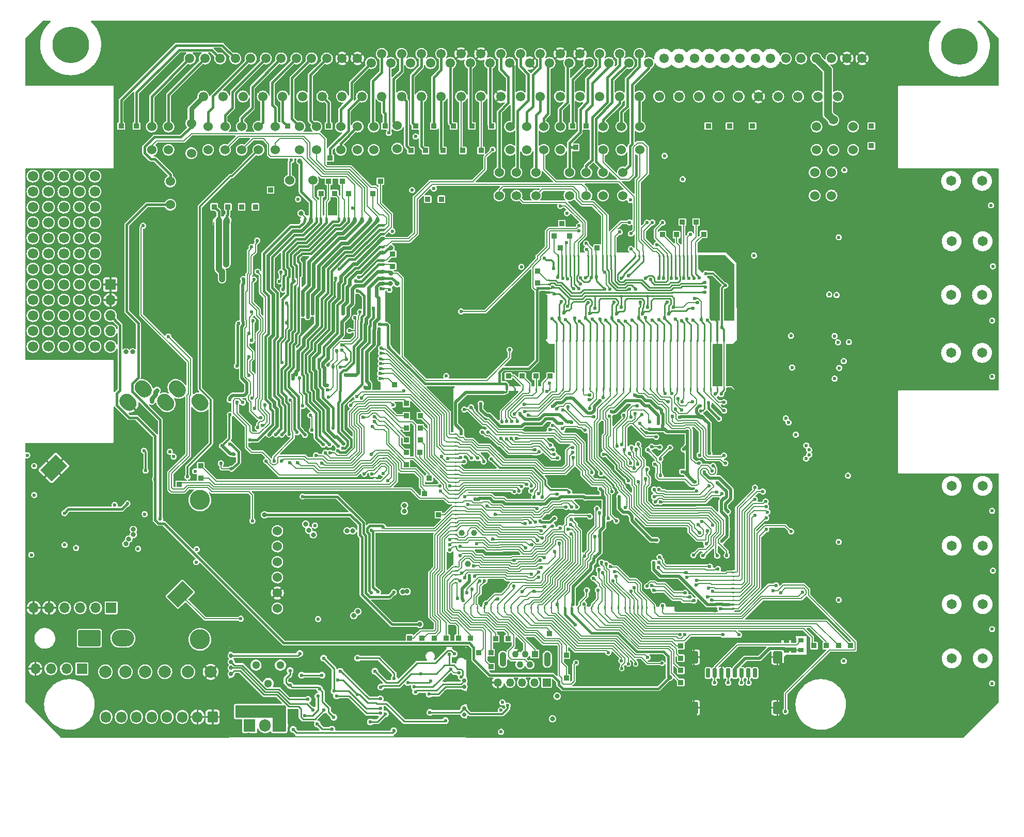
<source format=gbl>
G75*
G70*
%OFA0B0*%
%FSLAX25Y25*%
%IPPOS*%
%LPD*%
%AMOC8*
5,1,8,0,0,1.08239X$1,22.5*
%
%AMM235*
21,1,0.009840,0.009840,-0.000000,-0.000000,270.000000*
21,1,0.000000,0.019680,-0.000000,-0.000000,270.000000*
1,1,0.009840,-0.004920,-0.000000*
1,1,0.009840,-0.004920,-0.000000*
1,1,0.009840,0.004920,-0.000000*
1,1,0.009840,0.004920,-0.000000*
%
%AMM236*
21,1,0.009840,0.009840,-0.000000,-0.000000,180.000000*
21,1,0.000000,0.019680,-0.000000,-0.000000,180.000000*
1,1,0.009840,-0.000000,0.004920*
1,1,0.009840,-0.000000,0.004920*
1,1,0.009840,-0.000000,-0.004920*
1,1,0.009840,-0.000000,-0.004920*
%
%AMM282*
21,1,0.039370,0.007870,-0.000000,-0.000000,315.000000*
1,1,0.007870,-0.013920,0.013920*
1,1,0.007870,0.013920,-0.013920*
%
%AMM358*
21,1,0.007870,1.133860,-0.000000,-0.000000,0.000000*
21,1,0.000000,1.141730,-0.000000,-0.000000,0.000000*
1,1,0.007870,-0.000000,-0.566930*
1,1,0.007870,-0.000000,-0.566930*
1,1,0.007870,-0.000000,0.566930*
1,1,0.007870,-0.000000,0.566930*
%
%AMM367*
21,1,0.078740,0.045670,-0.000000,0.000000,90.000000*
21,1,0.067320,0.057090,-0.000000,0.000000,90.000000*
1,1,0.011420,0.022840,-0.033660*
1,1,0.011420,0.022840,0.033660*
1,1,0.011420,-0.022840,0.033660*
1,1,0.011420,-0.022840,-0.033660*
%
%AMM368*
21,1,0.059060,0.020470,-0.000000,0.000000,90.000000*
21,1,0.053940,0.025590,-0.000000,0.000000,90.000000*
1,1,0.005120,0.010240,-0.026970*
1,1,0.005120,0.010240,0.026970*
1,1,0.005120,-0.010240,0.026970*
1,1,0.005120,-0.010240,-0.026970*
%
%AMM369*
21,1,0.033470,0.026770,-0.000000,0.000000,270.000000*
21,1,0.026770,0.033470,-0.000000,0.000000,270.000000*
1,1,0.006690,-0.013390,0.013390*
1,1,0.006690,-0.013390,-0.013390*
1,1,0.006690,0.013390,-0.013390*
1,1,0.006690,0.013390,0.013390*
%
%AMM370*
21,1,0.027560,0.030710,-0.000000,0.000000,90.000000*
21,1,0.022050,0.036220,-0.000000,0.000000,90.000000*
1,1,0.005510,0.015350,-0.011020*
1,1,0.005510,0.015350,0.011020*
1,1,0.005510,-0.015350,0.011020*
1,1,0.005510,-0.015350,-0.011020*
%
%ADD10C,0.00787*%
%ADD103C,0.03150*%
%ADD104C,0.03200*%
%ADD105C,0.01181*%
%ADD106C,0.00984*%
%ADD107C,0.01575*%
%ADD119C,0.00800*%
%ADD121C,0.01000*%
%ADD124O,1.00787X0.00787*%
%ADD125O,0.00787X1.60630*%
%ADD126O,0.44882X0.04331*%
%ADD127O,0.01575X0.02362*%
%ADD128O,0.02362X0.03150*%
%ADD129O,0.02362X0.01575*%
%ADD130O,0.01575X0.00787*%
%ADD131R,0.00984X0.38386*%
%ADD132R,0.00984X0.19882*%
%ADD133O,0.04724X0.01969*%
%ADD134O,0.68504X0.01575*%
%ADD135O,0.01969X0.50000*%
%ADD136O,0.01969X0.44882*%
%ADD137O,0.56890X0.01969*%
%ADD156C,0.01968*%
%ADD18C,0.02362*%
%ADD190R,0.07500X0.07874*%
%ADD191O,0.07500X0.07874*%
%ADD193C,0.03900*%
%ADD207O,0.01968X0.11811*%
%ADD28O,0.03937X0.05906*%
%ADD29O,0.03150X0.02362*%
%ADD30C,0.06000*%
%ADD31C,0.06102*%
%ADD32C,0.23622*%
%ADD330O,0.01968X0.50000*%
%ADD331O,0.56890X0.01968*%
%ADD332O,0.01968X0.44882*%
%ADD333O,0.04724X0.01968*%
%ADD35R,0.06693X0.06693*%
%ADD36O,0.06693X0.06693*%
%ADD38C,0.06496*%
%ADD40R,0.03346X0.03346*%
%ADD42O,0.05315X0.05315*%
%ADD43R,0.05315X0.05315*%
%ADD45C,0.06693*%
%ADD467M235*%
%ADD468M236*%
%ADD47C,0.07874*%
%ADD48C,0.03937*%
%ADD51C,0.05118*%
%ADD529M282*%
%ADD613M358*%
%ADD627M367*%
%ADD628M368*%
%ADD629M369*%
%ADD630M370*%
%ADD65O,0.14567X0.10630*%
%ADD66C,0.02756*%
%ADD67R,1.54528X0.00984*%
%ADD68R,0.00984X0.12205*%
%ADD69R,0.00984X0.03740*%
%ADD72R,0.00984X0.08858*%
%ADD79O,0.01969X0.11811*%
%ADD81O,0.06693X0.07283*%
%ADD82O,0.04331X0.09449*%
%ADD83C,0.04331*%
%ADD84R,0.04331X0.04331*%
%ADD85C,0.13000*%
X0000000Y0000000D02*
%LPD*%
G01*
G36*
G01*
X0278147Y0101271D02*
X0279131Y0101271D01*
G75*
G02*
X0279623Y0100779I0000000J-000492D01*
G01*
X0279623Y0100779D01*
G75*
G02*
X0279131Y0100286I-000492J0000000D01*
G01*
X0278147Y0100286D01*
G75*
G02*
X0277655Y0100779I0000000J0000492D01*
G01*
X0277655Y0100779D01*
G75*
G02*
X0278147Y0101271I0000492J0000000D01*
G01*
G37*
G36*
G01*
X0279131Y0102885D02*
X0278147Y0102885D01*
G75*
G02*
X0277655Y0103377I0000000J0000492D01*
G01*
X0277655Y0103377D01*
G75*
G02*
X0278147Y0103869I0000492J0000000D01*
G01*
X0279131Y0103869D01*
G75*
G02*
X0279623Y0103377I0000000J-000492D01*
G01*
X0279623Y0103377D01*
G75*
G02*
X0279131Y0102885I-000492J0000000D01*
G01*
G37*
G36*
G01*
X0279131Y0105483D02*
X0278147Y0105483D01*
G75*
G02*
X0277655Y0105975I0000000J0000492D01*
G01*
X0277655Y0105975D01*
G75*
G02*
X0278147Y0106468I0000492J0000000D01*
G01*
X0279131Y0106468D01*
G75*
G02*
X0279623Y0105975I0000000J-000492D01*
G01*
X0279623Y0105975D01*
G75*
G02*
X0279131Y0105483I-000492J0000000D01*
G01*
G37*
G36*
G01*
X0279131Y0108082D02*
X0278147Y0108082D01*
G75*
G02*
X0277655Y0108574I0000000J0000492D01*
G01*
X0277655Y0108574D01*
G75*
G02*
X0278147Y0109066I0000492J0000000D01*
G01*
X0279131Y0109066D01*
G75*
G02*
X0279623Y0108574I0000000J-000492D01*
G01*
X0279623Y0108574D01*
G75*
G02*
X0279131Y0108082I-000492J0000000D01*
G01*
G37*
G36*
G01*
X0279131Y0110680D02*
X0278147Y0110680D01*
G75*
G02*
X0277655Y0111172I0000000J0000492D01*
G01*
X0277655Y0111172D01*
G75*
G02*
X0278147Y0111664I0000492J0000000D01*
G01*
X0279131Y0111664D01*
G75*
G02*
X0279623Y0111172I0000000J-000492D01*
G01*
X0279623Y0111172D01*
G75*
G02*
X0279131Y0110680I-000492J0000000D01*
G01*
G37*
G36*
G01*
X0279131Y0123672D02*
X0278147Y0123672D01*
G75*
G02*
X0277655Y0124164I0000000J0000492D01*
G01*
X0277655Y0124164D01*
G75*
G02*
X0278147Y0124656I0000492J0000000D01*
G01*
X0279131Y0124656D01*
G75*
G02*
X0279623Y0124164I0000000J-000492D01*
G01*
X0279623Y0124164D01*
G75*
G02*
X0279131Y0123672I-000492J0000000D01*
G01*
G37*
G36*
G01*
X0279131Y0126271D02*
X0278147Y0126271D01*
G75*
G02*
X0277655Y0126763I0000000J0000492D01*
G01*
X0277655Y0126763D01*
G75*
G02*
X0278147Y0127255I0000492J0000000D01*
G01*
X0279131Y0127255D01*
G75*
G02*
X0279623Y0126763I0000000J-000492D01*
G01*
X0279623Y0126763D01*
G75*
G02*
X0279131Y0126271I-000492J0000000D01*
G01*
G37*
G36*
G01*
X0279131Y0128869D02*
X0278147Y0128869D01*
G75*
G02*
X0277655Y0129361I0000000J0000492D01*
G01*
X0277655Y0129361D01*
G75*
G02*
X0278147Y0129853I0000492J0000000D01*
G01*
X0279131Y0129853D01*
G75*
G02*
X0279623Y0129361I0000000J-000492D01*
G01*
X0279623Y0129361D01*
G75*
G02*
X0279131Y0128869I-000492J0000000D01*
G01*
G37*
G36*
G01*
X0279131Y0131468D02*
X0278147Y0131468D01*
G75*
G02*
X0277655Y0131960I0000000J0000492D01*
G01*
X0277655Y0131960D01*
G75*
G02*
X0278147Y0132452I0000492J0000000D01*
G01*
X0279131Y0132452D01*
G75*
G02*
X0279623Y0131960I0000000J-000492D01*
G01*
X0279623Y0131960D01*
G75*
G02*
X0279131Y0131468I-000492J0000000D01*
G01*
G37*
G36*
G01*
X0279131Y0134066D02*
X0278147Y0134066D01*
G75*
G02*
X0277655Y0134558I0000000J0000492D01*
G01*
X0277655Y0134558D01*
G75*
G02*
X0278147Y0135050I0000492J0000000D01*
G01*
X0279131Y0135050D01*
G75*
G02*
X0279623Y0134558I0000000J-000492D01*
G01*
X0279623Y0134558D01*
G75*
G02*
X0279131Y0134066I-000492J0000000D01*
G01*
G37*
G36*
G01*
X0279131Y0136664D02*
X0278147Y0136664D01*
G75*
G02*
X0277655Y0137156I0000000J0000492D01*
G01*
X0277655Y0137156D01*
G75*
G02*
X0278147Y0137649I0000492J0000000D01*
G01*
X0279131Y0137649D01*
G75*
G02*
X0279623Y0137156I0000000J-000492D01*
G01*
X0279623Y0137156D01*
G75*
G02*
X0279131Y0136664I-000492J0000000D01*
G01*
G37*
G36*
G01*
X0279131Y0139263D02*
X0278147Y0139263D01*
G75*
G02*
X0277655Y0139755I0000000J0000492D01*
G01*
X0277655Y0139755D01*
G75*
G02*
X0278147Y0140247I0000492J0000000D01*
G01*
X0279131Y0140247D01*
G75*
G02*
X0279623Y0139755I0000000J-000492D01*
G01*
X0279623Y0139755D01*
G75*
G02*
X0279131Y0139263I-000492J0000000D01*
G01*
G37*
G36*
G01*
X0279131Y0141861D02*
X0278147Y0141861D01*
G75*
G02*
X0277655Y0142353I0000000J0000492D01*
G01*
X0277655Y0142353D01*
G75*
G02*
X0278147Y0142845I0000492J0000000D01*
G01*
X0279131Y0142845D01*
G75*
G02*
X0279623Y0142353I0000000J-000492D01*
G01*
X0279623Y0142353D01*
G75*
G02*
X0279131Y0141861I-000492J0000000D01*
G01*
G37*
G36*
G01*
X0279131Y0144460D02*
X0278147Y0144460D01*
G75*
G02*
X0277655Y0144952I0000000J0000492D01*
G01*
X0277655Y0144952D01*
G75*
G02*
X0278147Y0145444I0000492J0000000D01*
G01*
X0279131Y0145444D01*
G75*
G02*
X0279623Y0144952I0000000J-000492D01*
G01*
X0279623Y0144952D01*
G75*
G02*
X0279131Y0144460I-000492J0000000D01*
G01*
G37*
G36*
G01*
X0279131Y0147058D02*
X0278147Y0147058D01*
G75*
G02*
X0277655Y0147550I0000000J0000492D01*
G01*
X0277655Y0147550D01*
G75*
G02*
X0278147Y0148042I0000492J0000000D01*
G01*
X0279131Y0148042D01*
G75*
G02*
X0279623Y0147550I0000000J-000492D01*
G01*
X0279623Y0147550D01*
G75*
G02*
X0279131Y0147058I-000492J0000000D01*
G01*
G37*
G36*
G01*
X0279131Y0149657D02*
X0278147Y0149657D01*
G75*
G02*
X0277655Y0150149I0000000J0000492D01*
G01*
X0277655Y0150149D01*
G75*
G02*
X0278147Y0150641I0000492J0000000D01*
G01*
X0279131Y0150641D01*
G75*
G02*
X0279623Y0150149I0000000J-000492D01*
G01*
X0279623Y0150149D01*
G75*
G02*
X0279131Y0149657I-000492J0000000D01*
G01*
G37*
G36*
G01*
X0279131Y0152255D02*
X0278147Y0152255D01*
G75*
G02*
X0277655Y0152747I0000000J0000492D01*
G01*
X0277655Y0152747D01*
G75*
G02*
X0278147Y0153239I0000492J0000000D01*
G01*
X0279131Y0153239D01*
G75*
G02*
X0279623Y0152747I0000000J-000492D01*
G01*
X0279623Y0152747D01*
G75*
G02*
X0279131Y0152255I-000492J0000000D01*
G01*
G37*
G36*
G01*
X0279131Y0154853D02*
X0278147Y0154853D01*
G75*
G02*
X0277655Y0155345I0000000J0000492D01*
G01*
X0277655Y0155345D01*
G75*
G02*
X0278147Y0155838I0000492J0000000D01*
G01*
X0279131Y0155838D01*
G75*
G02*
X0279623Y0155345I0000000J-000492D01*
G01*
X0279623Y0155345D01*
G75*
G02*
X0279131Y0154853I-000492J0000000D01*
G01*
G37*
G36*
G01*
X0279131Y0157452D02*
X0278147Y0157452D01*
G75*
G02*
X0277655Y0157944I0000000J0000492D01*
G01*
X0277655Y0157944D01*
G75*
G02*
X0278147Y0158436I0000492J0000000D01*
G01*
X0279131Y0158436D01*
G75*
G02*
X0279623Y0157944I0000000J-000492D01*
G01*
X0279623Y0157944D01*
G75*
G02*
X0279131Y0157452I-000492J0000000D01*
G01*
G37*
G36*
G01*
X0279131Y0160050D02*
X0278147Y0160050D01*
G75*
G02*
X0277655Y0160542I0000000J0000492D01*
G01*
X0277655Y0160542D01*
G75*
G02*
X0278147Y0161034I0000492J0000000D01*
G01*
X0279131Y0161034D01*
G75*
G02*
X0279623Y0160542I0000000J-000492D01*
G01*
X0279623Y0160542D01*
G75*
G02*
X0279131Y0160050I-000492J0000000D01*
G01*
G37*
G36*
G01*
X0279131Y0162649D02*
X0278147Y0162649D01*
G75*
G02*
X0277655Y0163141I0000000J0000492D01*
G01*
X0277655Y0163141D01*
G75*
G02*
X0278147Y0163633I0000492J0000000D01*
G01*
X0279131Y0163633D01*
G75*
G02*
X0279623Y0163141I0000000J-000492D01*
G01*
X0279623Y0163141D01*
G75*
G02*
X0279131Y0162649I-000492J0000000D01*
G01*
G37*
G36*
G01*
X0279131Y0165247D02*
X0278147Y0165247D01*
G75*
G02*
X0277655Y0165739I0000000J0000492D01*
G01*
X0277655Y0165739D01*
G75*
G02*
X0278147Y0166231I0000492J0000000D01*
G01*
X0279131Y0166231D01*
G75*
G02*
X0279623Y0165739I0000000J-000492D01*
G01*
X0279623Y0165739D01*
G75*
G02*
X0279131Y0165247I-000492J0000000D01*
G01*
G37*
G36*
G01*
X0279131Y0167845D02*
X0278147Y0167845D01*
G75*
G02*
X0277655Y0168338I0000000J0000492D01*
G01*
X0277655Y0168338D01*
G75*
G02*
X0278147Y0168830I0000492J0000000D01*
G01*
X0279131Y0168830D01*
G75*
G02*
X0279623Y0168338I0000000J-000492D01*
G01*
X0279623Y0168338D01*
G75*
G02*
X0279131Y0167845I-000492J0000000D01*
G01*
G37*
G36*
G01*
X0279131Y0170444D02*
X0278147Y0170444D01*
G75*
G02*
X0277655Y0170936I0000000J0000492D01*
G01*
X0277655Y0170936D01*
G75*
G02*
X0278147Y0171428I0000492J0000000D01*
G01*
X0279131Y0171428D01*
G75*
G02*
X0279623Y0170936I0000000J-000492D01*
G01*
X0279623Y0170936D01*
G75*
G02*
X0279131Y0170444I-000492J0000000D01*
G01*
G37*
G36*
G01*
X0279131Y0173042D02*
X0278147Y0173042D01*
G75*
G02*
X0277655Y0173534I0000000J0000492D01*
G01*
X0277655Y0173534D01*
G75*
G02*
X0278147Y0174027I0000492J0000000D01*
G01*
X0279131Y0174027D01*
G75*
G02*
X0279623Y0173534I0000000J-000492D01*
G01*
X0279623Y0173534D01*
G75*
G02*
X0279131Y0173042I-000492J0000000D01*
G01*
G37*
G36*
G01*
X0279131Y0175641D02*
X0278147Y0175641D01*
G75*
G02*
X0277655Y0176133I0000000J0000492D01*
G01*
X0277655Y0176133D01*
G75*
G02*
X0278147Y0176625I0000492J0000000D01*
G01*
X0279131Y0176625D01*
G75*
G02*
X0279623Y0176133I0000000J-000492D01*
G01*
X0279623Y0176133D01*
G75*
G02*
X0279131Y0175641I-000492J0000000D01*
G01*
G37*
G36*
G01*
X0279131Y0178239D02*
X0278147Y0178239D01*
G75*
G02*
X0277655Y0178731I0000000J0000492D01*
G01*
X0277655Y0178731D01*
G75*
G02*
X0278147Y0179223I0000492J0000000D01*
G01*
X0279131Y0179223D01*
G75*
G02*
X0279623Y0178731I0000000J-000492D01*
G01*
X0279623Y0178731D01*
G75*
G02*
X0279131Y0178239I-000492J0000000D01*
G01*
G37*
G36*
G01*
X0279131Y0180838D02*
X0278147Y0180838D01*
G75*
G02*
X0277655Y0181330I0000000J0000492D01*
G01*
X0277655Y0181330D01*
G75*
G02*
X0278147Y0181822I0000492J0000000D01*
G01*
X0279131Y0181822D01*
G75*
G02*
X0279623Y0181330I0000000J-000492D01*
G01*
X0279623Y0181330D01*
G75*
G02*
X0279131Y0180838I-000492J0000000D01*
G01*
G37*
G36*
G01*
X0279131Y0183436D02*
X0278147Y0183436D01*
G75*
G02*
X0277655Y0183928I0000000J0000492D01*
G01*
X0277655Y0183928D01*
G75*
G02*
X0278147Y0184420I0000492J0000000D01*
G01*
X0279131Y0184420D01*
G75*
G02*
X0279623Y0183928I0000000J-000492D01*
G01*
X0279623Y0183928D01*
G75*
G02*
X0279131Y0183436I-000492J0000000D01*
G01*
G37*
G36*
G01*
X0279131Y0186034D02*
X0278147Y0186034D01*
G75*
G02*
X0277655Y0186527I0000000J0000492D01*
G01*
X0277655Y0186527D01*
G75*
G02*
X0278147Y0187019I0000492J0000000D01*
G01*
X0279131Y0187019D01*
G75*
G02*
X0279623Y0186527I0000000J-000492D01*
G01*
X0279623Y0186527D01*
G75*
G02*
X0279131Y0186034I-000492J0000000D01*
G01*
G37*
G36*
G01*
X0279131Y0188633D02*
X0278147Y0188633D01*
G75*
G02*
X0277655Y0189125I0000000J0000492D01*
G01*
X0277655Y0189125D01*
G75*
G02*
X0278147Y0189617I0000492J0000000D01*
G01*
X0279131Y0189617D01*
G75*
G02*
X0279623Y0189125I0000000J-000492D01*
G01*
X0279623Y0189125D01*
G75*
G02*
X0279131Y0188633I-000492J0000000D01*
G01*
G37*
G36*
G01*
X0279131Y0191231D02*
X0278147Y0191231D01*
G75*
G02*
X0277655Y0191723I0000000J0000492D01*
G01*
X0277655Y0191723D01*
G75*
G02*
X0278147Y0192216I0000492J0000000D01*
G01*
X0279131Y0192216D01*
G75*
G02*
X0279623Y0191723I0000000J-000492D01*
G01*
X0279623Y0191723D01*
G75*
G02*
X0279131Y0191231I-000492J0000000D01*
G01*
G37*
G36*
G01*
X0279131Y0193830D02*
X0278147Y0193830D01*
G75*
G02*
X0277655Y0194322I0000000J0000492D01*
G01*
X0277655Y0194322D01*
G75*
G02*
X0278147Y0194814I0000492J0000000D01*
G01*
X0279131Y0194814D01*
G75*
G02*
X0279623Y0194322I0000000J-000492D01*
G01*
X0279623Y0194322D01*
G75*
G02*
X0279131Y0193830I-000492J0000000D01*
G01*
G37*
G36*
G01*
X0279131Y0196428D02*
X0278147Y0196428D01*
G75*
G02*
X0277655Y0196920I0000000J0000492D01*
G01*
X0277655Y0196920D01*
G75*
G02*
X0278147Y0197412I0000492J0000000D01*
G01*
X0279131Y0197412D01*
G75*
G02*
X0279623Y0196920I0000000J-000492D01*
G01*
X0279623Y0196920D01*
G75*
G02*
X0279131Y0196428I-000492J0000000D01*
G01*
G37*
G36*
G01*
X0411796Y0084038D02*
X0411796Y0085023D01*
G75*
G02*
X0412288Y0085515I0000492J0000000D01*
G01*
X0412288Y0085515D01*
G75*
G02*
X0412781Y0085023I0000000J-000492D01*
G01*
X0412781Y0084038D01*
G75*
G02*
X0412288Y0083546I-000492J0000000D01*
G01*
X0412288Y0083546D01*
G75*
G02*
X0411796Y0084038I0000000J0000492D01*
G01*
G37*
G36*
G01*
X0407584Y0085023D02*
X0407584Y0084038D01*
G75*
G02*
X0407092Y0083546I-000492J0000000D01*
G01*
X0407092Y0083546D01*
G75*
G02*
X0406599Y0084038I0000000J0000492D01*
G01*
X0406599Y0085023D01*
G75*
G02*
X0407092Y0085515I0000492J0000000D01*
G01*
X0407092Y0085515D01*
G75*
G02*
X0407584Y0085023I0000000J-000492D01*
G01*
G37*
G36*
G01*
X0402387Y0085023D02*
X0402387Y0084038D01*
G75*
G02*
X0401895Y0083546I-000492J0000000D01*
G01*
X0401895Y0083546D01*
G75*
G02*
X0401403Y0084038I0000000J0000492D01*
G01*
X0401403Y0085023D01*
G75*
G02*
X0401895Y0085515I0000492J0000000D01*
G01*
X0401895Y0085515D01*
G75*
G02*
X0402387Y0085023I0000000J-000492D01*
G01*
G37*
G36*
G01*
X0399395Y0085023D02*
X0399395Y0084038D01*
G75*
G02*
X0398903Y0083546I-000492J0000000D01*
G01*
X0398903Y0083546D01*
G75*
G02*
X0398410Y0084038I0000000J0000492D01*
G01*
X0398410Y0085023D01*
G75*
G02*
X0398903Y0085515I0000492J0000000D01*
G01*
X0398903Y0085515D01*
G75*
G02*
X0399395Y0085023I0000000J-000492D01*
G01*
G37*
G36*
G01*
X0396777Y0085023D02*
X0396777Y0084038D01*
G75*
G02*
X0396284Y0083546I-000492J0000000D01*
G01*
X0396284Y0083546D01*
G75*
G02*
X0395792Y0084038I0000000J0000492D01*
G01*
X0395792Y0085023D01*
G75*
G02*
X0396284Y0085515I0000492J0000000D01*
G01*
X0396284Y0085515D01*
G75*
G02*
X0396777Y0085023I0000000J-000492D01*
G01*
G37*
G36*
G01*
X0394158Y0085023D02*
X0394158Y0084038D01*
G75*
G02*
X0393666Y0083546I-000492J0000000D01*
G01*
X0393666Y0083546D01*
G75*
G02*
X0393174Y0084038I0000000J0000492D01*
G01*
X0393174Y0085023D01*
G75*
G02*
X0393666Y0085515I0000492J0000000D01*
G01*
X0393666Y0085515D01*
G75*
G02*
X0394158Y0085023I0000000J-000492D01*
G01*
G37*
G36*
G01*
X0391540Y0085023D02*
X0391540Y0084038D01*
G75*
G02*
X0391048Y0083546I-000492J0000000D01*
G01*
X0391048Y0083546D01*
G75*
G02*
X0390556Y0084038I0000000J0000492D01*
G01*
X0390556Y0085023D01*
G75*
G02*
X0391048Y0085515I0000492J0000000D01*
G01*
X0391048Y0085515D01*
G75*
G02*
X0391540Y0085023I0000000J-000492D01*
G01*
G37*
G36*
G01*
X0388489Y0085023D02*
X0388489Y0084038D01*
G75*
G02*
X0387997Y0083546I-000492J0000000D01*
G01*
X0387997Y0083546D01*
G75*
G02*
X0387505Y0084038I0000000J0000492D01*
G01*
X0387505Y0085023D01*
G75*
G02*
X0387997Y0085515I0000492J0000000D01*
G01*
X0387997Y0085515D01*
G75*
G02*
X0388489Y0085023I0000000J-000492D01*
G01*
G37*
G36*
G01*
X0384158Y0085023D02*
X0384158Y0084038D01*
G75*
G02*
X0383666Y0083546I-000492J0000000D01*
G01*
X0383666Y0083546D01*
G75*
G02*
X0383174Y0084038I0000000J0000492D01*
G01*
X0383174Y0085023D01*
G75*
G02*
X0383666Y0085515I0000492J0000000D01*
G01*
X0383666Y0085515D01*
G75*
G02*
X0384158Y0085023I0000000J-000492D01*
G01*
G37*
G36*
G01*
X0379828Y0085023D02*
X0379828Y0084038D01*
G75*
G02*
X0379336Y0083546I-000492J0000000D01*
G01*
X0379336Y0083546D01*
G75*
G02*
X0378844Y0084038I0000000J0000492D01*
G01*
X0378844Y0085023D01*
G75*
G02*
X0379336Y0085515I0000492J0000000D01*
G01*
X0379336Y0085515D01*
G75*
G02*
X0379828Y0085023I0000000J-000492D01*
G01*
G37*
G36*
G01*
X0375497Y0085023D02*
X0375497Y0084038D01*
G75*
G02*
X0375005Y0083546I-000492J0000000D01*
G01*
X0375005Y0083546D01*
G75*
G02*
X0374513Y0084038I0000000J0000492D01*
G01*
X0374513Y0085023D01*
G75*
G02*
X0375005Y0085515I0000492J0000000D01*
G01*
X0375005Y0085515D01*
G75*
G02*
X0375497Y0085023I0000000J-000492D01*
G01*
G37*
G36*
G01*
X0371166Y0085023D02*
X0371166Y0084038D01*
G75*
G02*
X0370674Y0083546I-000492J0000000D01*
G01*
X0370674Y0083546D01*
G75*
G02*
X0370182Y0084038I0000000J0000492D01*
G01*
X0370182Y0085023D01*
G75*
G02*
X0370674Y0085515I0000492J0000000D01*
G01*
X0370674Y0085515D01*
G75*
G02*
X0371166Y0085023I0000000J-000492D01*
G01*
G37*
G36*
G01*
X0366836Y0085023D02*
X0366836Y0084038D01*
G75*
G02*
X0366344Y0083546I-000492J0000000D01*
G01*
X0366344Y0083546D01*
G75*
G02*
X0365851Y0084038I0000000J0000492D01*
G01*
X0365851Y0085023D01*
G75*
G02*
X0366344Y0085515I0000492J0000000D01*
G01*
X0366344Y0085515D01*
G75*
G02*
X0366836Y0085023I0000000J-000492D01*
G01*
G37*
G36*
G01*
X0362505Y0085023D02*
X0362505Y0084038D01*
G75*
G02*
X0362013Y0083546I-000492J0000000D01*
G01*
X0362013Y0083546D01*
G75*
G02*
X0361521Y0084038I0000000J0000492D01*
G01*
X0361521Y0085023D01*
G75*
G02*
X0362013Y0085515I0000492J0000000D01*
G01*
X0362013Y0085515D01*
G75*
G02*
X0362505Y0085023I0000000J-000492D01*
G01*
G37*
G36*
G01*
X0358174Y0085023D02*
X0358174Y0084038D01*
G75*
G02*
X0357682Y0083546I-000492J0000000D01*
G01*
X0357682Y0083546D01*
G75*
G02*
X0357190Y0084038I0000000J0000492D01*
G01*
X0357190Y0085023D01*
G75*
G02*
X0357682Y0085515I0000492J0000000D01*
G01*
X0357682Y0085515D01*
G75*
G02*
X0358174Y0085023I0000000J-000492D01*
G01*
G37*
G36*
G01*
X0353844Y0085023D02*
X0353844Y0084038D01*
G75*
G02*
X0353351Y0083546I-000492J0000000D01*
G01*
X0353351Y0083546D01*
G75*
G02*
X0352859Y0084038I0000000J0000492D01*
G01*
X0352859Y0085023D01*
G75*
G02*
X0353351Y0085515I0000492J0000000D01*
G01*
X0353351Y0085515D01*
G75*
G02*
X0353844Y0085023I0000000J-000492D01*
G01*
G37*
G36*
G01*
X0349513Y0085023D02*
X0349513Y0084038D01*
G75*
G02*
X0349021Y0083546I-000492J0000000D01*
G01*
X0349021Y0083546D01*
G75*
G02*
X0348529Y0084038I0000000J0000492D01*
G01*
X0348529Y0085023D01*
G75*
G02*
X0349021Y0085515I0000492J0000000D01*
G01*
X0349021Y0085515D01*
G75*
G02*
X0349513Y0085023I0000000J-000492D01*
G01*
G37*
G36*
G01*
X0345182Y0085023D02*
X0345182Y0084038D01*
G75*
G02*
X0344690Y0083546I-000492J0000000D01*
G01*
X0344690Y0083546D01*
G75*
G02*
X0344198Y0084038I0000000J0000492D01*
G01*
X0344198Y0085023D01*
G75*
G02*
X0344690Y0085515I0000492J0000000D01*
G01*
X0344690Y0085515D01*
G75*
G02*
X0345182Y0085023I0000000J-000492D01*
G01*
G37*
G36*
G01*
X0340851Y0085023D02*
X0340851Y0084038D01*
G75*
G02*
X0340359Y0083546I-000492J0000000D01*
G01*
X0340359Y0083546D01*
G75*
G02*
X0339867Y0084038I0000000J0000492D01*
G01*
X0339867Y0085023D01*
G75*
G02*
X0340359Y0085515I0000492J0000000D01*
G01*
X0340359Y0085515D01*
G75*
G02*
X0340851Y0085023I0000000J-000492D01*
G01*
G37*
G36*
G01*
X0336521Y0085023D02*
X0336521Y0084038D01*
G75*
G02*
X0336029Y0083546I-000492J0000000D01*
G01*
X0336029Y0083546D01*
G75*
G02*
X0335537Y0084038I0000000J0000492D01*
G01*
X0335537Y0085023D01*
G75*
G02*
X0336029Y0085515I0000492J0000000D01*
G01*
X0336029Y0085515D01*
G75*
G02*
X0336521Y0085023I0000000J-000492D01*
G01*
G37*
G36*
G01*
X0332190Y0085023D02*
X0332190Y0084038D01*
G75*
G02*
X0331698Y0083546I-000492J0000000D01*
G01*
X0331698Y0083546D01*
G75*
G02*
X0331206Y0084038I0000000J0000492D01*
G01*
X0331206Y0085023D01*
G75*
G02*
X0331698Y0085515I0000492J0000000D01*
G01*
X0331698Y0085515D01*
G75*
G02*
X0332190Y0085023I0000000J-000492D01*
G01*
G37*
G36*
G01*
X0327859Y0085023D02*
X0327859Y0084038D01*
G75*
G02*
X0327367Y0083546I-000492J0000000D01*
G01*
X0327367Y0083546D01*
G75*
G02*
X0326875Y0084038I0000000J0000492D01*
G01*
X0326875Y0085023D01*
G75*
G02*
X0327367Y0085515I0000492J0000000D01*
G01*
X0327367Y0085515D01*
G75*
G02*
X0327859Y0085023I0000000J-000492D01*
G01*
G37*
G36*
G01*
X0323529Y0085023D02*
X0323529Y0084038D01*
G75*
G02*
X0323037Y0083546I-000492J0000000D01*
G01*
X0323037Y0083546D01*
G75*
G02*
X0322544Y0084038I0000000J0000492D01*
G01*
X0322544Y0085023D01*
G75*
G02*
X0323037Y0085515I0000492J0000000D01*
G01*
X0323037Y0085515D01*
G75*
G02*
X0323529Y0085023I0000000J-000492D01*
G01*
G37*
G36*
G01*
X0319198Y0085023D02*
X0319198Y0084038D01*
G75*
G02*
X0318706Y0083546I-000492J0000000D01*
G01*
X0318706Y0083546D01*
G75*
G02*
X0318214Y0084038I0000000J0000492D01*
G01*
X0318214Y0085023D01*
G75*
G02*
X0318706Y0085515I0000492J0000000D01*
G01*
X0318706Y0085515D01*
G75*
G02*
X0319198Y0085023I0000000J-000492D01*
G01*
G37*
G36*
G01*
X0314867Y0085023D02*
X0314867Y0084038D01*
G75*
G02*
X0314375Y0083546I-000492J0000000D01*
G01*
X0314375Y0083546D01*
G75*
G02*
X0313883Y0084038I0000000J0000492D01*
G01*
X0313883Y0085023D01*
G75*
G02*
X0314375Y0085515I0000492J0000000D01*
G01*
X0314375Y0085515D01*
G75*
G02*
X0314867Y0085023I0000000J-000492D01*
G01*
G37*
G36*
G01*
X0310537Y0085023D02*
X0310537Y0084038D01*
G75*
G02*
X0310044Y0083546I-000492J0000000D01*
G01*
X0310044Y0083546D01*
G75*
G02*
X0309552Y0084038I0000000J0000492D01*
G01*
X0309552Y0085023D01*
G75*
G02*
X0310044Y0085515I0000492J0000000D01*
G01*
X0310044Y0085515D01*
G75*
G02*
X0310537Y0085023I0000000J-000492D01*
G01*
G37*
G36*
G01*
X0306206Y0085023D02*
X0306206Y0084038D01*
G75*
G02*
X0305714Y0083546I-000492J0000000D01*
G01*
X0305714Y0083546D01*
G75*
G02*
X0305222Y0084038I0000000J0000492D01*
G01*
X0305222Y0085023D01*
G75*
G02*
X0305714Y0085515I0000492J0000000D01*
G01*
X0305714Y0085515D01*
G75*
G02*
X0306206Y0085023I0000000J-000492D01*
G01*
G37*
G36*
G01*
X0301875Y0085023D02*
X0301875Y0084038D01*
G75*
G02*
X0301383Y0083546I-000492J0000000D01*
G01*
X0301383Y0083546D01*
G75*
G02*
X0300891Y0084038I0000000J0000492D01*
G01*
X0300891Y0085023D01*
G75*
G02*
X0301383Y0085515I0000492J0000000D01*
G01*
X0301383Y0085515D01*
G75*
G02*
X0301875Y0085023I0000000J-000492D01*
G01*
G37*
G36*
G01*
X0297544Y0085023D02*
X0297544Y0084038D01*
G75*
G02*
X0297052Y0083546I-000492J0000000D01*
G01*
X0297052Y0083546D01*
G75*
G02*
X0296560Y0084038I0000000J0000492D01*
G01*
X0296560Y0085023D01*
G75*
G02*
X0297052Y0085515I0000492J0000000D01*
G01*
X0297052Y0085515D01*
G75*
G02*
X0297544Y0085023I0000000J-000492D01*
G01*
G37*
G36*
G01*
X0293214Y0085023D02*
X0293214Y0084038D01*
G75*
G02*
X0292722Y0083546I-000492J0000000D01*
G01*
X0292722Y0083546D01*
G75*
G02*
X0292230Y0084038I0000000J0000492D01*
G01*
X0292230Y0085023D01*
G75*
G02*
X0292722Y0085515I0000492J0000000D01*
G01*
X0292722Y0085515D01*
G75*
G02*
X0293214Y0085023I0000000J-000492D01*
G01*
G37*
G36*
G01*
X0288883Y0085023D02*
X0288883Y0084038D01*
G75*
G02*
X0288391Y0083546I-000492J0000000D01*
G01*
X0288391Y0083546D01*
G75*
G02*
X0287899Y0084038I0000000J0000492D01*
G01*
X0287899Y0085023D01*
G75*
G02*
X0288391Y0085515I0000492J0000000D01*
G01*
X0288391Y0085515D01*
G75*
G02*
X0288883Y0085023I0000000J-000492D01*
G01*
G37*
G36*
G01*
X0284552Y0085023D02*
X0284552Y0084038D01*
G75*
G02*
X0284060Y0083546I-000492J0000000D01*
G01*
X0284060Y0083546D01*
G75*
G02*
X0283568Y0084038I0000000J0000492D01*
G01*
X0283568Y0085023D01*
G75*
G02*
X0284060Y0085515I0000492J0000000D01*
G01*
X0284060Y0085515D01*
G75*
G02*
X0284552Y0085023I0000000J-000492D01*
G01*
G37*
G36*
G01*
X0312111Y0226475D02*
X0312111Y0225491D01*
G75*
G02*
X0311619Y0224999I-000492J0000000D01*
G01*
X0311619Y0224999D01*
G75*
G02*
X0311127Y0225491I0000000J0000492D01*
G01*
X0311127Y0226475D01*
G75*
G02*
X0311619Y0226968I0000492J0000000D01*
G01*
X0311619Y0226968D01*
G75*
G02*
X0312111Y0226475I0000000J-000492D01*
G01*
G37*
G36*
G01*
X0458017Y0111349D02*
X0458017Y0224735D01*
G75*
G02*
X0458410Y0225129I0000394J0000000D01*
G01*
X0458410Y0225129D01*
G75*
G02*
X0458804Y0224735I0000000J-000394D01*
G01*
X0458804Y0111349D01*
G75*
G02*
X0458410Y0110956I-000394J0000000D01*
G01*
X0458410Y0110956D01*
G75*
G02*
X0458017Y0111349I0000000J0000394D01*
G01*
G37*
G36*
G01*
X0316324Y0225491D02*
X0316324Y0226475D01*
G75*
G02*
X0316816Y0226968I0000492J0000000D01*
G01*
X0316816Y0226968D01*
G75*
G02*
X0317308Y0226475I0000000J-000492D01*
G01*
X0317308Y0225491D01*
G75*
G02*
X0316816Y0224999I-000492J0000000D01*
G01*
X0316816Y0224999D01*
G75*
G02*
X0316324Y0225491I0000000J0000492D01*
G01*
G37*
G36*
G01*
X0321521Y0225491D02*
X0321521Y0226475D01*
G75*
G02*
X0322013Y0226968I0000492J0000000D01*
G01*
X0322013Y0226968D01*
G75*
G02*
X0322505Y0226475I0000000J-000492D01*
G01*
X0322505Y0225491D01*
G75*
G02*
X0322013Y0224999I-000492J0000000D01*
G01*
X0322013Y0224999D01*
G75*
G02*
X0321521Y0225491I0000000J0000492D01*
G01*
G37*
G36*
G01*
X0325851Y0225491D02*
X0325851Y0226475D01*
G75*
G02*
X0326344Y0226968I0000492J0000000D01*
G01*
X0326344Y0226968D01*
G75*
G02*
X0326836Y0226475I0000000J-000492D01*
G01*
X0326836Y0225491D01*
G75*
G02*
X0326344Y0224999I-000492J0000000D01*
G01*
X0326344Y0224999D01*
G75*
G02*
X0325851Y0225491I0000000J0000492D01*
G01*
G37*
G36*
G01*
X0330182Y0225491D02*
X0330182Y0226475D01*
G75*
G02*
X0330674Y0226968I0000492J0000000D01*
G01*
X0330674Y0226968D01*
G75*
G02*
X0331166Y0226475I0000000J-000492D01*
G01*
X0331166Y0225491D01*
G75*
G02*
X0330674Y0224999I-000492J0000000D01*
G01*
X0330674Y0224999D01*
G75*
G02*
X0330182Y0225491I0000000J0000492D01*
G01*
G37*
G36*
G01*
X0334513Y0225491D02*
X0334513Y0226475D01*
G75*
G02*
X0335005Y0226968I0000492J0000000D01*
G01*
X0335005Y0226968D01*
G75*
G02*
X0335497Y0226475I0000000J-000492D01*
G01*
X0335497Y0225491D01*
G75*
G02*
X0335005Y0224999I-000492J0000000D01*
G01*
X0335005Y0224999D01*
G75*
G02*
X0334513Y0225491I0000000J0000492D01*
G01*
G37*
G36*
G01*
X0338843Y0225491D02*
X0338843Y0226475D01*
G75*
G02*
X0339336Y0226968I0000492J0000000D01*
G01*
X0339336Y0226968D01*
G75*
G02*
X0339828Y0226475I0000000J-000492D01*
G01*
X0339828Y0225491D01*
G75*
G02*
X0339336Y0224999I-000492J0000000D01*
G01*
X0339336Y0224999D01*
G75*
G02*
X0338843Y0225491I0000000J0000492D01*
G01*
G37*
G36*
G01*
X0343174Y0225491D02*
X0343174Y0226475D01*
G75*
G02*
X0343666Y0226968I0000492J0000000D01*
G01*
X0343666Y0226968D01*
G75*
G02*
X0344158Y0226475I0000000J-000492D01*
G01*
X0344158Y0225491D01*
G75*
G02*
X0343666Y0224999I-000492J0000000D01*
G01*
X0343666Y0224999D01*
G75*
G02*
X0343174Y0225491I0000000J0000492D01*
G01*
G37*
G36*
G01*
X0347505Y0225491D02*
X0347505Y0226475D01*
G75*
G02*
X0347997Y0226968I0000492J0000000D01*
G01*
X0347997Y0226968D01*
G75*
G02*
X0348489Y0226475I0000000J-000492D01*
G01*
X0348489Y0225491D01*
G75*
G02*
X0347997Y0224999I-000492J0000000D01*
G01*
X0347997Y0224999D01*
G75*
G02*
X0347505Y0225491I0000000J0000492D01*
G01*
G37*
G36*
G01*
X0351836Y0225491D02*
X0351836Y0226475D01*
G75*
G02*
X0352328Y0226968I0000492J0000000D01*
G01*
X0352328Y0226968D01*
G75*
G02*
X0352820Y0226475I0000000J-000492D01*
G01*
X0352820Y0225491D01*
G75*
G02*
X0352328Y0224999I-000492J0000000D01*
G01*
X0352328Y0224999D01*
G75*
G02*
X0351836Y0225491I0000000J0000492D01*
G01*
G37*
G36*
G01*
X0356166Y0225491D02*
X0356166Y0226475D01*
G75*
G02*
X0356658Y0226968I0000492J0000000D01*
G01*
X0356658Y0226968D01*
G75*
G02*
X0357151Y0226475I0000000J-000492D01*
G01*
X0357151Y0225491D01*
G75*
G02*
X0356658Y0224999I-000492J0000000D01*
G01*
X0356658Y0224999D01*
G75*
G02*
X0356166Y0225491I0000000J0000492D01*
G01*
G37*
G36*
G01*
X0360497Y0225491D02*
X0360497Y0226475D01*
G75*
G02*
X0360989Y0226968I0000492J0000000D01*
G01*
X0360989Y0226968D01*
G75*
G02*
X0361481Y0226475I0000000J-000492D01*
G01*
X0361481Y0225491D01*
G75*
G02*
X0360989Y0224999I-000492J0000000D01*
G01*
X0360989Y0224999D01*
G75*
G02*
X0360497Y0225491I0000000J0000492D01*
G01*
G37*
G36*
G01*
X0364828Y0225491D02*
X0364828Y0226475D01*
G75*
G02*
X0365320Y0226968I0000492J0000000D01*
G01*
X0365320Y0226968D01*
G75*
G02*
X0365812Y0226475I0000000J-000492D01*
G01*
X0365812Y0225491D01*
G75*
G02*
X0365320Y0224999I-000492J0000000D01*
G01*
X0365320Y0224999D01*
G75*
G02*
X0364828Y0225491I0000000J0000492D01*
G01*
G37*
G36*
G01*
X0369158Y0225491D02*
X0369158Y0226475D01*
G75*
G02*
X0369651Y0226968I0000492J0000000D01*
G01*
X0369651Y0226968D01*
G75*
G02*
X0370143Y0226475I0000000J-000492D01*
G01*
X0370143Y0225491D01*
G75*
G02*
X0369651Y0224999I-000492J0000000D01*
G01*
X0369651Y0224999D01*
G75*
G02*
X0369158Y0225491I0000000J0000492D01*
G01*
G37*
G36*
G01*
X0373489Y0225491D02*
X0373489Y0226475D01*
G75*
G02*
X0373981Y0226968I0000492J0000000D01*
G01*
X0373981Y0226968D01*
G75*
G02*
X0374473Y0226475I0000000J-000492D01*
G01*
X0374473Y0225491D01*
G75*
G02*
X0373981Y0224999I-000492J0000000D01*
G01*
X0373981Y0224999D01*
G75*
G02*
X0373489Y0225491I0000000J0000492D01*
G01*
G37*
G36*
G01*
X0377820Y0225491D02*
X0377820Y0226475D01*
G75*
G02*
X0378312Y0226968I0000492J0000000D01*
G01*
X0378312Y0226968D01*
G75*
G02*
X0378804Y0226475I0000000J-000492D01*
G01*
X0378804Y0225491D01*
G75*
G02*
X0378312Y0224999I-000492J0000000D01*
G01*
X0378312Y0224999D01*
G75*
G02*
X0377820Y0225491I0000000J0000492D01*
G01*
G37*
G36*
G01*
X0382150Y0225491D02*
X0382150Y0226475D01*
G75*
G02*
X0382643Y0226968I0000492J0000000D01*
G01*
X0382643Y0226968D01*
G75*
G02*
X0383135Y0226475I0000000J-000492D01*
G01*
X0383135Y0225491D01*
G75*
G02*
X0382643Y0224999I-000492J0000000D01*
G01*
X0382643Y0224999D01*
G75*
G02*
X0382150Y0225491I0000000J0000492D01*
G01*
G37*
G36*
G01*
X0386481Y0225491D02*
X0386481Y0226475D01*
G75*
G02*
X0386973Y0226968I0000492J0000000D01*
G01*
X0386973Y0226968D01*
G75*
G02*
X0387465Y0226475I0000000J-000492D01*
G01*
X0387465Y0225491D01*
G75*
G02*
X0386973Y0224999I-000492J0000000D01*
G01*
X0386973Y0224999D01*
G75*
G02*
X0386481Y0225491I0000000J0000492D01*
G01*
G37*
G36*
G01*
X0390812Y0225491D02*
X0390812Y0226475D01*
G75*
G02*
X0391304Y0226968I0000492J0000000D01*
G01*
X0391304Y0226968D01*
G75*
G02*
X0391796Y0226475I0000000J-000492D01*
G01*
X0391796Y0225491D01*
G75*
G02*
X0391304Y0224999I-000492J0000000D01*
G01*
X0391304Y0224999D01*
G75*
G02*
X0390812Y0225491I0000000J0000492D01*
G01*
G37*
G36*
G01*
X0395143Y0225491D02*
X0395143Y0226475D01*
G75*
G02*
X0395635Y0226968I0000492J0000000D01*
G01*
X0395635Y0226968D01*
G75*
G02*
X0396127Y0226475I0000000J-000492D01*
G01*
X0396127Y0225491D01*
G75*
G02*
X0395635Y0224999I-000492J0000000D01*
G01*
X0395635Y0224999D01*
G75*
G02*
X0395143Y0225491I0000000J0000492D01*
G01*
G37*
G36*
G01*
X0399473Y0225491D02*
X0399473Y0226475D01*
G75*
G02*
X0399965Y0226968I0000492J0000000D01*
G01*
X0399965Y0226968D01*
G75*
G02*
X0400458Y0226475I0000000J-000492D01*
G01*
X0400458Y0225491D01*
G75*
G02*
X0399965Y0224999I-000492J0000000D01*
G01*
X0399965Y0224999D01*
G75*
G02*
X0399473Y0225491I0000000J0000492D01*
G01*
G37*
G36*
G01*
X0403804Y0225491D02*
X0403804Y0226475D01*
G75*
G02*
X0404296Y0226968I0000492J0000000D01*
G01*
X0404296Y0226968D01*
G75*
G02*
X0404788Y0226475I0000000J-000492D01*
G01*
X0404788Y0225491D01*
G75*
G02*
X0404296Y0224999I-000492J0000000D01*
G01*
X0404296Y0224999D01*
G75*
G02*
X0403804Y0225491I0000000J0000492D01*
G01*
G37*
G36*
G01*
X0408135Y0225491D02*
X0408135Y0226475D01*
G75*
G02*
X0408627Y0226968I0000492J0000000D01*
G01*
X0408627Y0226968D01*
G75*
G02*
X0409119Y0226475I0000000J-000492D01*
G01*
X0409119Y0225491D01*
G75*
G02*
X0408627Y0224999I-000492J0000000D01*
G01*
X0408627Y0224999D01*
G75*
G02*
X0408135Y0225491I0000000J0000492D01*
G01*
G37*
G36*
G01*
X0412465Y0225491D02*
X0412465Y0226475D01*
G75*
G02*
X0412958Y0226968I0000492J0000000D01*
G01*
X0412958Y0226968D01*
G75*
G02*
X0413450Y0226475I0000000J-000492D01*
G01*
X0413450Y0225491D01*
G75*
G02*
X0412958Y0224999I-000492J0000000D01*
G01*
X0412958Y0224999D01*
G75*
G02*
X0412465Y0225491I0000000J0000492D01*
G01*
G37*
G36*
G01*
X0416796Y0225491D02*
X0416796Y0226475D01*
G75*
G02*
X0417288Y0226968I0000492J0000000D01*
G01*
X0417288Y0226968D01*
G75*
G02*
X0417780Y0226475I0000000J-000492D01*
G01*
X0417780Y0225491D01*
G75*
G02*
X0417288Y0224999I-000492J0000000D01*
G01*
X0417288Y0224999D01*
G75*
G02*
X0416796Y0225491I0000000J0000492D01*
G01*
G37*
G36*
G01*
X0421127Y0225491D02*
X0421127Y0226475D01*
G75*
G02*
X0421619Y0226968I0000492J0000000D01*
G01*
X0421619Y0226968D01*
G75*
G02*
X0422111Y0226475I0000000J-000492D01*
G01*
X0422111Y0225491D01*
G75*
G02*
X0421619Y0224999I-000492J0000000D01*
G01*
X0421619Y0224999D01*
G75*
G02*
X0421127Y0225491I0000000J0000492D01*
G01*
G37*
G36*
G01*
X0425457Y0225491D02*
X0425457Y0226475D01*
G75*
G02*
X0425950Y0226968I0000492J0000000D01*
G01*
X0425950Y0226968D01*
G75*
G02*
X0426442Y0226475I0000000J-000492D01*
G01*
X0426442Y0225491D01*
G75*
G02*
X0425950Y0224999I-000492J0000000D01*
G01*
X0425950Y0224999D01*
G75*
G02*
X0425457Y0225491I0000000J0000492D01*
G01*
G37*
G36*
G01*
X0429788Y0225491D02*
X0429788Y0226475D01*
G75*
G02*
X0430280Y0226968I0000492J0000000D01*
G01*
X0430280Y0226968D01*
G75*
G02*
X0430772Y0226475I0000000J-000492D01*
G01*
X0430772Y0225491D01*
G75*
G02*
X0430280Y0224999I-000492J0000000D01*
G01*
X0430280Y0224999D01*
G75*
G02*
X0429788Y0225491I0000000J0000492D01*
G01*
G37*
G36*
G01*
X0434119Y0225491D02*
X0434119Y0226475D01*
G75*
G02*
X0434611Y0226968I0000492J0000000D01*
G01*
X0434611Y0226968D01*
G75*
G02*
X0435103Y0226475I0000000J-000492D01*
G01*
X0435103Y0225491D01*
G75*
G02*
X0434611Y0224999I-000492J0000000D01*
G01*
X0434611Y0224999D01*
G75*
G02*
X0434119Y0225491I0000000J0000492D01*
G01*
G37*
G36*
G01*
X0438450Y0225491D02*
X0438450Y0226475D01*
G75*
G02*
X0438942Y0226968I0000492J0000000D01*
G01*
X0438942Y0226968D01*
G75*
G02*
X0439434Y0226475I0000000J-000492D01*
G01*
X0439434Y0225491D01*
G75*
G02*
X0438942Y0224999I-000492J0000000D01*
G01*
X0438942Y0224999D01*
G75*
G02*
X0438450Y0225491I0000000J0000492D01*
G01*
G37*
G36*
G01*
X0442780Y0225491D02*
X0442780Y0226475D01*
G75*
G02*
X0443272Y0226968I0000492J0000000D01*
G01*
X0443272Y0226968D01*
G75*
G02*
X0443765Y0226475I0000000J-000492D01*
G01*
X0443765Y0225491D01*
G75*
G02*
X0443272Y0224999I-000492J0000000D01*
G01*
X0443272Y0224999D01*
G75*
G02*
X0442780Y0225491I0000000J0000492D01*
G01*
G37*
G36*
G01*
X0447111Y0225491D02*
X0447111Y0226475D01*
G75*
G02*
X0447603Y0226968I0000492J0000000D01*
G01*
X0447603Y0226968D01*
G75*
G02*
X0448095Y0226475I0000000J-000492D01*
G01*
X0448095Y0225491D01*
G75*
G02*
X0447603Y0224999I-000492J0000000D01*
G01*
X0447603Y0224999D01*
G75*
G02*
X0447111Y0225491I0000000J0000492D01*
G01*
G37*
G36*
G01*
X0451442Y0225491D02*
X0451442Y0226475D01*
G75*
G02*
X0451934Y0226968I0000492J0000000D01*
G01*
X0451934Y0226968D01*
G75*
G02*
X0452426Y0226475I0000000J-000492D01*
G01*
X0452426Y0225491D01*
G75*
G02*
X0451934Y0224999I-000492J0000000D01*
G01*
X0451934Y0224999D01*
G75*
G02*
X0451442Y0225491I0000000J0000492D01*
G01*
G37*
G36*
G01*
X0457387Y0108141D02*
X0458371Y0108141D01*
G75*
G02*
X0458863Y0107649I0000000J-000492D01*
G01*
X0458863Y0107649D01*
G75*
G02*
X0458371Y0107156I-000492J0000000D01*
G01*
X0457387Y0107156D01*
G75*
G02*
X0456895Y0107649I0000000J0000492D01*
G01*
X0456895Y0107649D01*
G75*
G02*
X0457387Y0108141I0000492J0000000D01*
G01*
G37*
G36*
G01*
X0457387Y0105542D02*
X0458371Y0105542D01*
G75*
G02*
X0458863Y0105050I0000000J-000492D01*
G01*
X0458863Y0105050D01*
G75*
G02*
X0458371Y0104558I-000492J0000000D01*
G01*
X0457387Y0104558D01*
G75*
G02*
X0456895Y0105050I0000000J0000492D01*
G01*
X0456895Y0105050D01*
G75*
G02*
X0457387Y0105542I0000492J0000000D01*
G01*
G37*
G36*
G01*
X0457387Y0102944D02*
X0458371Y0102944D01*
G75*
G02*
X0458863Y0102452I0000000J-000492D01*
G01*
X0458863Y0102452D01*
G75*
G02*
X0458371Y0101960I-000492J0000000D01*
G01*
X0457387Y0101960D01*
G75*
G02*
X0456895Y0102452I0000000J0000492D01*
G01*
X0456895Y0102452D01*
G75*
G02*
X0457387Y0102944I0000492J0000000D01*
G01*
G37*
G36*
G01*
X0457387Y0100345D02*
X0458371Y0100345D01*
G75*
G02*
X0458863Y0099853I0000000J-000492D01*
G01*
X0458863Y0099853D01*
G75*
G02*
X0458371Y0099361I-000492J0000000D01*
G01*
X0457387Y0099361D01*
G75*
G02*
X0456895Y0099853I0000000J0000492D01*
G01*
X0456895Y0099853D01*
G75*
G02*
X0457387Y0100345I0000492J0000000D01*
G01*
G37*
G36*
G01*
X0457387Y0097747D02*
X0458371Y0097747D01*
G75*
G02*
X0458863Y0097255I0000000J-000492D01*
G01*
X0458863Y0097255D01*
G75*
G02*
X0458371Y0096763I-000492J0000000D01*
G01*
X0457387Y0096763D01*
G75*
G02*
X0456895Y0097255I0000000J0000492D01*
G01*
X0456895Y0097255D01*
G75*
G02*
X0457387Y0097747I0000492J0000000D01*
G01*
G37*
G36*
G01*
X0457387Y0095149D02*
X0458371Y0095149D01*
G75*
G02*
X0458863Y0094656I0000000J-000492D01*
G01*
X0458863Y0094656D01*
G75*
G02*
X0458371Y0094164I-000492J0000000D01*
G01*
X0457387Y0094164D01*
G75*
G02*
X0456895Y0094656I0000000J0000492D01*
G01*
X0456895Y0094656D01*
G75*
G02*
X0457387Y0095149I0000492J0000000D01*
G01*
G37*
G36*
G01*
X0457387Y0092550D02*
X0458371Y0092550D01*
G75*
G02*
X0458863Y0092058I0000000J-000492D01*
G01*
X0458863Y0092058D01*
G75*
G02*
X0458371Y0091566I-000492J0000000D01*
G01*
X0457387Y0091566D01*
G75*
G02*
X0456895Y0092058I0000000J0000492D01*
G01*
X0456895Y0092058D01*
G75*
G02*
X0457387Y0092550I0000492J0000000D01*
G01*
G37*
G36*
G01*
X0457387Y0089952D02*
X0458371Y0089952D01*
G75*
G02*
X0458863Y0089460I0000000J-000492D01*
G01*
X0458863Y0089460D01*
G75*
G02*
X0458371Y0088967I-000492J0000000D01*
G01*
X0457387Y0088967D01*
G75*
G02*
X0456895Y0089460I0000000J0000492D01*
G01*
X0456895Y0089460D01*
G75*
G02*
X0457387Y0089952I0000492J0000000D01*
G01*
G37*
G36*
G01*
X0457387Y0087353D02*
X0458371Y0087353D01*
G75*
G02*
X0458863Y0086861I0000000J-000492D01*
G01*
X0458863Y0086861D01*
G75*
G02*
X0458371Y0086369I-000492J0000000D01*
G01*
X0457387Y0086369D01*
G75*
G02*
X0456895Y0086861I0000000J0000492D01*
G01*
X0456895Y0086861D01*
G75*
G02*
X0457387Y0087353I0000492J0000000D01*
G01*
G37*
G36*
G01*
X0457387Y0084755D02*
X0458371Y0084755D01*
G75*
G02*
X0458863Y0084263I0000000J-000492D01*
G01*
X0458863Y0084263D01*
G75*
G02*
X0458371Y0083771I-000492J0000000D01*
G01*
X0457387Y0083771D01*
G75*
G02*
X0456895Y0084263I0000000J0000492D01*
G01*
X0456895Y0084263D01*
G75*
G02*
X0457387Y0084755I0000492J0000000D01*
G01*
G37*
D18*
X0478981Y0142754D03*
X0471757Y0144428D03*
X0479828Y0146593D03*
X0478981Y0150038D03*
X0478686Y0153384D03*
X0471757Y0154664D03*
X0476914Y0159782D03*
X0471757Y0162341D03*
X0495084Y0134093D03*
X0479040Y0135274D03*
D124*
X0175300Y0168647D03*
G36*
G01*
X0122828Y0171715D02*
X0125612Y0168932D01*
G75*
G02*
X0125612Y0168375I-000278J-000278D01*
G01*
X0125612Y0168375D01*
G75*
G02*
X0125055Y0168375I-000278J0000278D01*
G01*
X0122272Y0171159D01*
G75*
G02*
X0122272Y0171715I0000278J0000278D01*
G01*
X0122272Y0171715D01*
G75*
G02*
X0122828Y0171715I0000278J-000278D01*
G01*
G37*
D125*
X0122544Y0251423D03*
D28*
X0125688Y0334046D03*
X0130632Y0334046D03*
D126*
X0156003Y0334538D03*
D127*
X0181396Y0335719D03*
D128*
X0185235Y0335326D03*
D127*
X0188659Y0335719D03*
X0191534Y0335719D03*
X0195057Y0335719D03*
X0203226Y0335719D03*
X0206770Y0335719D03*
X0209566Y0335719D03*
D128*
X0213582Y0335326D03*
X0218208Y0335326D03*
X0223522Y0335326D03*
X0228148Y0335326D03*
D129*
X0231692Y0331663D03*
X0231692Y0328928D03*
X0231692Y0326250D03*
D29*
X0231318Y0323023D03*
D129*
X0231692Y0317884D03*
D29*
X0231318Y0314066D03*
D129*
X0231692Y0309046D03*
X0231692Y0306487D03*
D29*
X0231318Y0301763D03*
X0231318Y0297530D03*
X0231318Y0294086D03*
D129*
X0231692Y0290838D03*
X0231692Y0267806D03*
D130*
X0232105Y0251842D03*
X0232105Y0249243D03*
X0232105Y0245070D03*
X0232105Y0242298D03*
X0232105Y0239148D03*
X0232105Y0235998D03*
X0232105Y0232865D03*
X0232105Y0224223D03*
X0232105Y0222491D03*
X0232105Y0220759D03*
X0232105Y0219027D03*
X0232105Y0217294D03*
X0232105Y0215562D03*
X0232105Y0213830D03*
X0232105Y0212097D03*
X0232105Y0207668D03*
X0232105Y0205070D03*
X0232105Y0202472D03*
X0232105Y0199873D03*
X0232105Y0186468D03*
X0232105Y0184735D03*
X0232105Y0183003D03*
X0232105Y0181271D03*
X0232105Y0179538D03*
X0232105Y0177806D03*
X0232105Y0176074D03*
D30*
X0171437Y0360630D03*
X0186437Y0360630D03*
D31*
X0525168Y0414788D03*
X0512373Y0414788D03*
X0499577Y0414788D03*
X0486782Y0414788D03*
X0473987Y0414788D03*
X0461192Y0414788D03*
X0448396Y0414788D03*
X0435601Y0414788D03*
X0422806Y0414788D03*
X0410010Y0414788D03*
X0397215Y0414788D03*
X0384420Y0414788D03*
X0371625Y0414788D03*
X0358829Y0414788D03*
X0346034Y0414788D03*
X0333239Y0414788D03*
X0320444Y0414788D03*
X0307648Y0414788D03*
X0294853Y0414788D03*
X0282058Y0414788D03*
X0269262Y0414788D03*
X0256467Y0414788D03*
X0243672Y0414788D03*
X0230877Y0414788D03*
X0218081Y0414788D03*
X0205286Y0414788D03*
X0192491Y0414788D03*
X0179695Y0414788D03*
X0166900Y0414788D03*
X0154105Y0414788D03*
X0141310Y0414788D03*
X0128514Y0414788D03*
X0115719Y0414788D03*
X0531073Y0439394D03*
X0511388Y0439394D03*
X0491703Y0439394D03*
X0472018Y0439394D03*
X0452333Y0439394D03*
X0432648Y0439394D03*
X0412963Y0439394D03*
X0397215Y0442347D03*
X0384420Y0442347D03*
X0371625Y0442347D03*
X0358829Y0442347D03*
X0346034Y0442347D03*
X0333239Y0442347D03*
X0320444Y0442347D03*
X0307648Y0442347D03*
X0294853Y0442347D03*
X0282058Y0442347D03*
X0269262Y0442347D03*
X0256467Y0442347D03*
X0243672Y0442347D03*
X0230877Y0442347D03*
X0215129Y0439394D03*
X0195444Y0439394D03*
X0175758Y0439394D03*
X0156073Y0439394D03*
X0136388Y0439394D03*
X0116703Y0439394D03*
X0540916Y0439394D03*
X0521231Y0439394D03*
X0501546Y0439394D03*
X0481861Y0439394D03*
X0462176Y0439394D03*
X0442491Y0439394D03*
X0422806Y0439394D03*
X0403121Y0436442D03*
X0390325Y0436442D03*
X0377530Y0436442D03*
X0364735Y0436442D03*
X0351940Y0436442D03*
X0339144Y0436442D03*
X0326349Y0436442D03*
X0313554Y0436442D03*
X0300758Y0436442D03*
X0287963Y0436442D03*
X0275168Y0436442D03*
X0262373Y0436442D03*
X0249577Y0436442D03*
X0236782Y0436442D03*
X0223987Y0436442D03*
X0205286Y0439394D03*
X0185601Y0439394D03*
X0165916Y0439394D03*
X0146231Y0439394D03*
X0126546Y0439394D03*
X0106861Y0439394D03*
D32*
X0030050Y0448253D03*
X0603711Y0447268D03*
D30*
X0082387Y0380385D03*
X0082387Y0395385D03*
X0118804Y0395385D03*
X0118804Y0380385D03*
X0140458Y0395385D03*
X0140458Y0380385D03*
X0177859Y0395385D03*
X0177859Y0380385D03*
X0204434Y0395385D03*
X0204434Y0380385D03*
X0335340Y0380385D03*
X0335340Y0395385D03*
X0346166Y0395385D03*
X0346166Y0380385D03*
X0373725Y0365857D03*
X0373725Y0350857D03*
X0386521Y0365857D03*
X0386521Y0350857D03*
X0511521Y0395385D03*
X0511521Y0380385D03*
X0535143Y0380385D03*
X0535143Y0395385D03*
X0093214Y0395385D03*
X0093214Y0380385D03*
X0129631Y0395385D03*
X0129631Y0380385D03*
X0162111Y0395385D03*
X0162111Y0380385D03*
X0188686Y0395385D03*
X0188686Y0380385D03*
X0225694Y0395385D03*
X0225694Y0380385D03*
X0306796Y0365857D03*
X0306796Y0350857D03*
X0317820Y0365857D03*
X0317820Y0350857D03*
X0324513Y0380385D03*
X0324513Y0395385D03*
X0352072Y0365857D03*
X0352072Y0350857D03*
X0362899Y0365857D03*
X0362899Y0350857D03*
X0522347Y0399696D03*
X0522347Y0380405D03*
X0107977Y0397530D03*
X0107977Y0378239D03*
X0330418Y0365857D03*
X0330418Y0350857D03*
X0373725Y0395385D03*
X0373725Y0380385D03*
X0397347Y0395385D03*
X0397347Y0380385D03*
X0521166Y0365857D03*
X0521166Y0350857D03*
X0510340Y0365857D03*
X0510340Y0350857D03*
X0151284Y0380385D03*
X0151284Y0395385D03*
D35*
X0055741Y0293420D03*
D36*
X0055741Y0283420D03*
X0055741Y0273420D03*
X0055741Y0263420D03*
X0055741Y0253420D03*
D38*
X0618371Y0286704D03*
X0598371Y0286704D03*
D40*
X0331403Y0302255D03*
D42*
X0305812Y0036507D03*
X0313686Y0036507D03*
X0321560Y0036507D03*
X0329434Y0036507D03*
D43*
X0337308Y0036507D03*
D40*
X0369788Y0317019D03*
X0114080Y0176468D03*
X0267426Y0144775D03*
X0517820Y0060326D03*
X0248922Y0065247D03*
X0062702Y0395759D03*
X0239277Y0228830D03*
X0280418Y0065247D03*
X0196560Y0360134D03*
D45*
X0005741Y0303420D03*
X0015741Y0303420D03*
X0025741Y0303420D03*
X0035741Y0303420D03*
X0045741Y0303420D03*
X0005741Y0293420D03*
X0015741Y0293420D03*
X0025741Y0293420D03*
X0035741Y0293420D03*
X0045741Y0293420D03*
X0005741Y0283420D03*
X0015741Y0283420D03*
X0025741Y0283420D03*
X0035741Y0283420D03*
X0045741Y0283420D03*
D40*
X0277269Y0395759D03*
X0264670Y0065247D03*
X0272544Y0065247D03*
X0264473Y0395759D03*
D47*
X0090907Y0043397D03*
D40*
X0304434Y0064853D03*
X0191639Y0352260D03*
X0246757Y0208751D03*
X0294985Y0380011D03*
X0533568Y0060326D03*
X0350103Y0039460D03*
D30*
X0313686Y0395385D03*
X0313686Y0380385D03*
X0240851Y0396182D03*
X0240851Y0381182D03*
G36*
G01*
X0433962Y0312440D02*
X0433962Y0311456D01*
G75*
G02*
X0433470Y0310964I-000492J0000000D01*
G01*
X0433470Y0310964D01*
G75*
G02*
X0432977Y0311456I0000000J0000492D01*
G01*
X0432977Y0312440D01*
G75*
G02*
X0433470Y0312932I0000492J0000000D01*
G01*
X0433470Y0312932D01*
G75*
G02*
X0433962Y0312440I0000000J-000492D01*
G01*
G37*
G36*
G01*
X0431363Y0312440D02*
X0431363Y0311456D01*
G75*
G02*
X0430871Y0310964I-000492J0000000D01*
G01*
X0430871Y0310964D01*
G75*
G02*
X0430379Y0311456I0000000J0000492D01*
G01*
X0430379Y0312440D01*
G75*
G02*
X0430871Y0312932I0000492J0000000D01*
G01*
X0430871Y0312932D01*
G75*
G02*
X0431363Y0312440I0000000J-000492D01*
G01*
G37*
G36*
G01*
X0428765Y0312440D02*
X0428765Y0311456D01*
G75*
G02*
X0428273Y0310964I-000492J0000000D01*
G01*
X0428273Y0310964D01*
G75*
G02*
X0427781Y0311456I0000000J0000492D01*
G01*
X0427781Y0312440D01*
G75*
G02*
X0428273Y0312932I0000492J0000000D01*
G01*
X0428273Y0312932D01*
G75*
G02*
X0428765Y0312440I0000000J-000492D01*
G01*
G37*
G36*
G01*
X0426166Y0312440D02*
X0426166Y0311456D01*
G75*
G02*
X0425674Y0310964I-000492J0000000D01*
G01*
X0425674Y0310964D01*
G75*
G02*
X0425182Y0311456I0000000J0000492D01*
G01*
X0425182Y0312440D01*
G75*
G02*
X0425674Y0312932I0000492J0000000D01*
G01*
X0425674Y0312932D01*
G75*
G02*
X0426166Y0312440I0000000J-000492D01*
G01*
G37*
G36*
G01*
X0423568Y0312440D02*
X0423568Y0311456D01*
G75*
G02*
X0423076Y0310964I-000492J0000000D01*
G01*
X0423076Y0310964D01*
G75*
G02*
X0422584Y0311456I0000000J0000492D01*
G01*
X0422584Y0312440D01*
G75*
G02*
X0423076Y0312932I0000492J0000000D01*
G01*
X0423076Y0312932D01*
G75*
G02*
X0423568Y0312440I0000000J-000492D01*
G01*
G37*
G36*
G01*
X0420969Y0312440D02*
X0420969Y0311456D01*
G75*
G02*
X0420477Y0310964I-000492J0000000D01*
G01*
X0420477Y0310964D01*
G75*
G02*
X0419985Y0311456I0000000J0000492D01*
G01*
X0419985Y0312440D01*
G75*
G02*
X0420477Y0312932I0000492J0000000D01*
G01*
X0420477Y0312932D01*
G75*
G02*
X0420969Y0312440I0000000J-000492D01*
G01*
G37*
G36*
G01*
X0418371Y0312440D02*
X0418371Y0311456D01*
G75*
G02*
X0417879Y0310964I-000492J0000000D01*
G01*
X0417879Y0310964D01*
G75*
G02*
X0417387Y0311456I0000000J0000492D01*
G01*
X0417387Y0312440D01*
G75*
G02*
X0417879Y0312932I0000492J0000000D01*
G01*
X0417879Y0312932D01*
G75*
G02*
X0418371Y0312440I0000000J-000492D01*
G01*
G37*
G36*
G01*
X0415773Y0312440D02*
X0415773Y0311456D01*
G75*
G02*
X0415280Y0310964I-000492J0000000D01*
G01*
X0415280Y0310964D01*
G75*
G02*
X0414788Y0311456I0000000J0000492D01*
G01*
X0414788Y0312440D01*
G75*
G02*
X0415280Y0312932I0000492J0000000D01*
G01*
X0415280Y0312932D01*
G75*
G02*
X0415773Y0312440I0000000J-000492D01*
G01*
G37*
G36*
G01*
X0413174Y0312440D02*
X0413174Y0311456D01*
G75*
G02*
X0412682Y0310964I-000492J0000000D01*
G01*
X0412682Y0310964D01*
G75*
G02*
X0412190Y0311456I0000000J0000492D01*
G01*
X0412190Y0312440D01*
G75*
G02*
X0412682Y0312932I0000492J0000000D01*
G01*
X0412682Y0312932D01*
G75*
G02*
X0413174Y0312440I0000000J-000492D01*
G01*
G37*
G36*
G01*
X0410576Y0312440D02*
X0410576Y0311456D01*
G75*
G02*
X0410084Y0310964I-000492J0000000D01*
G01*
X0410084Y0310964D01*
G75*
G02*
X0409592Y0311456I0000000J0000492D01*
G01*
X0409592Y0312440D01*
G75*
G02*
X0410084Y0312932I0000492J0000000D01*
G01*
X0410084Y0312932D01*
G75*
G02*
X0410576Y0312440I0000000J-000492D01*
G01*
G37*
G36*
G01*
X0400158Y0312440D02*
X0400158Y0311456D01*
G75*
G02*
X0399666Y0310964I-000492J0000000D01*
G01*
X0399666Y0310964D01*
G75*
G02*
X0399174Y0311456I0000000J0000492D01*
G01*
X0399174Y0312440D01*
G75*
G02*
X0399666Y0312932I0000492J0000000D01*
G01*
X0399666Y0312932D01*
G75*
G02*
X0400158Y0312440I0000000J-000492D01*
G01*
G37*
G36*
G01*
X0397560Y0312440D02*
X0397560Y0311456D01*
G75*
G02*
X0397068Y0310964I-000492J0000000D01*
G01*
X0397068Y0310964D01*
G75*
G02*
X0396576Y0311456I0000000J0000492D01*
G01*
X0396576Y0312440D01*
G75*
G02*
X0397068Y0312932I0000492J0000000D01*
G01*
X0397068Y0312932D01*
G75*
G02*
X0397560Y0312440I0000000J-000492D01*
G01*
G37*
G36*
G01*
X0394962Y0312440D02*
X0394962Y0311456D01*
G75*
G02*
X0394469Y0310964I-000492J0000000D01*
G01*
X0394469Y0310964D01*
G75*
G02*
X0393977Y0311456I0000000J0000492D01*
G01*
X0393977Y0312440D01*
G75*
G02*
X0394469Y0312932I0000492J0000000D01*
G01*
X0394469Y0312932D01*
G75*
G02*
X0394962Y0312440I0000000J-000492D01*
G01*
G37*
G36*
G01*
X0381867Y0312440D02*
X0381867Y0311456D01*
G75*
G02*
X0381375Y0310964I-000492J0000000D01*
G01*
X0381375Y0310964D01*
G75*
G02*
X0380882Y0311456I0000000J0000492D01*
G01*
X0380882Y0312440D01*
G75*
G02*
X0381375Y0312932I0000492J0000000D01*
G01*
X0381375Y0312932D01*
G75*
G02*
X0381867Y0312440I0000000J-000492D01*
G01*
G37*
G36*
G01*
X0379268Y0312440D02*
X0379268Y0311456D01*
G75*
G02*
X0378776Y0310964I-000492J0000000D01*
G01*
X0378776Y0310964D01*
G75*
G02*
X0378284Y0311456I0000000J0000492D01*
G01*
X0378284Y0312440D01*
G75*
G02*
X0378776Y0312932I0000492J0000000D01*
G01*
X0378776Y0312932D01*
G75*
G02*
X0379268Y0312440I0000000J-000492D01*
G01*
G37*
G36*
G01*
X0376670Y0312440D02*
X0376670Y0311456D01*
G75*
G02*
X0376178Y0310964I-000492J0000000D01*
G01*
X0376178Y0310964D01*
G75*
G02*
X0375686Y0311456I0000000J0000492D01*
G01*
X0375686Y0312440D01*
G75*
G02*
X0376178Y0312932I0000492J0000000D01*
G01*
X0376178Y0312932D01*
G75*
G02*
X0376670Y0312440I0000000J-000492D01*
G01*
G37*
G36*
G01*
X0374071Y0312440D02*
X0374071Y0311456D01*
G75*
G02*
X0373579Y0310964I-000492J0000000D01*
G01*
X0373579Y0310964D01*
G75*
G02*
X0373087Y0311456I0000000J0000492D01*
G01*
X0373087Y0312440D01*
G75*
G02*
X0373579Y0312932I0000492J0000000D01*
G01*
X0373579Y0312932D01*
G75*
G02*
X0374071Y0312440I0000000J-000492D01*
G01*
G37*
G36*
G01*
X0369658Y0312440D02*
X0369658Y0311456D01*
G75*
G02*
X0369166Y0310964I-000492J0000000D01*
G01*
X0369166Y0310964D01*
G75*
G02*
X0368674Y0311456I0000000J0000492D01*
G01*
X0368674Y0312440D01*
G75*
G02*
X0369166Y0312932I0000492J0000000D01*
G01*
X0369166Y0312932D01*
G75*
G02*
X0369658Y0312440I0000000J-000492D01*
G01*
G37*
G36*
G01*
X0367060Y0312440D02*
X0367060Y0311456D01*
G75*
G02*
X0366568Y0310964I-000492J0000000D01*
G01*
X0366568Y0310964D01*
G75*
G02*
X0366076Y0311456I0000000J0000492D01*
G01*
X0366076Y0312440D01*
G75*
G02*
X0366568Y0312932I0000492J0000000D01*
G01*
X0366568Y0312932D01*
G75*
G02*
X0367060Y0312440I0000000J-000492D01*
G01*
G37*
G36*
G01*
X0364462Y0312440D02*
X0364462Y0311456D01*
G75*
G02*
X0363969Y0310964I-000492J0000000D01*
G01*
X0363969Y0310964D01*
G75*
G02*
X0363477Y0311456I0000000J0000492D01*
G01*
X0363477Y0312440D01*
G75*
G02*
X0363969Y0312932I0000492J0000000D01*
G01*
X0363969Y0312932D01*
G75*
G02*
X0364462Y0312440I0000000J-000492D01*
G01*
G37*
G36*
G01*
X0358158Y0312440D02*
X0358158Y0311456D01*
G75*
G02*
X0357666Y0310964I-000492J0000000D01*
G01*
X0357666Y0310964D01*
G75*
G02*
X0357174Y0311456I0000000J0000492D01*
G01*
X0357174Y0312440D01*
G75*
G02*
X0357666Y0312932I0000492J0000000D01*
G01*
X0357666Y0312932D01*
G75*
G02*
X0358158Y0312440I0000000J-000492D01*
G01*
G37*
G36*
G01*
X0355560Y0312440D02*
X0355560Y0311456D01*
G75*
G02*
X0355068Y0310964I-000492J0000000D01*
G01*
X0355068Y0310964D01*
G75*
G02*
X0354576Y0311456I0000000J0000492D01*
G01*
X0354576Y0312440D01*
G75*
G02*
X0355068Y0312932I0000492J0000000D01*
G01*
X0355068Y0312932D01*
G75*
G02*
X0355560Y0312440I0000000J-000492D01*
G01*
G37*
G36*
G01*
X0352962Y0312440D02*
X0352962Y0311456D01*
G75*
G02*
X0352469Y0310964I-000492J0000000D01*
G01*
X0352469Y0310964D01*
G75*
G02*
X0351977Y0311456I0000000J0000492D01*
G01*
X0351977Y0312440D01*
G75*
G02*
X0352469Y0312932I0000492J0000000D01*
G01*
X0352469Y0312932D01*
G75*
G02*
X0352962Y0312440I0000000J-000492D01*
G01*
G37*
G36*
G01*
X0350363Y0312440D02*
X0350363Y0311456D01*
G75*
G02*
X0349871Y0310964I-000492J0000000D01*
G01*
X0349871Y0310964D01*
G75*
G02*
X0349379Y0311456I0000000J0000492D01*
G01*
X0349379Y0312440D01*
G75*
G02*
X0349871Y0312932I0000492J0000000D01*
G01*
X0349871Y0312932D01*
G75*
G02*
X0350363Y0312440I0000000J-000492D01*
G01*
G37*
G36*
G01*
X0347765Y0312440D02*
X0347765Y0311456D01*
G75*
G02*
X0347273Y0310964I-000492J0000000D01*
G01*
X0347273Y0310964D01*
G75*
G02*
X0346780Y0311456I0000000J0000492D01*
G01*
X0346780Y0312440D01*
G75*
G02*
X0347273Y0312932I0000492J0000000D01*
G01*
X0347273Y0312932D01*
G75*
G02*
X0347765Y0312440I0000000J-000492D01*
G01*
G37*
G36*
G01*
X0345166Y0312440D02*
X0345166Y0311456D01*
G75*
G02*
X0344674Y0310964I-000492J0000000D01*
G01*
X0344674Y0310964D01*
G75*
G02*
X0344182Y0311456I0000000J0000492D01*
G01*
X0344182Y0312440D01*
G75*
G02*
X0344674Y0312932I0000492J0000000D01*
G01*
X0344674Y0312932D01*
G75*
G02*
X0345166Y0312440I0000000J-000492D01*
G01*
G37*
G36*
G01*
X0344178Y0257471D02*
X0344178Y0256487D01*
G75*
G02*
X0343686Y0255995I-000492J0000000D01*
G01*
X0343686Y0255995D01*
G75*
G02*
X0343194Y0256487I0000000J0000492D01*
G01*
X0343194Y0257471D01*
G75*
G02*
X0343686Y0257964I0000492J0000000D01*
G01*
X0343686Y0257964D01*
G75*
G02*
X0344178Y0257471I0000000J-000492D01*
G01*
G37*
G36*
G01*
X0348509Y0257471D02*
X0348509Y0256487D01*
G75*
G02*
X0348017Y0255995I-000492J0000000D01*
G01*
X0348017Y0255995D01*
G75*
G02*
X0347525Y0256487I0000000J0000492D01*
G01*
X0347525Y0257471D01*
G75*
G02*
X0348017Y0257964I0000492J0000000D01*
G01*
X0348017Y0257964D01*
G75*
G02*
X0348509Y0257471I0000000J-000492D01*
G01*
G37*
G36*
G01*
X0352840Y0257471D02*
X0352840Y0256487D01*
G75*
G02*
X0352348Y0255995I-000492J0000000D01*
G01*
X0352348Y0255995D01*
G75*
G02*
X0351855Y0256487I0000000J0000492D01*
G01*
X0351855Y0257471D01*
G75*
G02*
X0352348Y0257964I0000492J0000000D01*
G01*
X0352348Y0257964D01*
G75*
G02*
X0352840Y0257471I0000000J-000492D01*
G01*
G37*
G36*
G01*
X0357170Y0257471D02*
X0357170Y0256487D01*
G75*
G02*
X0356678Y0255995I-000492J0000000D01*
G01*
X0356678Y0255995D01*
G75*
G02*
X0356186Y0256487I0000000J0000492D01*
G01*
X0356186Y0257471D01*
G75*
G02*
X0356678Y0257964I0000492J0000000D01*
G01*
X0356678Y0257964D01*
G75*
G02*
X0357170Y0257471I0000000J-000492D01*
G01*
G37*
G36*
G01*
X0361501Y0257471D02*
X0361501Y0256487D01*
G75*
G02*
X0361009Y0255995I-000492J0000000D01*
G01*
X0361009Y0255995D01*
G75*
G02*
X0360517Y0256487I0000000J0000492D01*
G01*
X0360517Y0257471D01*
G75*
G02*
X0361009Y0257964I0000492J0000000D01*
G01*
X0361009Y0257964D01*
G75*
G02*
X0361501Y0257471I0000000J-000492D01*
G01*
G37*
G36*
G01*
X0365832Y0257471D02*
X0365832Y0256487D01*
G75*
G02*
X0365340Y0255995I-000492J0000000D01*
G01*
X0365340Y0255995D01*
G75*
G02*
X0364848Y0256487I0000000J0000492D01*
G01*
X0364848Y0257471D01*
G75*
G02*
X0365340Y0257964I0000492J0000000D01*
G01*
X0365340Y0257964D01*
G75*
G02*
X0365832Y0257471I0000000J-000492D01*
G01*
G37*
G36*
G01*
X0370163Y0257471D02*
X0370163Y0256487D01*
G75*
G02*
X0369670Y0255995I-000492J0000000D01*
G01*
X0369670Y0255995D01*
G75*
G02*
X0369178Y0256487I0000000J0000492D01*
G01*
X0369178Y0257471D01*
G75*
G02*
X0369670Y0257964I0000492J0000000D01*
G01*
X0369670Y0257964D01*
G75*
G02*
X0370163Y0257471I0000000J-000492D01*
G01*
G37*
G36*
G01*
X0374493Y0257471D02*
X0374493Y0256487D01*
G75*
G02*
X0374001Y0255995I-000492J0000000D01*
G01*
X0374001Y0255995D01*
G75*
G02*
X0373509Y0256487I0000000J0000492D01*
G01*
X0373509Y0257471D01*
G75*
G02*
X0374001Y0257964I0000492J0000000D01*
G01*
X0374001Y0257964D01*
G75*
G02*
X0374493Y0257471I0000000J-000492D01*
G01*
G37*
G36*
G01*
X0378824Y0257471D02*
X0378824Y0256487D01*
G75*
G02*
X0378332Y0255995I-000492J0000000D01*
G01*
X0378332Y0255995D01*
G75*
G02*
X0377840Y0256487I0000000J0000492D01*
G01*
X0377840Y0257471D01*
G75*
G02*
X0378332Y0257964I0000492J0000000D01*
G01*
X0378332Y0257964D01*
G75*
G02*
X0378824Y0257471I0000000J-000492D01*
G01*
G37*
G36*
G01*
X0383155Y0257471D02*
X0383155Y0256487D01*
G75*
G02*
X0382663Y0255995I-000492J0000000D01*
G01*
X0382663Y0255995D01*
G75*
G02*
X0382170Y0256487I0000000J0000492D01*
G01*
X0382170Y0257471D01*
G75*
G02*
X0382663Y0257964I0000492J0000000D01*
G01*
X0382663Y0257964D01*
G75*
G02*
X0383155Y0257471I0000000J-000492D01*
G01*
G37*
G36*
G01*
X0387485Y0257471D02*
X0387485Y0256487D01*
G75*
G02*
X0386993Y0255995I-000492J0000000D01*
G01*
X0386993Y0255995D01*
G75*
G02*
X0386501Y0256487I0000000J0000492D01*
G01*
X0386501Y0257471D01*
G75*
G02*
X0386993Y0257964I0000492J0000000D01*
G01*
X0386993Y0257964D01*
G75*
G02*
X0387485Y0257471I0000000J-000492D01*
G01*
G37*
G36*
G01*
X0391816Y0257471D02*
X0391816Y0256487D01*
G75*
G02*
X0391324Y0255995I-000492J0000000D01*
G01*
X0391324Y0255995D01*
G75*
G02*
X0390832Y0256487I0000000J0000492D01*
G01*
X0390832Y0257471D01*
G75*
G02*
X0391324Y0257964I0000492J0000000D01*
G01*
X0391324Y0257964D01*
G75*
G02*
X0391816Y0257471I0000000J-000492D01*
G01*
G37*
G36*
G01*
X0396147Y0257471D02*
X0396147Y0256487D01*
G75*
G02*
X0395655Y0255995I-000492J0000000D01*
G01*
X0395655Y0255995D01*
G75*
G02*
X0395162Y0256487I0000000J0000492D01*
G01*
X0395162Y0257471D01*
G75*
G02*
X0395655Y0257964I0000492J0000000D01*
G01*
X0395655Y0257964D01*
G75*
G02*
X0396147Y0257471I0000000J-000492D01*
G01*
G37*
G36*
G01*
X0400477Y0257471D02*
X0400477Y0256487D01*
G75*
G02*
X0399985Y0255995I-000492J0000000D01*
G01*
X0399985Y0255995D01*
G75*
G02*
X0399493Y0256487I0000000J0000492D01*
G01*
X0399493Y0257471D01*
G75*
G02*
X0399985Y0257964I0000492J0000000D01*
G01*
X0399985Y0257964D01*
G75*
G02*
X0400477Y0257471I0000000J-000492D01*
G01*
G37*
G36*
G01*
X0404808Y0257471D02*
X0404808Y0256487D01*
G75*
G02*
X0404316Y0255995I-000492J0000000D01*
G01*
X0404316Y0255995D01*
G75*
G02*
X0403824Y0256487I0000000J0000492D01*
G01*
X0403824Y0257471D01*
G75*
G02*
X0404316Y0257964I0000492J0000000D01*
G01*
X0404316Y0257964D01*
G75*
G02*
X0404808Y0257471I0000000J-000492D01*
G01*
G37*
G36*
G01*
X0409139Y0257471D02*
X0409139Y0256487D01*
G75*
G02*
X0408647Y0255995I-000492J0000000D01*
G01*
X0408647Y0255995D01*
G75*
G02*
X0408155Y0256487I0000000J0000492D01*
G01*
X0408155Y0257471D01*
G75*
G02*
X0408647Y0257964I0000492J0000000D01*
G01*
X0408647Y0257964D01*
G75*
G02*
X0409139Y0257471I0000000J-000492D01*
G01*
G37*
G36*
G01*
X0413470Y0257471D02*
X0413470Y0256487D01*
G75*
G02*
X0412977Y0255995I-000492J0000000D01*
G01*
X0412977Y0255995D01*
G75*
G02*
X0412485Y0256487I0000000J0000492D01*
G01*
X0412485Y0257471D01*
G75*
G02*
X0412977Y0257964I0000492J0000000D01*
G01*
X0412977Y0257964D01*
G75*
G02*
X0413470Y0257471I0000000J-000492D01*
G01*
G37*
G36*
G01*
X0417800Y0257471D02*
X0417800Y0256487D01*
G75*
G02*
X0417308Y0255995I-000492J0000000D01*
G01*
X0417308Y0255995D01*
G75*
G02*
X0416816Y0256487I0000000J0000492D01*
G01*
X0416816Y0257471D01*
G75*
G02*
X0417308Y0257964I0000492J0000000D01*
G01*
X0417308Y0257964D01*
G75*
G02*
X0417800Y0257471I0000000J-000492D01*
G01*
G37*
G36*
G01*
X0422131Y0257471D02*
X0422131Y0256487D01*
G75*
G02*
X0421639Y0255995I-000492J0000000D01*
G01*
X0421639Y0255995D01*
G75*
G02*
X0421147Y0256487I0000000J0000492D01*
G01*
X0421147Y0257471D01*
G75*
G02*
X0421639Y0257964I0000492J0000000D01*
G01*
X0421639Y0257964D01*
G75*
G02*
X0422131Y0257471I0000000J-000492D01*
G01*
G37*
G36*
G01*
X0426462Y0257471D02*
X0426462Y0256487D01*
G75*
G02*
X0425970Y0255995I-000492J0000000D01*
G01*
X0425970Y0255995D01*
G75*
G02*
X0425477Y0256487I0000000J0000492D01*
G01*
X0425477Y0257471D01*
G75*
G02*
X0425970Y0257964I0000492J0000000D01*
G01*
X0425970Y0257964D01*
G75*
G02*
X0426462Y0257471I0000000J-000492D01*
G01*
G37*
G36*
G01*
X0430792Y0257471D02*
X0430792Y0256487D01*
G75*
G02*
X0430300Y0255995I-000492J0000000D01*
G01*
X0430300Y0255995D01*
G75*
G02*
X0429808Y0256487I0000000J0000492D01*
G01*
X0429808Y0257471D01*
G75*
G02*
X0430300Y0257964I0000492J0000000D01*
G01*
X0430300Y0257964D01*
G75*
G02*
X0430792Y0257471I0000000J-000492D01*
G01*
G37*
G36*
G01*
X0435123Y0257471D02*
X0435123Y0256487D01*
G75*
G02*
X0434631Y0255995I-000492J0000000D01*
G01*
X0434631Y0255995D01*
G75*
G02*
X0434139Y0256487I0000000J0000492D01*
G01*
X0434139Y0257471D01*
G75*
G02*
X0434631Y0257964I0000492J0000000D01*
G01*
X0434631Y0257964D01*
G75*
G02*
X0435123Y0257471I0000000J-000492D01*
G01*
G37*
G36*
G01*
X0439454Y0257471D02*
X0439454Y0256487D01*
G75*
G02*
X0438962Y0255995I-000492J0000000D01*
G01*
X0438962Y0255995D01*
G75*
G02*
X0438469Y0256487I0000000J0000492D01*
G01*
X0438469Y0257471D01*
G75*
G02*
X0438962Y0257964I0000492J0000000D01*
G01*
X0438962Y0257964D01*
G75*
G02*
X0439454Y0257471I0000000J-000492D01*
G01*
G37*
G36*
G01*
X0443784Y0257471D02*
X0443784Y0256487D01*
G75*
G02*
X0443292Y0255995I-000492J0000000D01*
G01*
X0443292Y0255995D01*
G75*
G02*
X0442800Y0256487I0000000J0000492D01*
G01*
X0442800Y0257471D01*
G75*
G02*
X0443292Y0257964I0000492J0000000D01*
G01*
X0443292Y0257964D01*
G75*
G02*
X0443784Y0257471I0000000J-000492D01*
G01*
G37*
G36*
G01*
X0448115Y0257471D02*
X0448115Y0256487D01*
G75*
G02*
X0447623Y0255995I-000492J0000000D01*
G01*
X0447623Y0255995D01*
G75*
G02*
X0447131Y0256487I0000000J0000492D01*
G01*
X0447131Y0257471D01*
G75*
G02*
X0447623Y0257964I0000492J0000000D01*
G01*
X0447623Y0257964D01*
G75*
G02*
X0448115Y0257471I0000000J-000492D01*
G01*
G37*
G36*
G01*
X0451462Y0256487D02*
X0451462Y0257471D01*
G75*
G02*
X0451954Y0257964I0000492J0000000D01*
G01*
X0451954Y0257964D01*
G75*
G02*
X0452446Y0257471I0000000J-000492D01*
G01*
X0452446Y0256487D01*
G75*
G02*
X0451954Y0255995I-000492J0000000D01*
G01*
X0451954Y0255995D01*
G75*
G02*
X0451462Y0256487I0000000J0000492D01*
G01*
G37*
G36*
G01*
X0338194Y0309632D02*
X0339178Y0309632D01*
G75*
G02*
X0339670Y0309140I0000000J-000492D01*
G01*
X0339670Y0309140D01*
G75*
G02*
X0339178Y0308648I-000492J0000000D01*
G01*
X0338194Y0308648D01*
G75*
G02*
X0337702Y0309140I0000000J0000492D01*
G01*
X0337702Y0309140D01*
G75*
G02*
X0338194Y0309632I0000492J0000000D01*
G01*
G37*
G36*
G01*
X0338194Y0296640D02*
X0339178Y0296640D01*
G75*
G02*
X0339670Y0296148I0000000J-000492D01*
G01*
X0339670Y0296148D01*
G75*
G02*
X0339178Y0295656I-000492J0000000D01*
G01*
X0338194Y0295656D01*
G75*
G02*
X0337702Y0296148I0000000J0000492D01*
G01*
X0337702Y0296148D01*
G75*
G02*
X0338194Y0296640I0000492J0000000D01*
G01*
G37*
G36*
G01*
X0338194Y0294041D02*
X0339178Y0294041D01*
G75*
G02*
X0339670Y0293549I0000000J-000492D01*
G01*
X0339670Y0293549D01*
G75*
G02*
X0339178Y0293057I-000492J0000000D01*
G01*
X0338194Y0293057D01*
G75*
G02*
X0337702Y0293549I0000000J0000492D01*
G01*
X0337702Y0293549D01*
G75*
G02*
X0338194Y0294041I0000492J0000000D01*
G01*
G37*
G36*
G01*
X0338194Y0291443D02*
X0339178Y0291443D01*
G75*
G02*
X0339670Y0290951I0000000J-000492D01*
G01*
X0339670Y0290951D01*
G75*
G02*
X0339178Y0290459I-000492J0000000D01*
G01*
X0338194Y0290459D01*
G75*
G02*
X0337702Y0290951I0000000J0000492D01*
G01*
X0337702Y0290951D01*
G75*
G02*
X0338194Y0291443I0000492J0000000D01*
G01*
G37*
G36*
G01*
X0338194Y0288845D02*
X0339178Y0288845D01*
G75*
G02*
X0339670Y0288353I0000000J-000492D01*
G01*
X0339670Y0288353D01*
G75*
G02*
X0339178Y0287860I-000492J0000000D01*
G01*
X0338194Y0287860D01*
G75*
G02*
X0337702Y0288353I0000000J0000492D01*
G01*
X0337702Y0288353D01*
G75*
G02*
X0338194Y0288845I0000492J0000000D01*
G01*
G37*
D40*
X0301481Y0055798D03*
D38*
X0618765Y0321349D03*
X0598765Y0321349D03*
D40*
X0255812Y0193003D03*
D38*
X0618765Y0163475D03*
X0598765Y0163475D03*
D40*
X0256796Y0065247D03*
X0232977Y0395759D03*
X0312308Y0064853D03*
X0455418Y0395759D03*
X0339473Y0234342D03*
X0352072Y0324893D03*
X0339080Y0068003D03*
X0331403Y0294381D03*
X0149316Y0343593D03*
X0421166Y0325680D03*
D30*
X0215261Y0380385D03*
X0215261Y0395385D03*
D40*
X0196560Y0395759D03*
X0255812Y0200877D03*
X0289080Y0395759D03*
X0301875Y0395759D03*
D51*
X0252662Y0127058D03*
X0252662Y0103436D03*
X0232977Y0127058D03*
X0252662Y0115247D03*
X0213292Y0127058D03*
X0232977Y0103436D03*
X0232977Y0115247D03*
X0213292Y0103436D03*
X0213292Y0115247D03*
D18*
X0308814Y0023685D03*
X0312259Y0021618D03*
X0307633Y0018666D03*
X0307928Y0004689D03*
D38*
X0618371Y0249302D03*
X0598371Y0249302D03*
D30*
X0385536Y0395385D03*
X0385536Y0380385D03*
D47*
X0065317Y0043397D03*
D40*
X0342229Y0324893D03*
D38*
X0618765Y0087097D03*
X0598765Y0087097D03*
X0618765Y0124893D03*
X0598765Y0124893D03*
D45*
X0005741Y0333420D03*
X0015741Y0333420D03*
X0025741Y0333420D03*
X0035741Y0333420D03*
X0045741Y0333420D03*
X0005741Y0323420D03*
X0015741Y0323420D03*
X0025741Y0323420D03*
X0035741Y0323420D03*
X0045741Y0323420D03*
X0005741Y0313420D03*
X0015741Y0313420D03*
X0025741Y0313420D03*
X0035741Y0313420D03*
X0045741Y0313420D03*
D47*
X0105671Y0043397D03*
D40*
X0424907Y0333751D03*
D36*
X0007308Y0045365D03*
X0017308Y0045365D03*
X0027308Y0045365D03*
D35*
X0037308Y0045365D03*
D40*
X0225103Y0352260D03*
X0283174Y0380011D03*
X0255615Y0185129D03*
D65*
X0063784Y0065050D03*
G36*
G01*
X0048430Y0059735D02*
X0035832Y0059735D01*
G75*
G02*
X0034847Y0060719I0000000J0000984D01*
G01*
X0034847Y0069381D01*
G75*
G02*
X0035832Y0070365I0000984J0000000D01*
G01*
X0048430Y0070365D01*
G75*
G02*
X0049414Y0069381I0000000J-000984D01*
G01*
X0049414Y0060719D01*
G75*
G02*
X0048430Y0059735I-000984J0000000D01*
G01*
G37*
D40*
X0246757Y0200877D03*
X0438686Y0325877D03*
D66*
X0284158Y0037688D03*
X0284158Y0033751D03*
X0284158Y0019775D03*
X0284158Y0015838D03*
D131*
X0132092Y0020267D03*
D132*
X0285635Y0050188D03*
D68*
X0285635Y0007176D03*
D72*
X0285635Y0026763D03*
D67*
X0208863Y0059637D03*
X0208863Y0001566D03*
D69*
X0132092Y0058259D03*
D66*
X0133568Y0042019D03*
X0133568Y0045956D03*
X0133568Y0049893D03*
X0133568Y0053830D03*
D40*
X0114080Y0168593D03*
D45*
X0005741Y0363420D03*
X0015741Y0363420D03*
X0025741Y0363420D03*
X0035741Y0363420D03*
X0045741Y0363420D03*
X0005741Y0353420D03*
X0015741Y0353420D03*
X0025741Y0353420D03*
X0035741Y0353420D03*
X0045741Y0353420D03*
X0005741Y0343420D03*
X0015741Y0343420D03*
X0025741Y0343420D03*
X0035741Y0343420D03*
X0045741Y0343420D03*
D40*
X0441639Y0395759D03*
X0356009Y0381979D03*
X0246757Y0216625D03*
X0140458Y0343593D03*
X0509946Y0060326D03*
X0258568Y0158554D03*
X0246757Y0185129D03*
X0423922Y0044381D03*
D18*
X0497055Y0002895D03*
X0448775Y0002895D03*
X0392869Y0002895D03*
X0349956Y0002895D03*
X0491590Y0017855D03*
D40*
X0122741Y0343593D03*
X0423922Y0052255D03*
G36*
G01*
X0125103Y0016921D02*
X0125103Y0011605D01*
G75*
G02*
X0124120Y0010621I-000984J0000000D01*
G01*
X0119394Y0010621D01*
G75*
G02*
X0118410Y0011605I0000000J0000984D01*
G01*
X0118410Y0016921D01*
G75*
G02*
X0119394Y0017905I0000984J0000000D01*
G01*
X0124120Y0017905D01*
G75*
G02*
X0125103Y0016921I0000000J-000984D01*
G01*
G37*
D81*
X0111914Y0014263D03*
X0102072Y0014263D03*
X0092229Y0014263D03*
X0082387Y0014263D03*
X0072544Y0014263D03*
X0062702Y0014263D03*
X0052859Y0014263D03*
D40*
X0159158Y0354420D03*
D82*
X0337702Y0051468D03*
X0308962Y0051468D03*
D83*
X0317032Y0054912D03*
X0320182Y0048023D03*
X0323332Y0054912D03*
X0326481Y0048023D03*
D84*
X0329631Y0054912D03*
D40*
X0330418Y0234342D03*
X0269395Y0348515D03*
X0412111Y0325680D03*
X0230025Y0360134D03*
X0525694Y0060326D03*
D47*
X0052522Y0043397D03*
D40*
X0259158Y0380011D03*
D36*
X0006206Y0084735D03*
X0016206Y0084735D03*
X0026206Y0084735D03*
X0036206Y0084735D03*
X0046206Y0084735D03*
D35*
X0056206Y0084735D03*
D40*
X0246757Y0193003D03*
X0312702Y0234342D03*
X0260536Y0348515D03*
X0362899Y0395759D03*
X0261521Y0168397D03*
X0237899Y0313082D03*
X0346166Y0317019D03*
X0246757Y0177255D03*
X0321560Y0234342D03*
X0237899Y0305208D03*
X0209355Y0352260D03*
X0293607Y0055798D03*
X0131599Y0343593D03*
X0100103Y0164460D03*
X0249710Y0380011D03*
X0347151Y0332767D03*
D45*
X0005741Y0273420D03*
X0015741Y0273420D03*
X0025741Y0273420D03*
X0035741Y0273420D03*
X0045741Y0273420D03*
X0005741Y0263420D03*
X0015741Y0263420D03*
X0025741Y0263420D03*
X0035741Y0263420D03*
X0045741Y0263420D03*
X0005741Y0253420D03*
X0015741Y0253420D03*
X0025741Y0253420D03*
X0035741Y0253420D03*
X0045741Y0253420D03*
D40*
X0470182Y0395759D03*
X0288292Y0065247D03*
D38*
X0618371Y0360326D03*
X0598371Y0360326D03*
D40*
X0200497Y0352260D03*
X0169985Y0395759D03*
D30*
X0163476Y0134342D03*
X0163476Y0124342D03*
X0163476Y0114342D03*
X0163476Y0104342D03*
X0163476Y0094342D03*
X0163476Y0084342D03*
D85*
X0113476Y0154342D03*
X0113476Y0064342D03*
D40*
X0252662Y0395759D03*
X0072544Y0395759D03*
X0354040Y0395759D03*
X0255812Y0208751D03*
D30*
X0094395Y0359971D03*
X0094395Y0344971D03*
D40*
X0546954Y0395759D03*
D18*
X0058505Y0151121D03*
X0026123Y0145905D03*
X0026192Y0125305D03*
X0033603Y0123366D03*
X0004666Y0118936D03*
D40*
X0205418Y0360134D03*
X0197544Y0375090D03*
X0301481Y0046743D03*
X0270379Y0380011D03*
X0546954Y0382964D03*
X0433765Y0333751D03*
X0423922Y0060129D03*
G36*
G01*
X0117665Y0213237D02*
X0117665Y0213237D01*
G75*
G02*
X0110984Y0213237I-003341J0003341D01*
G01*
X0109313Y0214907D01*
G75*
G02*
X0109313Y0221588I0003341J0003341D01*
G01*
X0109313Y0221588D01*
G75*
G02*
X0115995Y0221588I0003341J-003341D01*
G01*
X0117665Y0219918D01*
G75*
G02*
X0117665Y0213237I-003341J-003341D01*
G01*
G37*
G36*
G01*
X0081051Y0221898D02*
X0081051Y0221898D01*
G75*
G02*
X0074370Y0221898I-003341J0003341D01*
G01*
X0072699Y0223568D01*
G75*
G02*
X0072699Y0230250I0003341J0003341D01*
G01*
X0072699Y0230250D01*
G75*
G02*
X0079381Y0230250I0003341J-003341D01*
G01*
X0081051Y0228579D01*
G75*
G02*
X0081051Y0221898I-003341J-003341D01*
G01*
G37*
G36*
G01*
X0071208Y0213237D02*
X0071208Y0213237D01*
G75*
G02*
X0064527Y0213237I-003341J0003341D01*
G01*
X0062857Y0214907D01*
G75*
G02*
X0062857Y0221588I0003341J0003341D01*
G01*
X0062857Y0221588D01*
G75*
G02*
X0069538Y0221588I0003341J-003341D01*
G01*
X0071208Y0219918D01*
G75*
G02*
X0071208Y0213237I-003341J-003341D01*
G01*
G37*
G36*
G01*
X0095618Y0213237D02*
X0095618Y0213237D01*
G75*
G02*
X0088936Y0213237I-003341J0003341D01*
G01*
X0087266Y0214907D01*
G75*
G02*
X0087266Y0221588I0003341J0003341D01*
G01*
X0087266Y0221588D01*
G75*
G02*
X0093947Y0221588I0003341J-003341D01*
G01*
X0095618Y0219918D01*
G75*
G02*
X0095618Y0213237I-003341J-003341D01*
G01*
G37*
G36*
G01*
X0103098Y0221898D02*
X0103098Y0221898D01*
G75*
G02*
X0096417Y0221898I-003341J0003341D01*
G01*
X0094746Y0223568D01*
G75*
G02*
X0094746Y0230250I0003341J0003341D01*
G01*
X0094746Y0230250D01*
G75*
G02*
X0101428Y0230250I0003341J-003341D01*
G01*
X0103098Y0228579D01*
G75*
G02*
X0103098Y0221898I-003341J-003341D01*
G01*
G37*
D38*
X0618765Y0052058D03*
X0598765Y0052058D03*
D47*
X0078112Y0043397D03*
D18*
X0483469Y0095759D03*
X0485536Y0099204D03*
X0488489Y0094578D03*
X0502466Y0094873D03*
D40*
X0423922Y0036507D03*
D47*
X0120435Y0043397D03*
D40*
X0350103Y0054223D03*
D133*
X0432042Y0016270D03*
D134*
X0463932Y0064597D03*
D79*
X0433420Y0011250D03*
D135*
X0430468Y0040335D03*
D136*
X0488342Y0028032D03*
D137*
X0460901Y0006231D03*
D18*
X0490507Y0058298D03*
X0484306Y0038986D03*
X0434290Y0039022D03*
X0467672Y0036349D03*
X0463046Y0036349D03*
X0454483Y0036349D03*
X0445723Y0036349D03*
G36*
X0092100Y0092166D02*
G01*
X0102122Y0102188D01*
X0109360Y0094950D01*
X0099338Y0084928D01*
X0092100Y0092166D01*
G37*
G36*
X0010532Y0173733D02*
G01*
X0020554Y0183755D01*
X0027792Y0176517D01*
X0017770Y0166495D01*
X0010532Y0173733D01*
G37*
D18*
X0272544Y0234342D03*
X0516639Y0294578D03*
X0073622Y0122834D03*
X0105512Y0169291D03*
X0235433Y0391338D03*
X0172441Y0373714D03*
X0450394Y0345275D03*
X0391450Y0348031D03*
X0358272Y0331393D03*
X0358272Y0327953D03*
X0252756Y0388976D03*
X0425197Y0361417D03*
D51*
X0401575Y0352756D03*
X0431742Y0352953D03*
D18*
X0420866Y0373228D03*
X0420866Y0366535D03*
X0403150Y0362598D03*
X0407481Y0352362D03*
X0416142Y0352756D03*
X0526181Y0239567D03*
X0523236Y0232677D03*
X0529075Y0244035D03*
X0532380Y0256272D03*
X0519685Y0287008D03*
X0525378Y0256118D03*
X0523229Y0260236D03*
X0335662Y0310552D03*
X0111127Y0114263D03*
X0111521Y0122530D03*
X0413450Y0376507D03*
X0077466Y0186113D03*
X0078450Y0173318D03*
D103*
X0065655Y0126074D03*
X0070044Y0249952D03*
X0181796Y0138869D03*
D18*
X0082387Y0218200D03*
X0085779Y0225135D03*
D103*
X0067623Y0129027D03*
X0183714Y0134881D03*
D18*
X0250497Y0354420D03*
D103*
X0186666Y0131928D03*
D18*
X0176875Y0348515D03*
D103*
X0070576Y0131979D03*
X0070576Y0135294D03*
X0065910Y0249952D03*
D18*
X0006599Y0176271D03*
X0006599Y0157570D03*
X0461521Y0067351D03*
X0451284Y0067351D03*
X0423332Y0067414D03*
X0426575Y0067320D03*
D103*
X0174907Y0343593D03*
D18*
X0447741Y0253633D03*
X0536122Y0071743D03*
X0089277Y0111310D03*
X0388977Y0342519D03*
D103*
X0133568Y0116231D03*
X0117820Y0281586D03*
X0325300Y0281389D03*
D18*
X0539666Y0340247D03*
X0502662Y0035523D03*
X0540059Y0104027D03*
X0536122Y0273712D03*
X0380418Y0399893D03*
X0540059Y0076861D03*
X0004631Y0108357D03*
X0536122Y0234342D03*
X0536122Y0311113D03*
X0092229Y0338672D03*
X0033174Y0003042D03*
X0094198Y0196940D03*
X0249710Y0196940D03*
D103*
X0261521Y0130995D03*
X0200497Y0101468D03*
X0022347Y0106389D03*
D18*
X0540059Y0041428D03*
X0287899Y0002452D03*
X0465261Y0267806D03*
X0113780Y0047244D03*
D103*
X0200103Y0078633D03*
X0281206Y0310129D03*
X0199513Y0138869D03*
D18*
X0352072Y0390838D03*
X0536122Y0263475D03*
D103*
X0207387Y0101468D03*
D18*
X0004631Y0098515D03*
D103*
X0117820Y0305208D03*
D18*
X0536122Y0036310D03*
X0536122Y0109145D03*
X0535729Y0340247D03*
X0310733Y0375090D03*
D103*
X0117820Y0320956D03*
X0369985Y0042609D03*
D18*
X0085340Y0319971D03*
X0229542Y0169271D03*
D103*
X0175891Y0102452D03*
D18*
X0540059Y0153633D03*
X0465261Y0295365D03*
X0458962Y0232570D03*
X0299907Y0367216D03*
X0536122Y0153633D03*
D103*
X0258568Y0128042D03*
D18*
X0264473Y0387885D03*
X0129528Y0021260D03*
X0326088Y0234342D03*
X0239867Y0309145D03*
D103*
X0062596Y0205708D03*
D18*
X0511127Y0065838D03*
D103*
X0151284Y0083751D03*
X0183765Y0126074D03*
D18*
X0130025Y0153633D03*
D103*
X0286914Y0354420D03*
D18*
X0070576Y0083751D03*
D103*
X0341442Y0020956D03*
X0200497Y0089656D03*
D18*
X0085340Y0325877D03*
D103*
X0325497Y0261704D03*
D18*
X0540059Y0234342D03*
X0113545Y0004027D03*
X0535729Y0345365D03*
X0069254Y0027649D03*
X0465261Y0282570D03*
X0363883Y0376074D03*
X0335733Y0271349D03*
X0234946Y0271743D03*
X0323529Y0298318D03*
D103*
X0103253Y0083554D03*
D18*
X0536122Y0031192D03*
X0073529Y0098515D03*
X0077466Y0027649D03*
X0388686Y0315050D03*
X0289080Y0387885D03*
X0370970Y0330011D03*
X0074410Y0110236D03*
X0017426Y0098515D03*
X0251446Y0178007D03*
X0042032Y0003042D03*
X0339670Y0350286D03*
X0511521Y0405601D03*
D103*
X0151284Y0093593D03*
D18*
X0540059Y0114263D03*
X0113292Y0206192D03*
X0101088Y0123121D03*
X0335040Y0319685D03*
D103*
X0117820Y0336704D03*
X0205418Y0078436D03*
X0117820Y0250090D03*
X0151284Y0115247D03*
X0220379Y0072727D03*
X0259946Y0150877D03*
X0117820Y0100483D03*
D18*
X0264473Y0375090D03*
D103*
X0175891Y0095562D03*
D18*
X0536122Y0066625D03*
X0241836Y0353436D03*
D103*
X0499316Y0078830D03*
X0259158Y0088672D03*
D18*
X0381599Y0368790D03*
X0265655Y0166034D03*
D103*
X0258568Y0098515D03*
X0151284Y0104420D03*
D18*
X0258962Y0301074D03*
X0276284Y0387885D03*
D103*
X0117820Y0289460D03*
D18*
X0536122Y0104027D03*
D103*
X0203450Y0095562D03*
D18*
X0241442Y0151468D03*
X0129631Y0058160D03*
X0071560Y0196940D03*
X0002072Y0189853D03*
X0536122Y0114263D03*
D103*
X0336324Y0249105D03*
X0188686Y0102452D03*
X0117820Y0257964D03*
X0203450Y0132964D03*
D18*
X0173922Y0151271D03*
X0076481Y0061113D03*
X0235438Y0325582D03*
D103*
X0199513Y0129027D03*
D18*
X0276481Y0065444D03*
D103*
X0117820Y0297334D03*
D18*
X0307190Y0059145D03*
X0010630Y0024409D03*
X0335733Y0287688D03*
D103*
X0117820Y0265838D03*
X0403253Y0036113D03*
D18*
X0240851Y0271743D03*
X0290064Y0367216D03*
D103*
X0503647Y0150680D03*
X0207387Y0129027D03*
D18*
X0117717Y0182677D03*
X0364670Y0325090D03*
X0536122Y0076861D03*
X0049907Y0027649D03*
D103*
X0408568Y0051468D03*
D18*
X0267623Y0234145D03*
X0123725Y0152649D03*
D103*
X0117820Y0242216D03*
D18*
X0083174Y0371743D03*
X0124513Y0379223D03*
D103*
X0280615Y0345168D03*
D18*
X0241836Y0131782D03*
D103*
X0117820Y0313082D03*
X0170182Y0339066D03*
D18*
X0536122Y0041428D03*
X0117820Y0176468D03*
D103*
X0506798Y0123733D03*
D18*
X0540059Y0311113D03*
X0129528Y0015354D03*
X0057781Y0030601D03*
X0447741Y0229223D03*
X0141442Y0156586D03*
X0091892Y0028633D03*
X0540059Y0031192D03*
D103*
X0258568Y0102452D03*
X0094198Y0277649D03*
X0133568Y0128042D03*
D18*
X0393022Y0355118D03*
D103*
X0171954Y0126074D03*
D18*
X0536122Y0229223D03*
D103*
X0070576Y0306192D03*
X0205418Y0138869D03*
D18*
X0363883Y0388976D03*
X0292032Y0009932D03*
X0536122Y0224105D03*
D103*
X0117820Y0116231D03*
D18*
X0250694Y0212688D03*
X0077466Y0257964D03*
X0540059Y0066625D03*
X0323725Y0350286D03*
D103*
X0188686Y0095562D03*
X0151284Y0125090D03*
D18*
X0540059Y0143397D03*
X0127325Y0004027D03*
D103*
X0274513Y0115641D03*
D18*
X0191639Y0359342D03*
X0536122Y0148515D03*
X0232385Y0352058D03*
X0201088Y0359538D03*
D103*
X0117820Y0273712D03*
X0077271Y0162538D03*
X0205418Y0089656D03*
D18*
X0540059Y0224105D03*
X0440851Y0048121D03*
X0536122Y0305995D03*
X0094592Y0189066D03*
X0269198Y0221940D03*
X0331796Y0044381D03*
X0539666Y0350483D03*
X0540059Y0273712D03*
D103*
X0098135Y0103239D03*
D18*
X0234355Y0131782D03*
X0474119Y0211704D03*
X0071560Y0204814D03*
X0292032Y0035523D03*
X0386521Y0319775D03*
D103*
X0293214Y0295759D03*
X0232977Y0097530D03*
D18*
X0054434Y0353042D03*
X0336324Y0332767D03*
X0398086Y0048954D03*
X0540059Y0300877D03*
D103*
X0144592Y0078830D03*
X0082387Y0277649D03*
D18*
X0376678Y0341625D03*
X0362505Y0340444D03*
X0504631Y0005995D03*
D103*
X0484355Y0078834D03*
D18*
X0312899Y0045168D03*
D103*
X0117820Y0328830D03*
D18*
X0114173Y0038189D03*
D103*
X0092229Y0239263D03*
D18*
X0474119Y0204814D03*
X0349119Y0375090D03*
X0300891Y0387885D03*
X0341245Y0367216D03*
X0096166Y0061113D03*
X0320970Y0310326D03*
X0253647Y0161611D03*
X0536122Y0143397D03*
X0536122Y0268593D03*
X0093203Y0181190D03*
X0267426Y0248121D03*
X0341245Y0005011D03*
X0199513Y0343593D03*
X0072544Y0380011D03*
X0017426Y0108357D03*
X0535729Y0350483D03*
X0097151Y0208751D03*
X0127953Y0041732D03*
X0540059Y0263475D03*
X0228740Y0131782D03*
X0536122Y0300877D03*
X0346166Y0344184D03*
X0274905Y0128726D03*
X0231806Y0171536D03*
X0412111Y0333357D03*
X0189867Y0077452D03*
X0408371Y0319182D03*
X0402067Y0333343D03*
X0377166Y0055905D03*
D103*
X0155221Y0144775D03*
X0341096Y0013082D03*
X0255418Y0074001D03*
D18*
X0405615Y0333554D03*
X0077880Y0145189D03*
X0331890Y0290741D03*
D103*
X0344001Y0027649D03*
D18*
X0235538Y0252845D03*
X0110340Y0172924D03*
D103*
X0416639Y0039853D03*
D18*
X0084550Y0167827D03*
X0238097Y0215641D03*
X0274908Y0122137D03*
X0430025Y0325877D03*
X0339277Y0229615D03*
X0471216Y0312178D03*
X0087899Y0141999D03*
X0355808Y0073707D03*
X0066639Y0151982D03*
X0391639Y0316428D03*
X0001992Y0183211D03*
X0384450Y0327359D03*
X0390650Y0333558D03*
X0320970Y0304816D03*
X0362877Y0319950D03*
X0094001Y0185523D03*
X0363251Y0316238D03*
X0350103Y0320562D03*
X0096575Y0182350D03*
X0350397Y0339560D03*
X0281993Y0276074D03*
X0237664Y0327807D03*
X0273384Y0181245D03*
X0147347Y0140838D03*
X0076875Y0331389D03*
X0402466Y0052649D03*
X0093214Y0259932D03*
X0244985Y0224851D03*
X0268948Y0160157D03*
X0235930Y0290050D03*
D103*
X0236521Y0293987D03*
X0240931Y0293946D03*
X0236718Y0300678D03*
D18*
X0313391Y0251271D03*
D103*
X0236890Y0317135D03*
D18*
X0212280Y0342680D03*
D104*
X0178844Y0339464D03*
D18*
X0264473Y0355405D03*
X0625349Y0108751D03*
X0494985Y0260326D03*
X0506796Y0186704D03*
X0525886Y0127255D03*
X0624956Y0233948D03*
X0525886Y0323908D03*
X0625349Y0305208D03*
X0498135Y0196546D03*
X0495773Y0239853D03*
X0624907Y0147334D03*
X0531890Y0170079D03*
X0504947Y0189579D03*
X0529528Y0367323D03*
X0624119Y0344578D03*
X0624956Y0270168D03*
X0524513Y0286704D03*
X0493412Y0204420D03*
X0624907Y0070956D03*
X0525886Y0089853D03*
X0506796Y0183556D03*
X0504831Y0181097D03*
X0529134Y0050393D03*
X0624907Y0035916D03*
X0491665Y0207038D03*
X0356299Y0049302D03*
X0411865Y0048954D03*
X0394786Y0048554D03*
X0390066Y0048554D03*
X0385828Y0045601D03*
X0385558Y0050534D03*
X0391639Y0326271D03*
X0238651Y0094738D03*
X0179828Y0156586D03*
D103*
X0215477Y0082292D03*
X0212111Y0134342D03*
X0212851Y0079665D03*
X0208568Y0134342D03*
X0244412Y0095168D03*
X0247244Y0095273D03*
X0245477Y0147038D03*
X0245576Y0150877D03*
D18*
X0228456Y0094970D03*
X0224119Y0134932D03*
X0231936Y0136901D03*
X0224119Y0094578D03*
X0187702Y0137885D03*
X0269607Y0182389D03*
D103*
X0177957Y0373219D03*
D18*
X0302466Y0380601D03*
X0268316Y0163381D03*
X0274710Y0163279D03*
X0274905Y0125578D03*
X0234946Y0166822D03*
X0139867Y0077649D03*
D10*
X0486332Y0095759D02*
X0483469Y0095759D01*
X0503402Y0099499D02*
X0490072Y0099499D01*
X0536420Y0062591D02*
X0506399Y0092613D01*
X0536185Y0057473D02*
X0536420Y0057709D01*
X0506399Y0092613D02*
X0506399Y0096502D01*
X0519692Y0057473D02*
X0536185Y0057473D01*
X0490072Y0099499D02*
X0486332Y0095759D01*
X0536420Y0057709D02*
X0536420Y0062591D01*
X0491590Y0029371D02*
X0519692Y0057473D01*
X0491590Y0017855D02*
X0491590Y0029371D01*
X0506399Y0096502D02*
X0503402Y0099499D01*
D105*
X0113386Y0226191D02*
X0120473Y0219104D01*
X0113386Y0343701D02*
X0113386Y0226191D01*
X0120473Y0219104D02*
X0120473Y0190865D01*
X0133071Y0363386D02*
X0113386Y0343701D01*
X0134285Y0363386D02*
X0133071Y0363386D01*
X0120473Y0190865D02*
X0105512Y0175905D01*
X0151284Y0380385D02*
X0134285Y0363386D01*
X0105512Y0175905D02*
X0105512Y0169291D01*
D106*
X0235928Y0391833D02*
X0235928Y0435588D01*
X0235928Y0435588D02*
X0236782Y0436442D01*
X0235433Y0391338D02*
X0235928Y0391833D01*
X0171437Y0372710D02*
X0172441Y0373714D01*
X0171437Y0360630D02*
X0171437Y0372710D01*
D10*
X0186437Y0349779D02*
X0186437Y0360630D01*
X0188659Y0347557D02*
X0186437Y0349779D01*
X0188659Y0335719D02*
X0188659Y0347557D01*
X0335340Y0367810D02*
X0335340Y0380385D01*
X0343316Y0359834D02*
X0335340Y0367810D01*
X0384060Y0359834D02*
X0343316Y0359834D01*
X0393810Y0328442D02*
X0393810Y0350084D01*
X0393810Y0350084D02*
X0384060Y0359834D01*
X0391639Y0326271D02*
X0393810Y0328442D01*
X0356406Y0329527D02*
X0358272Y0331393D01*
X0338935Y0329527D02*
X0356406Y0329527D01*
X0337404Y0317856D02*
X0337404Y0327996D01*
X0326977Y0305579D02*
X0331368Y0309970D01*
X0331368Y0309970D02*
X0331368Y0311820D01*
X0331368Y0311820D02*
X0337404Y0317856D01*
X0337404Y0327996D02*
X0338935Y0329527D01*
X0297933Y0276074D02*
X0326977Y0305118D01*
X0326977Y0305118D02*
X0326977Y0305579D01*
X0281993Y0276074D02*
X0297933Y0276074D01*
X0329816Y0290263D02*
X0331009Y0290263D01*
X0328550Y0291528D02*
X0329816Y0290263D01*
X0333302Y0311530D02*
X0333302Y0309680D01*
X0338977Y0317204D02*
X0333302Y0311530D01*
X0333302Y0309680D02*
X0328550Y0304928D01*
X0338977Y0327345D02*
X0338977Y0317204D01*
X0339584Y0327953D02*
X0338977Y0327345D01*
X0358272Y0327953D02*
X0339584Y0327953D01*
X0328550Y0304928D02*
X0328550Y0291528D01*
X0355068Y0320015D02*
X0355068Y0311948D01*
X0360632Y0325579D02*
X0355068Y0320015D01*
X0360632Y0333065D02*
X0360632Y0325579D01*
X0349513Y0344184D02*
X0360632Y0333065D01*
X0346166Y0344184D02*
X0349513Y0344184D01*
X0362205Y0333716D02*
X0349375Y0346546D01*
X0362205Y0324927D02*
X0362205Y0333716D01*
X0349375Y0346546D02*
X0322131Y0346546D01*
X0357666Y0320389D02*
X0362205Y0324927D01*
X0322131Y0346546D02*
X0317820Y0350857D01*
X0357666Y0311948D02*
X0357666Y0320389D01*
D107*
X0331890Y0290758D02*
X0331697Y0290951D01*
X0331890Y0290741D02*
X0331890Y0290758D01*
X0082387Y0414920D02*
X0106861Y0439394D01*
X0082387Y0395385D02*
X0082387Y0414920D01*
X0118804Y0404617D02*
X0118804Y0395385D01*
X0146231Y0439394D02*
X0121804Y0414967D01*
X0121804Y0414967D02*
X0121804Y0407617D01*
X0121804Y0407617D02*
X0118804Y0404617D01*
X0140458Y0395385D02*
X0140458Y0400680D01*
X0140458Y0400680D02*
X0147347Y0407570D01*
X0147347Y0407570D02*
X0147347Y0420826D01*
X0147347Y0420826D02*
X0165916Y0439394D01*
X0172938Y0426731D02*
X0172938Y0400306D01*
X0185601Y0439394D02*
X0172938Y0426731D01*
X0172938Y0400306D02*
X0177859Y0395385D01*
X0204434Y0395385D02*
X0204434Y0406586D01*
X0211324Y0423779D02*
X0223987Y0436442D01*
X0211324Y0413475D02*
X0211324Y0423779D01*
X0204434Y0406586D02*
X0211324Y0413475D01*
X0335340Y0400680D02*
X0338292Y0403633D01*
X0338292Y0403633D02*
X0338292Y0435590D01*
X0338292Y0435590D02*
X0339144Y0436442D01*
X0335340Y0395385D02*
X0335340Y0400680D01*
X0350788Y0411207D02*
X0350788Y0435290D01*
X0346166Y0395385D02*
X0346166Y0406586D01*
X0346166Y0406586D02*
X0350788Y0411207D01*
X0350788Y0435290D02*
X0351940Y0436442D01*
X0403121Y0433028D02*
X0403121Y0436442D01*
X0391202Y0370538D02*
X0391202Y0382931D01*
X0392520Y0422427D02*
X0403121Y0433028D01*
X0391202Y0382931D02*
X0392520Y0384249D01*
X0386521Y0365857D02*
X0391202Y0370538D01*
X0392520Y0384249D02*
X0392520Y0422427D01*
D105*
X0337074Y0309140D02*
X0335662Y0310552D01*
X0078450Y0185129D02*
X0077466Y0186113D01*
X0078450Y0173318D02*
X0078450Y0185129D01*
X0338686Y0309140D02*
X0337074Y0309140D01*
D10*
X0451954Y0256979D02*
X0451954Y0226003D01*
D103*
X0085779Y0225135D02*
X0084795Y0224151D01*
X0082387Y0219896D02*
X0082387Y0218200D01*
X0084795Y0224151D02*
X0084795Y0222304D01*
X0084795Y0222304D02*
X0082387Y0219896D01*
D107*
X0093214Y0415905D02*
X0116703Y0439394D01*
X0093214Y0395385D02*
X0093214Y0415905D01*
X0134552Y0407570D02*
X0134552Y0417873D01*
X0129631Y0395385D02*
X0129631Y0402649D01*
X0129631Y0402649D02*
X0134552Y0407570D01*
X0134552Y0417873D02*
X0156073Y0439394D01*
X0162111Y0407570D02*
X0162111Y0395385D01*
X0160143Y0409538D02*
X0160143Y0423779D01*
X0160143Y0423779D02*
X0175758Y0439394D01*
X0160143Y0409538D02*
X0162111Y0407570D01*
X0184749Y0399322D02*
X0188686Y0395385D01*
X0184749Y0428700D02*
X0184749Y0399322D01*
X0195444Y0439394D02*
X0184749Y0428700D01*
X0230877Y0442347D02*
X0230877Y0430469D01*
X0225103Y0424696D02*
X0225103Y0395975D01*
X0225103Y0395975D02*
X0225694Y0395385D01*
X0230877Y0430469D02*
X0225103Y0424696D01*
X0312599Y0427358D02*
X0307648Y0432308D01*
X0307648Y0432308D02*
X0307648Y0442347D01*
X0312599Y0410630D02*
X0312599Y0427358D01*
X0306796Y0365857D02*
X0306796Y0404827D01*
X0306796Y0404827D02*
X0312599Y0410630D01*
X0325497Y0429223D02*
X0320444Y0434277D01*
X0318607Y0405601D02*
X0325497Y0412491D01*
X0325497Y0412491D02*
X0325497Y0429223D01*
X0320444Y0434277D02*
X0320444Y0442347D01*
X0318607Y0366645D02*
X0318607Y0405601D01*
X0317820Y0365857D02*
X0318607Y0366645D01*
X0333239Y0433580D02*
X0328347Y0428688D01*
X0324513Y0404617D02*
X0324513Y0395385D01*
X0328347Y0408451D02*
X0324513Y0404617D01*
X0333239Y0442347D02*
X0333239Y0433580D01*
X0328347Y0428688D02*
X0328347Y0408451D01*
X0358962Y0391822D02*
X0358962Y0406586D01*
X0363780Y0411404D02*
X0363780Y0426168D01*
X0358962Y0406586D02*
X0363780Y0411404D01*
X0356009Y0381979D02*
X0352072Y0381979D01*
X0352072Y0384932D02*
X0358962Y0391822D01*
X0352072Y0381979D02*
X0352072Y0384932D01*
X0371625Y0434012D02*
X0371625Y0442347D01*
X0363780Y0426168D02*
X0371625Y0434012D01*
X0352072Y0365857D02*
X0352072Y0381979D01*
X0376378Y0411207D02*
X0376378Y0426955D01*
X0376378Y0426955D02*
X0384420Y0434997D01*
X0366637Y0401466D02*
X0376378Y0411207D01*
X0362899Y0370168D02*
X0366637Y0373907D01*
X0362899Y0365857D02*
X0362899Y0370168D01*
X0384420Y0434997D02*
X0384420Y0442347D01*
X0366637Y0373907D02*
X0366637Y0401466D01*
D51*
X0511388Y0439394D02*
X0518772Y0432010D01*
X0518772Y0432010D02*
X0518772Y0403271D01*
X0518772Y0403271D02*
X0522347Y0399696D01*
D107*
X0154105Y0398205D02*
X0151284Y0395385D01*
X0154105Y0414788D02*
X0154105Y0398205D01*
X0330418Y0365857D02*
X0330418Y0402649D01*
X0330418Y0402649D02*
X0333239Y0405469D01*
X0333239Y0405469D02*
X0333239Y0414788D01*
X0373725Y0399696D02*
X0373725Y0395385D01*
X0384420Y0410390D02*
X0373725Y0399696D01*
X0384420Y0414788D02*
X0384420Y0410390D01*
X0397215Y0395517D02*
X0397347Y0395385D01*
X0397215Y0414788D02*
X0397215Y0395517D01*
X0275168Y0436442D02*
X0275168Y0397860D01*
X0275168Y0397860D02*
X0277269Y0395759D01*
X0287963Y0396875D02*
X0289080Y0395759D01*
X0287963Y0436442D02*
X0287963Y0396875D01*
X0300758Y0436442D02*
X0300758Y0396875D01*
X0300758Y0396875D02*
X0301875Y0395759D01*
X0354040Y0425747D02*
X0364735Y0436442D01*
X0354040Y0395759D02*
X0354040Y0425747D01*
X0366836Y0409538D02*
X0366836Y0423318D01*
X0362899Y0395759D02*
X0362899Y0405601D01*
X0366836Y0423318D02*
X0377530Y0434012D01*
X0362899Y0405601D02*
X0366836Y0409538D01*
X0098135Y0447924D02*
X0062702Y0412491D01*
X0062702Y0412491D02*
X0062702Y0395759D01*
X0136388Y0439394D02*
X0127858Y0447924D01*
X0127858Y0447924D02*
X0098135Y0447924D01*
X0256467Y0434012D02*
X0250694Y0428239D01*
X0250694Y0397727D02*
X0252662Y0395759D01*
X0256467Y0442347D02*
X0256467Y0434012D01*
X0250694Y0428239D02*
X0250694Y0397727D01*
X0269262Y0442347D02*
X0269262Y0432044D01*
X0264473Y0427255D02*
X0264473Y0395759D01*
X0269262Y0432044D02*
X0264473Y0427255D01*
D10*
X0282058Y0414788D02*
X0282058Y0381127D01*
X0282058Y0381127D02*
X0283174Y0380011D01*
D107*
X0166900Y0414788D02*
X0166900Y0398844D01*
X0166900Y0398844D02*
X0169985Y0395759D01*
D10*
X0294985Y0414656D02*
X0294853Y0414788D01*
X0294985Y0380011D02*
X0294985Y0414656D01*
D107*
X0196560Y0395759D02*
X0196560Y0410719D01*
X0196560Y0410719D02*
X0192491Y0414788D01*
X0197544Y0375090D02*
X0197544Y0380995D01*
X0197544Y0380995D02*
X0209355Y0392806D01*
X0209355Y0406062D02*
X0218081Y0414788D01*
X0209355Y0392806D02*
X0209355Y0406062D01*
X0231993Y0404617D02*
X0231993Y0413671D01*
X0232977Y0403633D02*
X0232977Y0395759D01*
X0231993Y0404617D02*
X0232977Y0403633D01*
X0231993Y0413671D02*
X0230877Y0414788D01*
X0246757Y0382964D02*
X0249710Y0380011D01*
X0243672Y0414788D02*
X0246757Y0411703D01*
X0246757Y0411703D02*
X0246757Y0382964D01*
X0256467Y0382702D02*
X0259158Y0380011D01*
X0256467Y0414788D02*
X0256467Y0382702D01*
X0269262Y0381127D02*
X0270379Y0380011D01*
X0269262Y0414788D02*
X0269262Y0381127D01*
D10*
X0387997Y0084530D02*
X0387997Y0082235D01*
X0387997Y0082235D02*
X0400458Y0069775D01*
X0400458Y0069775D02*
X0459097Y0069775D01*
X0459097Y0069775D02*
X0461521Y0067351D01*
X0426149Y0063475D02*
X0430025Y0067351D01*
X0386891Y0076668D02*
X0398904Y0064655D01*
X0398904Y0064655D02*
X0418924Y0064655D01*
X0375005Y0080700D02*
X0379037Y0076668D01*
X0420103Y0063475D02*
X0426149Y0063475D01*
X0430025Y0067351D02*
X0451284Y0067351D01*
X0418924Y0064655D02*
X0420103Y0063475D01*
X0375005Y0084530D02*
X0375005Y0080700D01*
X0379037Y0076668D02*
X0386891Y0076668D01*
X0388194Y0079814D02*
X0385340Y0079814D01*
X0422942Y0067804D02*
X0400204Y0067804D01*
X0383666Y0081487D02*
X0383666Y0084530D01*
X0385340Y0079814D02*
X0383666Y0081487D01*
X0400204Y0067804D02*
X0388194Y0079814D01*
X0423332Y0067414D02*
X0422942Y0067804D01*
X0421022Y0066231D02*
X0399552Y0066231D01*
X0383369Y0078241D02*
X0379336Y0082275D01*
X0426575Y0067320D02*
X0424309Y0065054D01*
X0399552Y0066231D02*
X0387542Y0078241D01*
X0387542Y0078241D02*
X0383369Y0078241D01*
X0424309Y0065054D02*
X0422199Y0065054D01*
X0379336Y0082275D02*
X0379336Y0084530D01*
X0422199Y0065054D02*
X0421022Y0066231D01*
X0447623Y0253751D02*
X0447623Y0256979D01*
X0309948Y0237296D02*
X0311127Y0237296D01*
X0309158Y0236507D02*
X0309948Y0237296D01*
D103*
X0156003Y0343391D02*
X0156206Y0343593D01*
D107*
X0338686Y0288353D02*
X0337836Y0288353D01*
D10*
X0316816Y0226487D02*
X0312702Y0230601D01*
D107*
X0336398Y0288353D02*
X0338686Y0288353D01*
D10*
X0312702Y0230601D02*
X0311814Y0231489D01*
X0447741Y0229223D02*
X0447603Y0229085D01*
X0447603Y0229085D02*
X0447603Y0225983D01*
X0326088Y0235519D02*
X0326088Y0234342D01*
D107*
X0335733Y0287688D02*
X0336398Y0288353D01*
D10*
X0228918Y0168647D02*
X0229542Y0169271D01*
X0309158Y0232767D02*
X0309158Y0236507D01*
X0310436Y0231489D02*
X0309158Y0232767D01*
X0447741Y0253633D02*
X0447623Y0253751D01*
X0324311Y0237296D02*
X0326088Y0235519D01*
X0311814Y0231489D02*
X0310436Y0231489D01*
X0311127Y0237296D02*
X0324311Y0237296D01*
X0175300Y0168647D02*
X0228918Y0168647D01*
X0316816Y0225983D02*
X0316816Y0226487D01*
D103*
X0156003Y0334538D02*
X0156003Y0343391D01*
D10*
X0269579Y0209039D02*
X0269579Y0190378D01*
X0232105Y0242298D02*
X0236320Y0242298D01*
X0270832Y0189125D02*
X0278639Y0189125D01*
X0236320Y0242298D02*
X0269579Y0209039D01*
X0269579Y0190378D02*
X0270832Y0189125D01*
X0235772Y0245070D02*
X0271152Y0209691D01*
X0272643Y0191723D02*
X0278639Y0191723D01*
X0232105Y0245070D02*
X0235772Y0245070D01*
X0271152Y0209691D02*
X0271152Y0193214D01*
X0271152Y0193214D02*
X0272643Y0191723D01*
X0237245Y0239148D02*
X0268006Y0208387D01*
X0268006Y0189727D02*
X0271206Y0186527D01*
X0232105Y0239148D02*
X0237245Y0239148D01*
X0271206Y0186527D02*
X0278639Y0186527D01*
X0268006Y0208387D02*
X0268006Y0189727D01*
X0373579Y0311948D02*
X0373579Y0338464D01*
X0351186Y0355036D02*
X0351186Y0355037D01*
X0334598Y0355037D02*
X0330418Y0350857D01*
X0353803Y0355036D02*
X0351186Y0355036D01*
X0360082Y0345072D02*
X0356304Y0348849D01*
X0373579Y0338464D02*
X0366972Y0345072D01*
X0356304Y0348849D02*
X0356304Y0352535D01*
X0351186Y0355037D02*
X0334598Y0355037D01*
X0356304Y0352535D02*
X0353803Y0355036D01*
X0366972Y0345072D02*
X0360082Y0345072D01*
D121*
X0374001Y0256979D02*
X0374001Y0226003D01*
D10*
X0360989Y0225983D02*
X0360989Y0256959D01*
X0232105Y0176074D02*
X0232662Y0176074D01*
X0233967Y0173697D02*
X0231806Y0171536D01*
X0232662Y0176074D02*
X0233967Y0174769D01*
X0274905Y0128726D02*
X0275540Y0129361D01*
X0275540Y0129361D02*
X0278639Y0129361D01*
X0233967Y0174769D02*
X0233967Y0173697D01*
X0266433Y0189075D02*
X0266433Y0207736D01*
X0271580Y0183928D02*
X0266433Y0189075D01*
X0238170Y0235998D02*
X0232105Y0235998D01*
X0266433Y0207736D02*
X0238170Y0235998D01*
X0278639Y0183928D02*
X0271580Y0183928D01*
X0272525Y0176133D02*
X0264860Y0183798D01*
X0278639Y0176133D02*
X0272525Y0176133D01*
X0264860Y0207046D02*
X0253928Y0217977D01*
X0249453Y0222491D02*
X0232105Y0222491D01*
X0253928Y0217977D02*
X0253928Y0218016D01*
X0253928Y0218016D02*
X0249453Y0222491D01*
X0264860Y0183798D02*
X0264860Y0207046D01*
X0263287Y0206394D02*
X0248922Y0220759D01*
X0272899Y0173534D02*
X0263287Y0183147D01*
X0248922Y0220759D02*
X0232105Y0220759D01*
X0263287Y0183147D02*
X0263287Y0206394D01*
X0278639Y0173534D02*
X0272899Y0173534D01*
X0352348Y0256979D02*
X0352348Y0226003D01*
X0369166Y0316397D02*
X0369788Y0317019D01*
X0369166Y0311948D02*
X0369166Y0316397D01*
X0382643Y0225983D02*
X0382643Y0256959D01*
X0407781Y0329027D02*
X0412111Y0333357D01*
X0417879Y0311948D02*
X0417879Y0313220D01*
X0417879Y0313220D02*
X0409749Y0321349D01*
X0407781Y0323318D02*
X0407781Y0329027D01*
X0409749Y0321349D02*
X0407781Y0323318D01*
X0408371Y0319182D02*
X0409554Y0319182D01*
X0415280Y0313456D02*
X0415280Y0311948D01*
X0409554Y0319182D02*
X0415280Y0313456D01*
X0206770Y0335719D02*
X0206770Y0347956D01*
X0206770Y0347956D02*
X0205418Y0349307D01*
X0205418Y0349307D02*
X0205418Y0360134D01*
X0398529Y0329805D02*
X0398529Y0322278D01*
X0402067Y0333343D02*
X0398529Y0329805D01*
X0408121Y0314847D02*
X0410084Y0312885D01*
X0410084Y0312885D02*
X0410084Y0311948D01*
X0405960Y0314847D02*
X0408121Y0314847D01*
X0398529Y0322278D02*
X0405960Y0314847D01*
X0209566Y0352049D02*
X0209355Y0352260D01*
X0209566Y0335719D02*
X0209566Y0352049D01*
X0327064Y0073325D02*
X0318706Y0081684D01*
X0377166Y0055905D02*
X0376065Y0057006D01*
X0355825Y0057006D02*
X0339505Y0073325D01*
X0318706Y0081684D02*
X0318706Y0084530D01*
X0376065Y0057006D02*
X0355825Y0057006D01*
X0339505Y0073325D02*
X0327064Y0073325D01*
D107*
X0216645Y0138675D02*
X0210545Y0144775D01*
X0216645Y0131836D02*
X0216645Y0138675D01*
X0237412Y0074001D02*
X0218116Y0093297D01*
X0218116Y0093297D02*
X0218116Y0130364D01*
X0210545Y0144775D02*
X0155221Y0144775D01*
X0218116Y0130364D02*
X0216645Y0131836D01*
X0255418Y0074001D02*
X0237412Y0074001D01*
D10*
X0400204Y0322828D02*
X0400204Y0328143D01*
X0400204Y0328143D02*
X0405615Y0333554D01*
X0408371Y0316822D02*
X0406210Y0316822D01*
X0406210Y0316822D02*
X0400204Y0322828D01*
X0412682Y0312511D02*
X0408371Y0316822D01*
X0412682Y0311948D02*
X0412682Y0312511D01*
D107*
X0234946Y0266822D02*
X0233962Y0267806D01*
X0311619Y0225983D02*
X0311619Y0228534D01*
X0235538Y0252534D02*
X0235538Y0252845D01*
X0331009Y0244381D02*
X0331009Y0290263D01*
X0331009Y0290263D02*
X0331697Y0290951D01*
X0233962Y0267806D02*
X0231692Y0267806D01*
X0234946Y0253438D02*
X0234946Y0266822D01*
X0311619Y0228534D02*
X0310733Y0229420D01*
X0338686Y0290951D02*
X0331697Y0290951D01*
X0309133Y0239263D02*
X0325891Y0239263D01*
X0325891Y0239263D02*
X0331009Y0244381D01*
X0310733Y0229420D02*
X0258652Y0229420D01*
X0306796Y0236926D02*
X0309133Y0239263D01*
X0306796Y0229420D02*
X0306796Y0236926D01*
X0258652Y0229420D02*
X0235538Y0252534D01*
X0235538Y0252845D02*
X0234946Y0253438D01*
X0061914Y0225243D02*
X0059900Y0223229D01*
X0084550Y0141453D02*
X0086758Y0139245D01*
X0415851Y0053436D02*
X0412891Y0056396D01*
X0371166Y0068410D02*
X0372925Y0068410D01*
X0084550Y0195719D02*
X0084550Y0167827D01*
X0372925Y0068410D02*
X0366039Y0068410D01*
X0416639Y0039853D02*
X0415851Y0040641D01*
X0067822Y0207568D02*
X0072701Y0207568D01*
X0347741Y0032570D02*
X0409355Y0032570D01*
X0072701Y0207568D02*
X0084550Y0195719D01*
X0345182Y0037094D02*
X0345182Y0035129D01*
X0090355Y0139245D02*
X0167599Y0062001D01*
X0409355Y0032570D02*
X0416639Y0039853D01*
X0290261Y0059141D02*
X0290261Y0051471D01*
X0366455Y0068410D02*
X0371166Y0068410D01*
X0353351Y0081097D02*
X0353351Y0084530D01*
X0412891Y0056396D02*
X0395484Y0056396D01*
X0383470Y0068410D02*
X0372925Y0068410D01*
X0366039Y0068410D02*
X0353351Y0081097D01*
X0167599Y0062001D02*
X0287401Y0062001D01*
X0055741Y0273420D02*
X0061914Y0267247D01*
X0084550Y0167827D02*
X0084550Y0141453D01*
X0059900Y0215490D02*
X0067822Y0207568D01*
X0061914Y0267247D02*
X0061914Y0225243D01*
X0086758Y0139245D02*
X0090355Y0139245D01*
X0300501Y0041231D02*
X0341044Y0041231D01*
X0287401Y0062001D02*
X0290261Y0059141D01*
X0345182Y0035129D02*
X0347741Y0032570D01*
X0059900Y0223229D02*
X0059900Y0215490D01*
X0395484Y0056396D02*
X0383470Y0068410D01*
X0415851Y0040641D02*
X0415851Y0053436D01*
X0341044Y0041231D02*
X0345182Y0037094D01*
X0290261Y0051471D02*
X0300501Y0041231D01*
D10*
X0365340Y0256979D02*
X0365340Y0226003D01*
X0335005Y0228574D02*
X0335005Y0229873D01*
X0335005Y0225983D02*
X0335005Y0228574D01*
X0335005Y0229873D02*
X0339473Y0234342D01*
X0236444Y0217294D02*
X0232105Y0217294D01*
X0238097Y0215641D02*
X0236444Y0217294D01*
X0276936Y0124164D02*
X0278639Y0124164D01*
X0274908Y0122137D02*
X0276936Y0124164D01*
X0428273Y0324125D02*
X0430025Y0325877D01*
X0428273Y0311948D02*
X0428273Y0324125D01*
D107*
X0072544Y0417412D02*
X0072544Y0395759D01*
X0100014Y0444882D02*
X0072544Y0417412D01*
X0126546Y0439394D02*
X0121058Y0444882D01*
X0121058Y0444882D02*
X0100014Y0444882D01*
D10*
X0234155Y0248912D02*
X0232436Y0248912D01*
X0272725Y0195775D02*
X0272725Y0210342D01*
X0232436Y0248912D02*
X0232105Y0249243D01*
X0278639Y0194322D02*
X0274178Y0194322D01*
X0274178Y0194322D02*
X0272725Y0195775D01*
X0272725Y0210342D02*
X0234155Y0248912D01*
D107*
X0101265Y0388672D02*
X0084207Y0388672D01*
X0084207Y0388672D02*
X0077814Y0382279D01*
X0077814Y0382279D02*
X0077814Y0378491D01*
X0077814Y0378491D02*
X0081806Y0374499D01*
X0084313Y0374499D02*
X0094395Y0364417D01*
X0081806Y0374499D02*
X0084313Y0374499D01*
D103*
X0107977Y0407046D02*
X0115719Y0414788D01*
D107*
X0107977Y0395385D02*
X0101265Y0388672D01*
D103*
X0107977Y0395385D02*
X0107977Y0407046D01*
D107*
X0094395Y0364417D02*
X0094395Y0359971D01*
D10*
X0274926Y0196920D02*
X0278639Y0196920D01*
X0274298Y0210994D02*
X0274298Y0209691D01*
X0274298Y0197549D02*
X0274926Y0196920D01*
X0234561Y0250485D02*
X0234806Y0250485D01*
X0274298Y0209691D02*
X0274298Y0197549D01*
X0234806Y0250485D02*
X0274298Y0210994D01*
X0232105Y0251842D02*
X0233204Y0251842D01*
X0233204Y0251842D02*
X0234561Y0250485D01*
X0234060Y0232865D02*
X0232105Y0232865D01*
X0234454Y0232865D02*
X0234060Y0232865D01*
X0232105Y0232865D02*
X0235241Y0232865D01*
X0235241Y0232865D02*
X0239277Y0228830D01*
X0323332Y0061999D02*
X0323332Y0054912D01*
X0292722Y0084530D02*
X0292722Y0082078D01*
X0294798Y0080001D02*
X0299208Y0080001D01*
X0311417Y0073914D02*
X0323332Y0061999D01*
X0299208Y0080001D02*
X0305295Y0073914D01*
X0305295Y0073914D02*
X0306598Y0073914D01*
X0306598Y0073914D02*
X0311417Y0073914D01*
X0292722Y0082078D02*
X0294798Y0080001D01*
X0314377Y0051367D02*
X0323137Y0051367D01*
X0298556Y0078428D02*
X0304643Y0072341D01*
X0316048Y0060129D02*
X0312702Y0056782D01*
X0288391Y0080503D02*
X0290466Y0078428D01*
X0312702Y0056782D02*
X0312702Y0053042D01*
X0316048Y0067058D02*
X0316048Y0060129D01*
X0323137Y0051367D02*
X0326481Y0048023D01*
X0288391Y0084530D02*
X0288391Y0080503D01*
X0312702Y0053042D02*
X0314377Y0051367D01*
X0304643Y0072341D02*
X0310765Y0072341D01*
X0290466Y0078428D02*
X0298556Y0078428D01*
X0310765Y0072341D02*
X0316048Y0067058D01*
X0329631Y0057924D02*
X0329631Y0054912D01*
X0299859Y0081574D02*
X0305946Y0075487D01*
X0297052Y0082251D02*
X0297729Y0081574D01*
X0297729Y0081574D02*
X0299859Y0081574D01*
X0312068Y0075487D02*
X0329631Y0057924D01*
X0297052Y0084530D02*
X0297052Y0082251D01*
X0305946Y0075487D02*
X0312068Y0075487D01*
X0339336Y0225983D02*
X0339336Y0229556D01*
X0339336Y0229556D02*
X0339277Y0229615D01*
D107*
X0066245Y0275989D02*
X0073725Y0268509D01*
X0094395Y0344971D02*
X0079237Y0344971D01*
X0069743Y0229517D02*
X0069743Y0224301D01*
X0079237Y0344971D02*
X0066245Y0331979D01*
X0073725Y0268509D02*
X0073725Y0233500D01*
X0066245Y0331979D02*
X0066245Y0275989D01*
X0069743Y0224301D02*
X0087899Y0206144D01*
X0087899Y0206144D02*
X0087899Y0141999D01*
X0073725Y0233500D02*
X0069743Y0229517D01*
X0066639Y0151982D02*
X0063024Y0148368D01*
X0355808Y0073707D02*
X0349021Y0080494D01*
X0028586Y0148368D02*
X0026123Y0145905D01*
X0063024Y0148368D02*
X0028586Y0148368D01*
X0349021Y0080494D02*
X0349021Y0084530D01*
D10*
X0407092Y0084530D02*
X0407092Y0081881D01*
X0409747Y0079225D02*
X0462960Y0079225D01*
X0407092Y0081881D02*
X0409747Y0079225D01*
X0475950Y0092216D02*
X0499808Y0092216D01*
X0499808Y0092216D02*
X0502466Y0094873D01*
X0462960Y0079225D02*
X0475950Y0092216D01*
X0463611Y0077652D02*
X0476601Y0090643D01*
X0476601Y0090643D02*
X0501573Y0090643D01*
X0401895Y0084530D02*
X0401895Y0081172D01*
X0405415Y0077652D02*
X0410399Y0077652D01*
X0491245Y0097334D02*
X0488489Y0094578D01*
X0401895Y0081172D02*
X0405415Y0077652D01*
X0410399Y0077652D02*
X0463611Y0077652D01*
X0501573Y0090643D02*
X0504826Y0093895D01*
X0504826Y0093895D02*
X0504826Y0095851D01*
X0504826Y0095851D02*
X0503343Y0097334D01*
X0503343Y0097334D02*
X0491245Y0097334D01*
X0412288Y0084530D02*
X0412288Y0081605D01*
X0480714Y0099204D02*
X0485536Y0099204D01*
X0462308Y0080798D02*
X0480714Y0099204D01*
X0413095Y0080798D02*
X0462308Y0080798D01*
X0412288Y0081605D02*
X0413095Y0080798D01*
X0420477Y0311948D02*
X0420477Y0317314D01*
X0420477Y0317314D02*
X0412111Y0325680D01*
X0421166Y0325680D02*
X0421166Y0320365D01*
X0421166Y0320365D02*
X0423076Y0318456D01*
X0423076Y0311948D02*
X0423076Y0318456D01*
X0425674Y0311948D02*
X0425674Y0332983D01*
X0425674Y0332983D02*
X0424907Y0333751D01*
D107*
X0315655Y0397353D02*
X0315655Y0434341D01*
X0313686Y0395385D02*
X0315655Y0397353D01*
X0315655Y0434341D02*
X0313554Y0436442D01*
D10*
X0430871Y0321215D02*
X0433765Y0324109D01*
X0430871Y0311948D02*
X0430871Y0321215D01*
X0433765Y0324109D02*
X0433765Y0333751D01*
X0433470Y0320660D02*
X0433470Y0311948D01*
X0438686Y0325877D02*
X0433470Y0320660D01*
D107*
X0125688Y0340647D02*
X0122741Y0343593D01*
X0125688Y0334046D02*
X0125688Y0340647D01*
X0130632Y0337705D02*
X0131599Y0338672D01*
X0131599Y0338672D02*
X0131599Y0343593D01*
X0130632Y0334046D02*
X0130632Y0337705D01*
D10*
X0394469Y0313597D02*
X0394469Y0311948D01*
X0391639Y0316428D02*
X0394469Y0313597D01*
X0381375Y0321715D02*
X0381375Y0324283D01*
X0381375Y0324283D02*
X0384450Y0327359D01*
X0381375Y0311948D02*
X0381375Y0321715D01*
X0378776Y0311948D02*
X0378776Y0326991D01*
X0385344Y0333558D02*
X0390650Y0333558D01*
X0378776Y0326991D02*
X0381599Y0329814D01*
X0381599Y0329814D02*
X0385344Y0333558D01*
X0309064Y0356688D02*
X0354376Y0356688D01*
X0360733Y0346645D02*
X0367623Y0346645D01*
X0306796Y0354420D02*
X0309064Y0356688D01*
X0354376Y0356688D02*
X0358076Y0352988D01*
X0367623Y0346645D02*
X0376178Y0338090D01*
X0306796Y0350857D02*
X0306796Y0354420D01*
X0358076Y0349302D02*
X0360733Y0346645D01*
X0358076Y0352988D02*
X0358076Y0349302D01*
X0376178Y0338090D02*
X0376178Y0311948D01*
X0232760Y0326250D02*
X0231692Y0326250D01*
X0230025Y0360134D02*
X0230025Y0345882D01*
X0230025Y0345882D02*
X0237107Y0338799D01*
X0237107Y0330598D02*
X0232760Y0326250D01*
X0237107Y0338799D02*
X0237107Y0330598D01*
X0366568Y0316260D02*
X0366568Y0311948D01*
X0362877Y0319950D02*
X0366568Y0316260D01*
X0363969Y0315520D02*
X0363969Y0311948D01*
X0363251Y0316238D02*
X0363969Y0315520D01*
X0352469Y0311948D02*
X0352469Y0324495D01*
X0352469Y0324495D02*
X0352072Y0324893D01*
X0350103Y0320562D02*
X0349871Y0320330D01*
X0349871Y0320330D02*
X0349871Y0311948D01*
X0347273Y0315912D02*
X0346166Y0317019D01*
X0347273Y0311948D02*
X0347273Y0315912D01*
X0344674Y0311948D02*
X0342229Y0314393D01*
X0342229Y0314393D02*
X0342229Y0324893D01*
D107*
X0373725Y0368200D02*
X0373725Y0365857D01*
X0379528Y0425644D02*
X0379528Y0411018D01*
X0368997Y0400488D02*
X0368997Y0372928D01*
X0368997Y0372928D02*
X0373725Y0368200D01*
X0379528Y0411018D02*
X0368997Y0400488D01*
X0390325Y0436442D02*
X0379528Y0425644D01*
X0238584Y0398450D02*
X0240851Y0396182D01*
X0243672Y0431060D02*
X0238584Y0425972D01*
X0238584Y0425972D02*
X0238584Y0398450D01*
X0243672Y0442347D02*
X0243672Y0431060D01*
X0385536Y0404617D02*
X0389370Y0408451D01*
X0397215Y0434012D02*
X0397215Y0442347D01*
X0389370Y0426168D02*
X0397215Y0434012D01*
X0385536Y0395385D02*
X0385536Y0404617D01*
X0389370Y0408451D02*
X0389370Y0426168D01*
D10*
X0369670Y0256979D02*
X0369670Y0226003D01*
X0378332Y0256979D02*
X0378332Y0226003D01*
X0386993Y0256979D02*
X0386993Y0226003D01*
X0391324Y0256979D02*
X0391324Y0226003D01*
X0395635Y0225983D02*
X0395635Y0256959D01*
X0399985Y0256979D02*
X0399985Y0226003D01*
X0404296Y0225983D02*
X0404296Y0256959D01*
X0408647Y0256979D02*
X0408647Y0226003D01*
X0412958Y0225983D02*
X0412958Y0256959D01*
X0417288Y0225983D02*
X0417288Y0256959D01*
X0421639Y0256979D02*
X0421639Y0226003D01*
X0430300Y0256979D02*
X0430300Y0226003D01*
X0434611Y0225983D02*
X0434611Y0256959D01*
X0438962Y0256979D02*
X0438962Y0226003D01*
X0443292Y0256979D02*
X0443292Y0226003D01*
X0147347Y0157570D02*
X0147347Y0140838D01*
X0106009Y0222786D02*
X0105177Y0221955D01*
X0093609Y0161111D02*
X0095182Y0159538D01*
X0093609Y0172001D02*
X0093609Y0161111D01*
X0106072Y0162298D02*
X0118485Y0162298D01*
X0118485Y0162298D02*
X0121041Y0159743D01*
X0103312Y0159538D02*
X0106072Y0162298D01*
X0075495Y0273910D02*
X0106009Y0243397D01*
X0106009Y0243397D02*
X0106009Y0222786D01*
X0145175Y0159743D02*
X0147347Y0157570D01*
X0105177Y0183569D02*
X0093609Y0172001D01*
X0278639Y0181330D02*
X0273470Y0181330D01*
X0105177Y0221955D02*
X0105177Y0183569D01*
X0075495Y0330009D02*
X0075495Y0273910D01*
X0076875Y0331389D02*
X0075495Y0330009D01*
X0121041Y0159743D02*
X0145175Y0159743D01*
X0095182Y0159538D02*
X0103312Y0159538D01*
X0338686Y0296148D02*
X0337510Y0296148D01*
X0337510Y0296148D02*
X0331403Y0302255D01*
X0338686Y0293549D02*
X0332234Y0293549D01*
X0332234Y0293549D02*
X0331403Y0294381D01*
X0384300Y0064798D02*
X0394669Y0054430D01*
X0400684Y0054430D02*
X0402466Y0052649D01*
X0366850Y0066443D02*
X0382655Y0066443D01*
X0344690Y0081487D02*
X0359734Y0066443D01*
X0382655Y0066443D02*
X0384300Y0064798D01*
X0394669Y0054430D02*
X0400684Y0054430D01*
X0344690Y0084530D02*
X0344690Y0081487D01*
X0359734Y0066443D02*
X0366850Y0066443D01*
X0246757Y0217609D02*
X0246757Y0216625D01*
X0245340Y0219027D02*
X0246757Y0217609D01*
X0232105Y0219027D02*
X0245340Y0219027D01*
X0274133Y0152747D02*
X0271279Y0155601D01*
X0119137Y0163871D02*
X0105420Y0163871D01*
X0249901Y0161316D02*
X0121692Y0161316D01*
X0095182Y0162491D02*
X0095182Y0171349D01*
X0121692Y0161316D02*
X0119137Y0163871D01*
X0255615Y0155601D02*
X0249901Y0161316D01*
X0095182Y0171349D02*
X0106750Y0182918D01*
X0106750Y0182918D02*
X0106750Y0221304D01*
X0106750Y0221304D02*
X0107584Y0222137D01*
X0107584Y0222137D02*
X0107584Y0245562D01*
X0107584Y0245562D02*
X0093214Y0259932D01*
X0278639Y0152747D02*
X0274133Y0152747D01*
X0271279Y0155601D02*
X0255615Y0155601D01*
X0105420Y0163871D02*
X0103056Y0161507D01*
X0103056Y0161507D02*
X0096166Y0161507D01*
X0096166Y0161507D02*
X0095182Y0162491D01*
X0245340Y0181192D02*
X0235535Y0190997D01*
X0251599Y0181192D02*
X0245340Y0181192D01*
X0261521Y0168397D02*
X0261521Y0171270D01*
X0261521Y0171270D02*
X0251599Y0181192D01*
X0235535Y0190997D02*
X0235535Y0199830D01*
X0232893Y0202472D02*
X0232105Y0202472D01*
X0235535Y0199830D02*
X0232893Y0202472D01*
X0232105Y0199873D02*
X0233962Y0198017D01*
X0233962Y0190346D02*
X0246757Y0177550D01*
X0246757Y0177550D02*
X0246757Y0177255D01*
X0233962Y0198017D02*
X0233962Y0190346D01*
X0242231Y0189655D02*
X0246757Y0185129D01*
X0232105Y0205070D02*
X0232519Y0205070D01*
X0242231Y0195357D02*
X0242231Y0189655D01*
X0232519Y0205070D02*
X0242231Y0195357D01*
X0242007Y0204814D02*
X0250694Y0204814D01*
X0274482Y0157944D02*
X0278639Y0157944D01*
X0266058Y0168977D02*
X0270775Y0164261D01*
X0266038Y0168977D02*
X0266058Y0168977D01*
X0270775Y0161651D02*
X0274482Y0157944D01*
X0250694Y0204814D02*
X0252662Y0202845D01*
X0270775Y0164261D02*
X0270775Y0161651D01*
X0252662Y0182353D02*
X0266038Y0168977D01*
X0232991Y0213830D02*
X0242007Y0204814D01*
X0252662Y0202845D02*
X0252662Y0182353D01*
X0232105Y0213830D02*
X0232991Y0213830D01*
X0235540Y0171353D02*
X0235540Y0175420D01*
X0124119Y0166428D02*
X0230615Y0166428D01*
X0235540Y0175420D02*
X0233155Y0177806D01*
X0233155Y0177806D02*
X0232105Y0177806D01*
X0230615Y0166428D02*
X0235540Y0171353D01*
X0114080Y0176468D02*
X0124119Y0166428D01*
X0244985Y0224851D02*
X0244357Y0224223D01*
X0244357Y0224223D02*
X0232105Y0224223D01*
X0273759Y0155345D02*
X0268948Y0160157D01*
X0278639Y0155345D02*
X0273759Y0155345D01*
X0235143Y0290838D02*
X0231692Y0290838D01*
X0235930Y0290050D02*
X0235143Y0290838D01*
D107*
X0215261Y0395374D02*
X0215261Y0395385D01*
X0232781Y0293987D02*
X0232781Y0294086D01*
X0236521Y0293987D02*
X0232781Y0293987D01*
X0204434Y0384547D02*
X0215261Y0395374D01*
X0204434Y0380385D02*
X0204434Y0384547D01*
X0239668Y0295291D02*
X0237429Y0297530D01*
X0239668Y0295209D02*
X0239668Y0295291D01*
X0237429Y0297530D02*
X0231318Y0297530D01*
X0240931Y0293946D02*
X0239668Y0295209D01*
D10*
X0313391Y0246302D02*
X0298675Y0231586D01*
X0244001Y0297334D02*
X0240657Y0300678D01*
D107*
X0236718Y0300678D02*
X0235633Y0301763D01*
D10*
X0240657Y0300678D02*
X0236718Y0300678D01*
X0244001Y0246853D02*
X0244001Y0297334D01*
X0259268Y0231586D02*
X0244001Y0246853D01*
D107*
X0235633Y0301763D02*
X0231318Y0301763D01*
D10*
X0313391Y0251271D02*
X0313391Y0246302D01*
X0298675Y0231586D02*
X0259268Y0231586D01*
X0236619Y0306487D02*
X0237899Y0305208D01*
X0231692Y0306487D02*
X0236619Y0306487D01*
X0231692Y0309046D02*
X0233863Y0309046D01*
X0233863Y0309046D02*
X0237899Y0313082D01*
D107*
X0236890Y0317135D02*
X0236083Y0316328D01*
X0234653Y0316328D02*
X0232391Y0314066D01*
X0232391Y0314066D02*
X0231318Y0314066D01*
X0236083Y0316328D02*
X0234653Y0316328D01*
D10*
X0234155Y0318294D02*
X0232102Y0318294D01*
X0248887Y0321450D02*
X0237310Y0321450D01*
X0232102Y0318294D02*
X0231692Y0317884D01*
X0362899Y0350857D02*
X0362899Y0355306D01*
X0362899Y0355306D02*
X0359944Y0358261D01*
X0237310Y0321450D02*
X0234155Y0318294D01*
X0359944Y0358261D02*
X0263393Y0358261D01*
X0253647Y0348515D02*
X0253647Y0326210D01*
X0263393Y0358261D02*
X0253647Y0348515D01*
X0253647Y0326210D02*
X0248887Y0321450D01*
X0122344Y0162889D02*
X0119788Y0165444D01*
X0119788Y0165444D02*
X0101088Y0165444D01*
X0236575Y0162889D02*
X0122344Y0162889D01*
X0234631Y0183003D02*
X0240261Y0177373D01*
X0240261Y0177373D02*
X0240261Y0166574D01*
X0101088Y0165444D02*
X0100103Y0164460D01*
X0240261Y0166574D02*
X0236575Y0162889D01*
X0232105Y0183003D02*
X0234631Y0183003D01*
X0271517Y0129070D02*
X0271517Y0108039D01*
X0274981Y0074916D02*
X0278407Y0074916D01*
X0274407Y0131960D02*
X0271517Y0129070D01*
X0278639Y0131960D02*
X0274407Y0131960D01*
X0268420Y0104942D02*
X0268420Y0081478D01*
X0280418Y0072904D02*
X0280418Y0065247D01*
X0271517Y0108039D02*
X0268420Y0104942D01*
X0268420Y0081478D02*
X0274981Y0074916D01*
X0278407Y0074916D02*
X0280418Y0072904D01*
X0266847Y0080826D02*
X0272544Y0075129D01*
X0278639Y0134558D02*
X0274781Y0134558D01*
X0272544Y0075129D02*
X0272544Y0065247D01*
X0271389Y0131166D02*
X0269944Y0129721D01*
X0269944Y0108690D02*
X0266847Y0105593D01*
X0266847Y0105593D02*
X0266847Y0080826D01*
X0274781Y0134558D02*
X0271389Y0131166D01*
X0269944Y0129721D02*
X0269944Y0108690D01*
X0228148Y0335326D02*
X0228148Y0337404D01*
X0221353Y0344199D02*
X0221353Y0356577D01*
X0194794Y0367805D02*
X0189082Y0373517D01*
X0228148Y0337404D02*
X0221353Y0344199D01*
X0188686Y0373913D02*
X0189082Y0373517D01*
X0210125Y0367805D02*
X0194794Y0367805D01*
X0188686Y0380385D02*
X0188686Y0373913D01*
X0189082Y0373517D02*
X0188686Y0373913D01*
X0221353Y0356577D02*
X0210125Y0367805D01*
X0194143Y0366232D02*
X0184507Y0375868D01*
X0223522Y0337108D02*
X0219780Y0340850D01*
X0209473Y0366232D02*
X0194143Y0366232D01*
X0184507Y0375868D02*
X0184507Y0385174D01*
X0180416Y0389265D02*
X0138511Y0389265D01*
X0219780Y0340850D02*
X0219780Y0355925D01*
X0184507Y0385174D02*
X0180416Y0389265D01*
X0219780Y0355925D02*
X0209473Y0366232D01*
X0223522Y0335326D02*
X0223522Y0337108D01*
X0138511Y0389265D02*
X0129631Y0380385D01*
X0182934Y0384523D02*
X0179765Y0387692D01*
X0218208Y0335326D02*
X0218208Y0355274D01*
X0193491Y0364659D02*
X0182934Y0375216D01*
X0208822Y0364659D02*
X0193491Y0364659D01*
X0182934Y0375216D02*
X0182934Y0384523D01*
X0165064Y0387692D02*
X0162111Y0384739D01*
X0179765Y0387692D02*
X0165064Y0387692D01*
X0162111Y0384739D02*
X0162111Y0380385D01*
X0218208Y0355274D02*
X0208822Y0364659D01*
X0191983Y0363086D02*
X0208170Y0363086D01*
X0213582Y0341378D02*
X0212280Y0342680D01*
X0178996Y0376074D02*
X0191983Y0363086D01*
X0213582Y0357675D02*
X0213582Y0335326D01*
X0159158Y0376074D02*
X0178996Y0376074D01*
X0157932Y0384190D02*
X0157932Y0377300D01*
X0154430Y0387692D02*
X0157932Y0384190D01*
X0208170Y0363086D02*
X0213582Y0357675D01*
X0147765Y0387692D02*
X0154430Y0387692D01*
X0140458Y0380385D02*
X0147765Y0387692D01*
X0157932Y0377300D02*
X0159158Y0376074D01*
X0213582Y0335326D02*
X0213582Y0341378D01*
X0266798Y0109993D02*
X0263701Y0106896D01*
X0263701Y0106896D02*
X0263701Y0079523D01*
X0278639Y0139755D02*
X0275529Y0139755D01*
X0260633Y0068099D02*
X0257781Y0065247D01*
X0266798Y0128042D02*
X0266798Y0109993D01*
X0265298Y0068099D02*
X0260633Y0068099D01*
X0275529Y0139755D02*
X0266798Y0131024D01*
X0257781Y0065247D02*
X0256796Y0065247D01*
X0263701Y0079523D02*
X0267231Y0075993D01*
X0267231Y0075993D02*
X0267231Y0070032D01*
X0267231Y0070032D02*
X0265298Y0068099D01*
X0266798Y0131024D02*
X0266798Y0128042D01*
X0203226Y0349530D02*
X0200497Y0352260D01*
X0203226Y0335719D02*
X0203226Y0349530D01*
X0194131Y0387361D02*
X0194131Y0370692D01*
X0223958Y0356197D02*
X0226871Y0356197D01*
X0082387Y0382964D02*
X0085560Y0386137D01*
X0228056Y0355012D02*
X0228056Y0345626D01*
X0232879Y0328928D02*
X0231692Y0328928D01*
X0235535Y0338147D02*
X0235535Y0331584D01*
X0226871Y0356197D02*
X0228056Y0355012D01*
X0228056Y0345626D02*
X0235535Y0338147D01*
X0085560Y0386137D02*
X0103277Y0386137D01*
X0210776Y0369378D02*
X0223958Y0356197D01*
X0190655Y0390838D02*
X0194131Y0387361D01*
X0107977Y0390838D02*
X0190655Y0390838D01*
X0194131Y0370692D02*
X0195446Y0369378D01*
X0103277Y0386137D02*
X0107977Y0390838D01*
X0235535Y0331584D02*
X0232879Y0328928D01*
X0082387Y0380385D02*
X0082387Y0382964D01*
X0195446Y0369378D02*
X0210776Y0369378D01*
X0191534Y0352155D02*
X0191639Y0352260D01*
X0191534Y0335719D02*
X0191534Y0352155D01*
X0181396Y0336911D02*
X0178844Y0339464D01*
X0181396Y0335719D02*
X0181396Y0336911D01*
X0278639Y0150149D02*
X0276954Y0150149D01*
X0271580Y0144775D02*
X0267426Y0144775D01*
X0276954Y0150149D02*
X0271580Y0144775D01*
X0461213Y0084377D02*
X0461213Y0084380D01*
X0461213Y0084380D02*
X0474708Y0097874D01*
X0474761Y0130995D02*
X0479040Y0135274D01*
X0457879Y0084263D02*
X0461099Y0084263D01*
X0474708Y0130995D02*
X0474761Y0130995D01*
X0474708Y0097874D02*
X0474708Y0130995D01*
X0457879Y0086861D02*
X0461470Y0086861D01*
X0473135Y0132706D02*
X0478168Y0137739D01*
X0478168Y0137739D02*
X0491269Y0137739D01*
X0473135Y0098526D02*
X0473135Y0132706D01*
X0491269Y0137739D02*
X0494812Y0134196D01*
X0461470Y0086861D02*
X0473135Y0098526D01*
X0460340Y0149499D02*
X0471486Y0160645D01*
X0471486Y0160645D02*
X0471486Y0162444D01*
X0459828Y0107649D02*
X0460340Y0108160D01*
X0460340Y0108160D02*
X0460340Y0149499D01*
X0457879Y0107649D02*
X0459828Y0107649D01*
X0473108Y0159885D02*
X0461914Y0148692D01*
X0476643Y0159885D02*
X0473108Y0159885D01*
X0461166Y0105050D02*
X0457879Y0105050D01*
X0461914Y0105798D02*
X0461166Y0105050D01*
X0461914Y0148692D02*
X0461914Y0105798D01*
X0471119Y0154767D02*
X0471486Y0154767D01*
X0462603Y0102452D02*
X0463489Y0103338D01*
X0463489Y0103338D02*
X0463489Y0147137D01*
X0457879Y0102452D02*
X0462603Y0102452D01*
X0463489Y0147137D02*
X0471119Y0154767D01*
X0457879Y0102452D02*
X0462308Y0102452D01*
X0463326Y0099853D02*
X0465064Y0101591D01*
X0457879Y0099853D02*
X0463326Y0099853D01*
X0465064Y0101591D02*
X0465064Y0146350D01*
X0465064Y0146350D02*
X0470773Y0152058D01*
X0470773Y0152058D02*
X0476986Y0152058D01*
X0476986Y0152058D02*
X0478415Y0153487D01*
X0466639Y0100939D02*
X0466639Y0145562D01*
X0462955Y0097255D02*
X0466639Y0100939D01*
X0471217Y0150141D02*
X0478710Y0150141D01*
X0457879Y0097255D02*
X0462955Y0097255D01*
X0466639Y0145562D02*
X0471217Y0150141D01*
X0478722Y0147530D02*
X0479557Y0146696D01*
X0457879Y0094656D02*
X0462586Y0094656D01*
X0468214Y0100287D02*
X0468214Y0144755D01*
X0470989Y0147530D02*
X0478722Y0147530D01*
X0463883Y0095956D02*
X0468214Y0100287D01*
X0462586Y0094656D02*
X0463884Y0095954D01*
X0468214Y0144755D02*
X0470989Y0147530D01*
X0469789Y0138081D02*
X0469789Y0134342D01*
X0469789Y0142834D02*
X0471486Y0144531D01*
X0469789Y0141957D02*
X0469789Y0138081D01*
X0469789Y0099634D02*
X0469789Y0134342D01*
X0469789Y0134342D02*
X0469789Y0141957D01*
X0469789Y0138401D02*
X0469789Y0135128D01*
X0457879Y0092058D02*
X0462212Y0092058D01*
X0469789Y0141957D02*
X0469789Y0142834D01*
X0462212Y0092058D02*
X0469789Y0099634D01*
X0469789Y0138401D02*
X0469789Y0138081D01*
X0461841Y0089460D02*
X0471364Y0098982D01*
X0471364Y0098982D02*
X0471364Y0135523D01*
X0478698Y0142857D02*
X0478710Y0142857D01*
X0457879Y0089460D02*
X0461841Y0089460D01*
X0471364Y0135523D02*
X0478698Y0142857D01*
X0356658Y0225983D02*
X0356658Y0252353D01*
X0356678Y0252373D02*
X0356678Y0256979D01*
X0356658Y0252353D02*
X0356678Y0252373D01*
X0258568Y0190247D02*
X0258568Y0181192D01*
X0258568Y0181192D02*
X0274021Y0165739D01*
X0255812Y0193003D02*
X0258568Y0190247D01*
X0274021Y0165739D02*
X0278639Y0165739D01*
X0348017Y0255169D02*
X0348017Y0256979D01*
X0347997Y0255149D02*
X0348017Y0255169D01*
X0347997Y0225983D02*
X0347997Y0255149D01*
X0343686Y0255562D02*
X0343686Y0256979D01*
X0343666Y0225983D02*
X0343666Y0255542D01*
X0343666Y0255542D02*
X0343686Y0255562D01*
X0310113Y0070768D02*
X0312308Y0068574D01*
X0284060Y0082609D02*
X0289908Y0076761D01*
X0289908Y0076761D02*
X0297999Y0076761D01*
X0305295Y0070768D02*
X0310113Y0070768D01*
X0312308Y0068574D02*
X0312308Y0064853D01*
X0284060Y0084530D02*
X0284060Y0082609D01*
X0297999Y0076761D02*
X0303991Y0070768D01*
X0303991Y0070768D02*
X0305295Y0070768D01*
X0353056Y0035523D02*
X0348135Y0035523D01*
X0355025Y0037491D02*
X0353056Y0035523D01*
X0301383Y0082274D02*
X0301383Y0084530D01*
X0306598Y0077060D02*
X0301383Y0082274D01*
X0312720Y0077060D02*
X0306598Y0077060D01*
X0344450Y0061708D02*
X0335218Y0061708D01*
X0356299Y0049302D02*
X0355025Y0048027D01*
X0348135Y0035523D02*
X0347151Y0036507D01*
X0355025Y0048027D02*
X0355025Y0037491D01*
X0347151Y0039460D02*
X0345578Y0041033D01*
X0329906Y0067019D02*
X0322761Y0067019D01*
X0347151Y0036507D02*
X0347151Y0039460D01*
X0345578Y0060580D02*
X0344450Y0061708D01*
X0345578Y0041033D02*
X0345578Y0060580D01*
X0322761Y0067019D02*
X0312720Y0077060D01*
X0335218Y0061708D02*
X0329906Y0067019D01*
X0313371Y0078633D02*
X0323397Y0068607D01*
X0335869Y0063280D02*
X0345101Y0063280D01*
X0305714Y0081881D02*
X0308962Y0078633D01*
X0347151Y0061231D02*
X0347151Y0049302D01*
X0345101Y0063280D02*
X0347151Y0061231D01*
X0330543Y0068607D02*
X0335869Y0063280D01*
X0350103Y0046349D02*
X0350103Y0039460D01*
X0308962Y0078633D02*
X0313371Y0078633D01*
X0347151Y0049302D02*
X0350103Y0046349D01*
X0323397Y0068607D02*
X0330543Y0068607D01*
X0305714Y0084530D02*
X0305714Y0081881D01*
X0313294Y0080206D02*
X0314023Y0080206D01*
X0314023Y0080206D02*
X0324049Y0070180D01*
X0350103Y0060503D02*
X0350103Y0054223D01*
X0310044Y0084530D02*
X0310044Y0082271D01*
X0345753Y0064853D02*
X0350103Y0060503D01*
X0324049Y0070180D02*
X0331194Y0070180D01*
X0310044Y0082271D02*
X0312109Y0080206D01*
X0336521Y0064853D02*
X0345753Y0064853D01*
X0313294Y0080206D02*
X0314023Y0080206D01*
X0331194Y0070180D02*
X0336521Y0064853D01*
X0312109Y0080206D02*
X0313294Y0080206D01*
X0324700Y0071753D02*
X0337495Y0071753D01*
X0337495Y0071753D02*
X0339080Y0070168D01*
X0314375Y0084530D02*
X0314375Y0082078D01*
X0339080Y0070168D02*
X0339080Y0068003D01*
X0314375Y0082078D02*
X0324700Y0071753D01*
X0367501Y0064870D02*
X0381976Y0064870D01*
X0394001Y0052845D02*
X0398332Y0052845D01*
X0342761Y0081192D02*
X0359082Y0064870D01*
X0381976Y0064870D02*
X0394001Y0052845D01*
X0402464Y0048713D02*
X0411625Y0048713D01*
X0341048Y0081192D02*
X0342761Y0081192D01*
X0340359Y0084530D02*
X0340359Y0081881D01*
X0359082Y0064870D02*
X0367501Y0064870D01*
X0398332Y0052845D02*
X0402464Y0048713D01*
X0340359Y0081881D02*
X0341048Y0081192D01*
X0411625Y0048713D02*
X0411865Y0048954D01*
X0338489Y0079617D02*
X0338491Y0079619D01*
X0336029Y0082078D02*
X0338489Y0079617D01*
X0338491Y0079619D02*
X0342109Y0079619D01*
X0342109Y0079619D02*
X0358431Y0063297D01*
X0381325Y0063297D02*
X0394786Y0049836D01*
X0336029Y0084530D02*
X0336029Y0082078D01*
X0358431Y0063297D02*
X0381325Y0063297D01*
X0394786Y0049836D02*
X0394786Y0048554D01*
X0357779Y0061725D02*
X0380673Y0061725D01*
X0341458Y0078046D02*
X0357779Y0061725D01*
X0380673Y0061725D02*
X0390066Y0052332D01*
X0331698Y0081684D02*
X0335338Y0078044D01*
X0390066Y0052332D02*
X0390066Y0048554D01*
X0341048Y0078046D02*
X0341458Y0078046D01*
X0331698Y0084530D02*
X0331698Y0081684D01*
X0335338Y0078044D02*
X0341046Y0078044D01*
X0341046Y0078044D02*
X0341048Y0078046D01*
X0357128Y0060152D02*
X0380022Y0060152D01*
X0331887Y0076755D02*
X0327367Y0081275D01*
X0327367Y0081275D02*
X0327367Y0084530D01*
X0340808Y0076471D02*
X0357128Y0060152D01*
X0387918Y0052255D02*
X0387918Y0049556D01*
X0332171Y0076471D02*
X0340808Y0076471D01*
X0387918Y0049556D02*
X0385828Y0047466D01*
X0385828Y0047466D02*
X0385828Y0045601D01*
X0380022Y0060152D02*
X0387918Y0052255D01*
X0331887Y0076755D02*
X0332171Y0076471D01*
X0340157Y0074898D02*
X0356476Y0058579D01*
X0323037Y0084530D02*
X0323037Y0081684D01*
X0329822Y0074898D02*
X0332823Y0074898D01*
X0385558Y0052391D02*
X0385558Y0050534D01*
X0332823Y0074898D02*
X0340157Y0074898D01*
X0356476Y0058579D02*
X0379370Y0058579D01*
X0323037Y0081684D02*
X0329822Y0074898D01*
X0379370Y0058579D02*
X0385558Y0052391D01*
X0417824Y0056385D02*
X0417824Y0042605D01*
X0372399Y0070376D02*
X0384285Y0070376D01*
X0357682Y0082078D02*
X0369383Y0070376D01*
X0396298Y0058363D02*
X0415846Y0058363D01*
X0369383Y0070376D02*
X0372399Y0070376D01*
X0417824Y0042605D02*
X0423922Y0036507D01*
X0357682Y0084530D02*
X0357682Y0082078D01*
X0415846Y0058363D02*
X0417824Y0056385D01*
X0384285Y0070376D02*
X0396298Y0058363D01*
X0362013Y0081684D02*
X0371747Y0071949D01*
X0396950Y0059936D02*
X0398253Y0059936D01*
X0419397Y0048907D02*
X0423922Y0044381D01*
X0416497Y0059936D02*
X0419397Y0057037D01*
X0371747Y0071949D02*
X0375747Y0071949D01*
X0375747Y0071949D02*
X0384936Y0071949D01*
X0398253Y0059936D02*
X0416497Y0059936D01*
X0384936Y0071949D02*
X0396950Y0059936D01*
X0362013Y0084530D02*
X0362013Y0081684D01*
X0419397Y0057037D02*
X0419397Y0048907D01*
X0375096Y0073522D02*
X0378111Y0073522D01*
X0366344Y0084530D02*
X0366344Y0082275D01*
X0385588Y0073522D02*
X0397601Y0061509D01*
X0417621Y0061509D02*
X0420970Y0058160D01*
X0420970Y0055208D02*
X0423922Y0052255D01*
X0420970Y0058160D02*
X0420970Y0055208D01*
X0397601Y0061509D02*
X0417621Y0061509D01*
X0366344Y0082275D02*
X0375096Y0073522D01*
X0378111Y0073522D02*
X0385588Y0073522D01*
X0370674Y0084530D02*
X0370674Y0081881D01*
X0370674Y0081881D02*
X0377460Y0075095D01*
X0398253Y0063082D02*
X0418273Y0063082D01*
X0377460Y0075095D02*
X0386239Y0075095D01*
X0386239Y0075095D02*
X0398253Y0063082D01*
X0418273Y0063082D02*
X0421225Y0060129D01*
X0421225Y0060129D02*
X0423922Y0060129D01*
X0508767Y0061505D02*
X0509946Y0060326D01*
X0391048Y0081408D02*
X0401105Y0071351D01*
X0401105Y0071351D02*
X0503251Y0071351D01*
X0508767Y0065836D02*
X0508767Y0061505D01*
X0391048Y0084530D02*
X0391048Y0081408D01*
X0503251Y0071351D02*
X0508767Y0065836D01*
X0507534Y0072924D02*
X0517820Y0062638D01*
X0401757Y0072924D02*
X0507534Y0072924D01*
X0393666Y0084530D02*
X0393666Y0081015D01*
X0393666Y0081015D02*
X0401757Y0072924D01*
X0517820Y0062638D02*
X0517820Y0060326D01*
X0492220Y0074497D02*
X0492226Y0074503D01*
X0413095Y0074507D02*
X0472537Y0074507D01*
X0472537Y0074507D02*
X0472546Y0074497D01*
X0511517Y0074503D02*
X0525694Y0060326D01*
X0402399Y0074507D02*
X0413095Y0074507D01*
X0396284Y0084530D02*
X0396284Y0080621D01*
X0396284Y0080621D02*
X0402399Y0074507D01*
X0472546Y0074497D02*
X0492220Y0074497D01*
X0492226Y0074503D02*
X0511517Y0074503D01*
X0398903Y0084530D02*
X0398903Y0080227D01*
X0398903Y0080227D02*
X0403050Y0076079D01*
X0408174Y0076079D02*
X0497539Y0076079D01*
X0497542Y0076076D02*
X0517818Y0076076D01*
X0403050Y0076079D02*
X0408174Y0076079D01*
X0497539Y0076079D02*
X0497542Y0076076D01*
X0517818Y0076076D02*
X0533568Y0060326D01*
X0255812Y0208751D02*
X0261714Y0202849D01*
X0273273Y0170936D02*
X0278639Y0170936D01*
X0261714Y0182495D02*
X0273273Y0170936D01*
X0261714Y0202849D02*
X0261714Y0182495D01*
X0257977Y0200877D02*
X0255812Y0200877D01*
X0260141Y0181843D02*
X0260141Y0198713D01*
X0278639Y0168338D02*
X0273647Y0168338D01*
X0273647Y0168338D02*
X0260141Y0181843D01*
X0260141Y0198713D02*
X0257977Y0200877D01*
X0255615Y0181625D02*
X0255615Y0185129D01*
X0272347Y0162303D02*
X0272347Y0164912D01*
X0266690Y0170550D02*
X0255615Y0181625D01*
X0278639Y0160542D02*
X0274108Y0160542D01*
X0266710Y0170550D02*
X0266690Y0170550D01*
X0272347Y0164912D02*
X0266710Y0170550D01*
X0274108Y0160542D02*
X0272347Y0162303D01*
X0262128Y0107548D02*
X0265225Y0110645D01*
X0254338Y0068003D02*
X0256007Y0069672D01*
X0256007Y0069672D02*
X0264647Y0069672D01*
X0265658Y0075341D02*
X0262128Y0078872D01*
X0262128Y0082373D02*
X0262128Y0107548D01*
X0248922Y0065247D02*
X0251481Y0065247D01*
X0275832Y0142353D02*
X0278639Y0142353D01*
X0265225Y0131747D02*
X0275832Y0142353D01*
X0251481Y0065247D02*
X0254237Y0068003D01*
X0254237Y0068003D02*
X0254338Y0068003D01*
X0265225Y0110645D02*
X0265225Y0131747D01*
X0265658Y0070684D02*
X0265658Y0075341D01*
X0262128Y0078872D02*
X0262128Y0082373D01*
X0264647Y0069672D02*
X0265658Y0070684D01*
X0265274Y0080175D02*
X0268804Y0076645D01*
X0275155Y0137156D02*
X0268371Y0130373D01*
X0265274Y0106245D02*
X0265274Y0103633D01*
X0268804Y0069381D02*
X0264670Y0065247D01*
X0268371Y0109342D02*
X0265274Y0106245D01*
X0265274Y0103633D02*
X0265274Y0080175D01*
X0278639Y0137156D02*
X0275155Y0137156D01*
X0268804Y0076645D02*
X0268804Y0069381D01*
X0268371Y0130373D02*
X0268371Y0109342D01*
X0269993Y0104290D02*
X0269993Y0082129D01*
X0288292Y0067255D02*
X0288292Y0065247D01*
X0269993Y0082129D02*
X0275633Y0076489D01*
X0276936Y0076489D02*
X0279058Y0076489D01*
X0279058Y0076489D02*
X0288292Y0067255D01*
X0275633Y0076489D02*
X0276936Y0076489D01*
X0278639Y0111172D02*
X0276875Y0111172D01*
X0276875Y0111172D02*
X0269993Y0104290D01*
X0295275Y0070469D02*
X0296365Y0069379D01*
X0276284Y0078062D02*
X0279710Y0078062D01*
X0279710Y0078062D02*
X0287302Y0070469D01*
X0287302Y0070469D02*
X0295275Y0070469D01*
X0276501Y0108574D02*
X0271566Y0103639D01*
X0296365Y0069379D02*
X0296365Y0058556D01*
X0278639Y0108574D02*
X0276501Y0108574D01*
X0271566Y0082781D02*
X0276284Y0078062D01*
X0296365Y0058556D02*
X0293607Y0055798D01*
X0271566Y0103639D02*
X0271566Y0082781D01*
X0279883Y0080113D02*
X0276458Y0080113D01*
X0273139Y0102259D02*
X0276855Y0105975D01*
X0296044Y0072042D02*
X0287954Y0072042D01*
X0276855Y0105975D02*
X0278639Y0105975D01*
X0297938Y0050286D02*
X0297938Y0070148D01*
X0287954Y0072042D02*
X0279883Y0080113D01*
X0301481Y0046743D02*
X0297938Y0050286D01*
X0297938Y0070148D02*
X0296044Y0072042D01*
X0273139Y0083432D02*
X0273139Y0102259D01*
X0276458Y0080113D02*
X0273139Y0083432D01*
X0278681Y0103492D02*
X0277697Y0103492D01*
X0277697Y0103492D02*
X0274712Y0100506D01*
X0296696Y0073615D02*
X0301481Y0068830D01*
X0274712Y0084084D02*
X0277109Y0081686D01*
X0280534Y0081686D02*
X0288605Y0073615D01*
X0301481Y0068830D02*
X0301481Y0055798D01*
X0288605Y0073615D02*
X0296696Y0073615D01*
X0274712Y0100506D02*
X0274712Y0084084D01*
X0277109Y0081686D02*
X0280534Y0081686D01*
X0281186Y0083259D02*
X0289257Y0075188D01*
X0289257Y0075188D02*
X0297347Y0075188D01*
X0277761Y0083259D02*
X0281186Y0083259D01*
X0276284Y0084735D02*
X0277761Y0083259D01*
X0304434Y0068101D02*
X0304434Y0064853D01*
X0278639Y0100779D02*
X0277564Y0100779D01*
X0276284Y0099499D02*
X0276284Y0084735D01*
X0277564Y0100779D02*
X0276284Y0099499D01*
X0297347Y0075188D02*
X0304434Y0068101D01*
X0196560Y0360134D02*
X0196560Y0348376D01*
X0195057Y0335719D02*
X0195057Y0346873D01*
X0196560Y0348376D02*
X0195057Y0346873D01*
D107*
X0220476Y0094326D02*
X0220476Y0131342D01*
X0202072Y0156586D02*
X0179828Y0156586D01*
X0219005Y0132814D02*
X0219005Y0139653D01*
X0220476Y0131342D02*
X0219005Y0132814D01*
X0222980Y0091822D02*
X0220476Y0094326D01*
X0238651Y0094738D02*
X0235735Y0091822D01*
X0219005Y0139653D02*
X0202072Y0156586D01*
X0235735Y0091822D02*
X0222980Y0091822D01*
D10*
X0233962Y0332767D02*
X0233962Y0336320D01*
X0225103Y0342673D02*
X0225103Y0352260D01*
X0233962Y0336320D02*
X0231801Y0338480D01*
X0231692Y0331663D02*
X0232858Y0331663D01*
X0231801Y0338480D02*
X0229296Y0338480D01*
X0229296Y0338480D02*
X0225103Y0342673D01*
X0232858Y0331663D02*
X0233962Y0332767D01*
X0246757Y0208751D02*
X0240294Y0208751D01*
X0233483Y0215562D02*
X0238112Y0210933D01*
X0240294Y0208751D02*
X0238112Y0210933D01*
X0232105Y0215562D02*
X0233483Y0215562D01*
X0232105Y0212097D02*
X0243326Y0200877D01*
X0243326Y0200877D02*
X0246757Y0200877D01*
X0246757Y0193003D02*
X0246757Y0193593D01*
X0232682Y0207668D02*
X0232105Y0207668D01*
X0246757Y0193593D02*
X0232682Y0207668D01*
X0258568Y0160523D02*
X0256011Y0163080D01*
X0235123Y0184735D02*
X0232105Y0184735D01*
X0252011Y0172729D02*
X0243153Y0172729D01*
X0256011Y0163080D02*
X0256011Y0168729D01*
X0243153Y0172729D02*
X0241836Y0174046D01*
X0258568Y0158554D02*
X0258568Y0160523D01*
X0256011Y0168729D02*
X0252011Y0172729D01*
X0241836Y0174046D02*
X0241836Y0178023D01*
X0241836Y0178023D02*
X0235123Y0184735D01*
X0235924Y0164461D02*
X0123133Y0164461D01*
X0123133Y0164461D02*
X0119001Y0168593D01*
X0238686Y0176723D02*
X0238686Y0167224D01*
X0234139Y0181271D02*
X0238686Y0176723D01*
X0232105Y0181271D02*
X0234139Y0181271D01*
X0238686Y0167224D02*
X0235924Y0164461D01*
X0119001Y0168593D02*
X0114080Y0168593D01*
X0224708Y0134343D02*
X0224119Y0134932D01*
X0276206Y0144952D02*
X0265597Y0134343D01*
X0265597Y0134343D02*
X0224708Y0134343D01*
X0278639Y0144952D02*
X0276206Y0144952D01*
D107*
X0225197Y0133854D02*
X0224119Y0134932D01*
X0225197Y0098230D02*
X0225197Y0133854D01*
X0228456Y0094970D02*
X0225197Y0098230D01*
X0231151Y0137686D02*
X0222978Y0137686D01*
X0222978Y0137686D02*
X0221365Y0136073D01*
X0221365Y0136073D02*
X0221365Y0133791D01*
X0222837Y0095860D02*
X0224119Y0094578D01*
D10*
X0276580Y0147550D02*
X0278639Y0147550D01*
D107*
X0222837Y0132320D02*
X0222837Y0095860D01*
D10*
X0231936Y0136901D02*
X0232920Y0135916D01*
X0232920Y0135916D02*
X0264946Y0135916D01*
D107*
X0221365Y0133791D02*
X0222837Y0132320D01*
D10*
X0264946Y0135916D02*
X0276580Y0147550D01*
D107*
X0231936Y0136901D02*
X0231151Y0137686D01*
D10*
X0269607Y0181684D02*
X0272560Y0178731D01*
X0269607Y0182389D02*
X0269607Y0181684D01*
X0272560Y0178731D02*
X0278639Y0178731D01*
X0322013Y0228477D02*
X0316149Y0234342D01*
X0316149Y0234342D02*
X0312702Y0234342D01*
X0322013Y0225983D02*
X0322013Y0228477D01*
X0326344Y0225983D02*
X0326344Y0229558D01*
X0326344Y0229558D02*
X0321560Y0234342D01*
X0330674Y0234086D02*
X0330418Y0234342D01*
X0330674Y0225983D02*
X0330674Y0234086D01*
D107*
X0178844Y0353436D02*
X0185235Y0347044D01*
X0185235Y0347044D02*
X0185235Y0335326D01*
X0177957Y0373219D02*
X0178844Y0372332D01*
X0178844Y0372332D02*
X0178844Y0353436D01*
D10*
X0297546Y0367808D02*
X0297546Y0375682D01*
X0262013Y0359834D02*
X0289572Y0359834D01*
X0289572Y0359834D02*
X0297546Y0367808D01*
X0252074Y0326861D02*
X0252074Y0349895D01*
X0231318Y0323023D02*
X0248235Y0323023D01*
X0252074Y0349895D02*
X0262013Y0359834D01*
X0248235Y0323023D02*
X0252074Y0326861D01*
X0297546Y0375682D02*
X0302466Y0380601D01*
X0373725Y0380385D02*
X0373725Y0372330D01*
X0396956Y0321627D02*
X0399513Y0319070D01*
X0399513Y0319070D02*
X0399513Y0315247D01*
X0402269Y0365070D02*
X0396956Y0359757D01*
X0393168Y0382116D02*
X0395984Y0384932D01*
X0399316Y0384932D02*
X0402269Y0381979D01*
X0390554Y0361407D02*
X0393168Y0364021D01*
X0384649Y0361407D02*
X0390554Y0361407D01*
X0393168Y0364021D02*
X0393168Y0382116D01*
X0399513Y0315247D02*
X0399666Y0315093D01*
X0399666Y0315093D02*
X0399666Y0311948D01*
X0395984Y0384932D02*
X0399316Y0384932D01*
X0373725Y0372330D02*
X0384649Y0361407D01*
X0396956Y0359757D02*
X0396956Y0321627D01*
X0402269Y0381979D02*
X0402269Y0365070D01*
X0397347Y0380385D02*
X0397347Y0363098D01*
X0397068Y0314739D02*
X0397068Y0311948D01*
X0395773Y0316034D02*
X0397068Y0314739D01*
X0395383Y0316424D02*
X0395773Y0316034D01*
X0397347Y0363098D02*
X0395383Y0361133D01*
X0395383Y0361133D02*
X0395383Y0316424D01*
X0258268Y0163381D02*
X0257584Y0164066D01*
X0243804Y0174302D02*
X0243410Y0174696D01*
X0268316Y0163381D02*
X0258268Y0163381D01*
X0257584Y0164066D02*
X0257584Y0169381D01*
X0257584Y0169381D02*
X0252662Y0174302D01*
X0252662Y0174302D02*
X0243804Y0174302D01*
X0243410Y0178672D02*
X0235615Y0186468D01*
X0243410Y0174696D02*
X0243410Y0178672D01*
X0278639Y0163141D02*
X0274847Y0163141D01*
X0274847Y0163141D02*
X0274710Y0163279D01*
X0235615Y0186468D02*
X0232105Y0186468D01*
X0237113Y0176072D02*
X0237113Y0168989D01*
X0274905Y0125578D02*
X0275095Y0125578D01*
X0275095Y0125578D02*
X0276279Y0126763D01*
X0233647Y0179538D02*
X0237113Y0176072D01*
X0232105Y0179538D02*
X0233647Y0179538D01*
X0276279Y0126763D02*
X0278639Y0126763D01*
X0237113Y0168989D02*
X0234946Y0166822D01*
X0425950Y0256959D02*
X0425950Y0225983D01*
X0100730Y0093558D02*
X0116639Y0077649D01*
X0116639Y0077649D02*
X0139867Y0077649D01*
D105*
X0308692Y0016109D02*
X0312259Y0019675D01*
X0312259Y0019675D02*
X0312259Y0021618D01*
X0287825Y0016109D02*
X0308692Y0016109D01*
X0284158Y0019775D02*
X0287825Y0016109D01*
G36*
X0016886Y0463538D02*
G01*
X0017027Y0463343D01*
X0017027Y0463102D01*
X0016907Y0462924D01*
X0016882Y0462903D01*
X0016711Y0462759D01*
X0016705Y0462753D01*
X0016705Y0462753D01*
X0015480Y0461522D01*
X0015480Y0461522D01*
X0015474Y0461516D01*
X0014353Y0460167D01*
X0014348Y0460160D01*
X0014348Y0460160D01*
X0013381Y0458761D01*
X0013356Y0458725D01*
X0013351Y0458717D01*
X0012544Y0457292D01*
X0012491Y0457199D01*
X0012487Y0457191D01*
X0012487Y0457191D01*
X0012281Y0456737D01*
X0011765Y0455603D01*
X0011762Y0455595D01*
X0011762Y0455595D01*
X0011187Y0453957D01*
X0011184Y0453948D01*
X0010752Y0452249D01*
X0010474Y0450518D01*
X0010473Y0450509D01*
X0010380Y0449194D01*
X0010350Y0448768D01*
X0010350Y0448760D01*
X0010350Y0448760D01*
X0010378Y0447221D01*
X0010382Y0447015D01*
X0010383Y0447007D01*
X0010383Y0447006D01*
X0010549Y0445467D01*
X0010570Y0445272D01*
X0010571Y0445263D01*
X0010571Y0445263D01*
X0010655Y0444844D01*
X0010912Y0443552D01*
X0011198Y0442576D01*
X0011390Y0441921D01*
X0011405Y0441869D01*
X0012047Y0440237D01*
X0012051Y0440229D01*
X0012051Y0440229D01*
X0012269Y0439791D01*
X0012831Y0438668D01*
X0013241Y0438002D01*
X0013741Y0437191D01*
X0013751Y0437176D01*
X0013756Y0437169D01*
X0013756Y0437169D01*
X0014770Y0435811D01*
X0014800Y0435771D01*
X0014806Y0435764D01*
X0014806Y0435764D01*
X0015892Y0434551D01*
X0015970Y0434464D01*
X0015976Y0434459D01*
X0015976Y0434458D01*
X0016858Y0433635D01*
X0017251Y0433267D01*
X0018634Y0432189D01*
X0018641Y0432184D01*
X0018641Y0432184D01*
X0019371Y0431713D01*
X0020107Y0431238D01*
X0021092Y0430720D01*
X0021481Y0430515D01*
X0021659Y0430421D01*
X0021667Y0430418D01*
X0021667Y0430418D01*
X0022430Y0430100D01*
X0023277Y0429746D01*
X0024949Y0429217D01*
X0024958Y0429215D01*
X0024958Y0429215D01*
X0025753Y0429040D01*
X0026662Y0428839D01*
X0028401Y0428615D01*
X0030153Y0428546D01*
X0030162Y0428546D01*
X0030162Y0428546D01*
X0031896Y0428633D01*
X0031896Y0428633D01*
X0031904Y0428633D01*
X0033641Y0428876D01*
X0034461Y0429066D01*
X0035341Y0429270D01*
X0035341Y0429270D01*
X0035349Y0429272D01*
X0035368Y0429278D01*
X0036707Y0429717D01*
X0037016Y0429818D01*
X0038627Y0430510D01*
X0040170Y0431343D01*
X0040179Y0431348D01*
X0040844Y0431788D01*
X0041633Y0432309D01*
X0043005Y0433402D01*
X0043494Y0433869D01*
X0044267Y0434607D01*
X0044267Y0434607D01*
X0044273Y0434613D01*
X0044333Y0434681D01*
X0045424Y0435924D01*
X0045424Y0435924D01*
X0045430Y0435931D01*
X0046402Y0437262D01*
X0046459Y0437340D01*
X0046459Y0437340D01*
X0046464Y0437347D01*
X0047369Y0438849D01*
X0047417Y0438948D01*
X0047568Y0439259D01*
X0048136Y0440426D01*
X0048760Y0442065D01*
X0048770Y0442099D01*
X0049234Y0443744D01*
X0049234Y0443744D01*
X0049236Y0443752D01*
X0049363Y0444428D01*
X0049558Y0445467D01*
X0049558Y0445467D01*
X0049560Y0445476D01*
X0049730Y0447221D01*
X0049731Y0447268D01*
X0049756Y0448246D01*
X0049757Y0448253D01*
X0049722Y0449029D01*
X0049679Y0449996D01*
X0049679Y0449996D01*
X0049679Y0450004D01*
X0049445Y0451742D01*
X0049110Y0453224D01*
X0049060Y0453444D01*
X0049060Y0453444D01*
X0049058Y0453453D01*
X0048521Y0455122D01*
X0047837Y0456737D01*
X0047537Y0457300D01*
X0047016Y0458277D01*
X0047012Y0458284D01*
X0046053Y0459752D01*
X0045749Y0460138D01*
X0044973Y0461123D01*
X0044973Y0461123D01*
X0044968Y0461129D01*
X0043764Y0462405D01*
X0043171Y0462931D01*
X0043049Y0463138D01*
X0043072Y0463378D01*
X0043232Y0463558D01*
X0043429Y0463612D01*
X0591491Y0463612D01*
X0591720Y0463538D01*
X0591862Y0463343D01*
X0591862Y0463102D01*
X0591728Y0462913D01*
X0591722Y0462908D01*
X0591714Y0462903D01*
X0591708Y0462897D01*
X0591708Y0462897D01*
X0591122Y0462405D01*
X0590372Y0461774D01*
X0590366Y0461768D01*
X0590366Y0461768D01*
X0589142Y0460537D01*
X0589142Y0460537D01*
X0589135Y0460531D01*
X0588014Y0459183D01*
X0588009Y0459176D01*
X0588009Y0459176D01*
X0587732Y0458775D01*
X0587017Y0457740D01*
X0587013Y0457733D01*
X0586452Y0456744D01*
X0586152Y0456215D01*
X0586149Y0456207D01*
X0586149Y0456207D01*
X0585651Y0455114D01*
X0585427Y0454619D01*
X0585424Y0454611D01*
X0585424Y0454611D01*
X0584888Y0453086D01*
X0584845Y0452964D01*
X0584414Y0451265D01*
X0584135Y0449533D01*
X0584011Y0447784D01*
X0584011Y0447776D01*
X0584011Y0447775D01*
X0584043Y0446040D01*
X0584043Y0446031D01*
X0584044Y0446022D01*
X0584044Y0446022D01*
X0584210Y0444483D01*
X0584231Y0444287D01*
X0584573Y0442568D01*
X0584776Y0441878D01*
X0585054Y0440928D01*
X0585067Y0440885D01*
X0585708Y0439253D01*
X0585712Y0439245D01*
X0585712Y0439245D01*
X0586023Y0438622D01*
X0586492Y0437684D01*
X0586810Y0437169D01*
X0587388Y0436231D01*
X0587412Y0436191D01*
X0587417Y0436184D01*
X0587417Y0436184D01*
X0588431Y0434827D01*
X0588461Y0434786D01*
X0588467Y0434780D01*
X0588467Y0434780D01*
X0589621Y0433492D01*
X0589631Y0433480D01*
X0589638Y0433474D01*
X0589638Y0433474D01*
X0590496Y0432672D01*
X0590913Y0432283D01*
X0592295Y0431205D01*
X0592303Y0431200D01*
X0592303Y0431200D01*
X0593019Y0430738D01*
X0593769Y0430253D01*
X0594736Y0429744D01*
X0595142Y0429531D01*
X0595320Y0429437D01*
X0595328Y0429434D01*
X0595328Y0429434D01*
X0596130Y0429099D01*
X0596939Y0428762D01*
X0598611Y0428233D01*
X0598619Y0428231D01*
X0598619Y0428231D01*
X0599455Y0428047D01*
X0600323Y0427855D01*
X0602062Y0427631D01*
X0603814Y0427562D01*
X0603823Y0427562D01*
X0603823Y0427562D01*
X0605557Y0427648D01*
X0605557Y0427648D01*
X0605566Y0427649D01*
X0607303Y0427891D01*
X0608122Y0428081D01*
X0609002Y0428285D01*
X0609002Y0428285D01*
X0609011Y0428287D01*
X0609038Y0428296D01*
X0610452Y0428760D01*
X0610677Y0428834D01*
X0612288Y0429526D01*
X0613832Y0430359D01*
X0613926Y0430421D01*
X0614334Y0430690D01*
X0615295Y0431325D01*
X0616666Y0432418D01*
X0617127Y0432858D01*
X0617929Y0433622D01*
X0617929Y0433622D01*
X0617935Y0433628D01*
X0617951Y0433647D01*
X0619085Y0434940D01*
X0619085Y0434940D01*
X0619091Y0434947D01*
X0620125Y0436363D01*
X0621030Y0437865D01*
X0621044Y0437894D01*
X0621247Y0438312D01*
X0621797Y0439442D01*
X0622421Y0441080D01*
X0622458Y0441212D01*
X0622895Y0442760D01*
X0622895Y0442760D01*
X0622897Y0442768D01*
X0622952Y0443060D01*
X0623220Y0444483D01*
X0623220Y0444483D01*
X0623221Y0444492D01*
X0623391Y0446237D01*
X0623418Y0447268D01*
X0623374Y0448259D01*
X0623340Y0449011D01*
X0623340Y0449011D01*
X0623340Y0449020D01*
X0623107Y0450758D01*
X0622789Y0452163D01*
X0622722Y0452460D01*
X0622722Y0452460D01*
X0622720Y0452468D01*
X0622182Y0454138D01*
X0621498Y0455752D01*
X0620674Y0457300D01*
X0619715Y0458768D01*
X0619393Y0459176D01*
X0618635Y0460138D01*
X0618635Y0460138D01*
X0618629Y0460145D01*
X0617425Y0461420D01*
X0617326Y0461509D01*
X0616985Y0461810D01*
X0616113Y0462583D01*
X0615673Y0462909D01*
X0615533Y0463105D01*
X0615535Y0463346D01*
X0615678Y0463539D01*
X0615904Y0463612D01*
X0617622Y0463612D01*
X0617851Y0463538D01*
X0617898Y0463498D01*
X0629018Y0452378D01*
X0629127Y0452163D01*
X0629132Y0452102D01*
X0629132Y0422273D01*
X0629058Y0422044D01*
X0628863Y0421903D01*
X0628742Y0421884D01*
X0564984Y0421884D01*
X0564781Y0421884D01*
X0564742Y0421865D01*
X0564742Y0421865D01*
X0564738Y0421863D01*
X0564656Y0421834D01*
X0564610Y0421824D01*
X0564575Y0421797D01*
X0564573Y0421795D01*
X0564499Y0421748D01*
X0564457Y0421728D01*
X0564427Y0421691D01*
X0564365Y0421629D01*
X0564328Y0421599D01*
X0564309Y0421560D01*
X0564308Y0421557D01*
X0564261Y0421483D01*
X0564232Y0421447D01*
X0564222Y0421404D01*
X0564221Y0421400D01*
X0564192Y0421318D01*
X0564172Y0421275D01*
X0564172Y0421184D01*
X0564165Y0421184D01*
X0564165Y0421184D01*
X0564171Y0421184D01*
X0564171Y0421117D01*
X0564171Y0420915D01*
X0564171Y0420915D01*
X0564171Y0420914D01*
X0564171Y0369149D01*
X0564171Y0368946D01*
X0564190Y0368907D01*
X0564192Y0368903D01*
X0564221Y0368821D01*
X0564231Y0368775D01*
X0564259Y0368740D01*
X0564260Y0368738D01*
X0564307Y0368664D01*
X0564327Y0368622D01*
X0564365Y0368592D01*
X0564426Y0368530D01*
X0564456Y0368493D01*
X0564498Y0368473D01*
X0564572Y0368426D01*
X0564608Y0368397D01*
X0564655Y0368386D01*
X0564737Y0368357D01*
X0564741Y0368356D01*
X0564741Y0368356D01*
X0564780Y0368337D01*
X0564824Y0368337D01*
X0564824Y0368337D01*
X0564871Y0368336D01*
X0564871Y0368330D01*
X0564871Y0368330D01*
X0564871Y0368336D01*
X0564938Y0368336D01*
X0565139Y0368336D01*
X0565140Y0368336D01*
X0565141Y0368336D01*
X0565141Y0368336D01*
X0628742Y0368336D01*
X0628971Y0368262D01*
X0629113Y0368067D01*
X0629132Y0367947D01*
X0629132Y0225423D01*
X0629058Y0225194D01*
X0628863Y0225052D01*
X0628742Y0225033D01*
X0564984Y0225033D01*
X0564781Y0225033D01*
X0564738Y0225013D01*
X0564656Y0224984D01*
X0564610Y0224973D01*
X0564575Y0224946D01*
X0564573Y0224944D01*
X0564499Y0224898D01*
X0564457Y0224878D01*
X0564427Y0224840D01*
X0564365Y0224779D01*
X0564328Y0224749D01*
X0564309Y0224709D01*
X0564308Y0224707D01*
X0564261Y0224633D01*
X0564232Y0224596D01*
X0564221Y0224550D01*
X0564192Y0224468D01*
X0564172Y0224425D01*
X0564172Y0224334D01*
X0564165Y0224334D01*
X0564165Y0224334D01*
X0564171Y0224334D01*
X0564171Y0224267D01*
X0564171Y0224189D01*
X0564171Y0224065D01*
X0564171Y0224064D01*
X0564171Y0224064D01*
X0564171Y0172299D01*
X0564171Y0172096D01*
X0564190Y0172056D01*
X0564192Y0172053D01*
X0564221Y0171971D01*
X0564231Y0171924D01*
X0564259Y0171890D01*
X0564260Y0171888D01*
X0564307Y0171814D01*
X0564327Y0171771D01*
X0564365Y0171741D01*
X0564426Y0171680D01*
X0564456Y0171643D01*
X0564498Y0171622D01*
X0564572Y0171576D01*
X0564608Y0171546D01*
X0564655Y0171536D01*
X0564737Y0171507D01*
X0564741Y0171505D01*
X0564741Y0171505D01*
X0564780Y0171486D01*
X0564824Y0171486D01*
X0564824Y0171486D01*
X0564871Y0171486D01*
X0564871Y0171479D01*
X0564871Y0171479D01*
X0564871Y0171486D01*
X0564938Y0171486D01*
X0565139Y0171486D01*
X0565140Y0171486D01*
X0565141Y0171486D01*
X0565141Y0171486D01*
X0628742Y0171486D01*
X0628971Y0171412D01*
X0629113Y0171217D01*
X0629132Y0171096D01*
X0629132Y0024110D01*
X0629058Y0023881D01*
X0629018Y0023835D01*
X0606087Y0000903D01*
X0605872Y0000794D01*
X0605811Y0000789D01*
X0285643Y0000789D01*
X0285414Y0000864D01*
X0285273Y0001058D01*
X0285273Y0001299D01*
X0285414Y0001494D01*
X0285523Y0001550D01*
X0285573Y0001566D01*
X0285635Y0001566D01*
X0285635Y0004714D01*
X0305937Y0004714D01*
X0306011Y0004154D01*
X0306022Y0004129D01*
X0306022Y0004129D01*
X0306052Y0004059D01*
X0306238Y0003637D01*
X0306268Y0003601D01*
X0306583Y0003226D01*
X0306583Y0003226D01*
X0306601Y0003205D01*
X0307071Y0002892D01*
X0307098Y0002884D01*
X0307098Y0002884D01*
X0307340Y0002808D01*
X0307610Y0002724D01*
X0307892Y0002719D01*
X0308146Y0002714D01*
X0308146Y0002714D01*
X0308174Y0002714D01*
X0308201Y0002721D01*
X0308201Y0002721D01*
X0308505Y0002804D01*
X0308719Y0002862D01*
X0309200Y0003158D01*
X0309579Y0003576D01*
X0309825Y0004084D01*
X0309837Y0004154D01*
X0309916Y0004626D01*
X0309916Y0004626D01*
X0309918Y0004641D01*
X0309919Y0004689D01*
X0309839Y0005248D01*
X0309605Y0005762D01*
X0309237Y0006190D01*
X0308763Y0006497D01*
X0308737Y0006504D01*
X0308737Y0006505D01*
X0308249Y0006650D01*
X0308222Y0006658D01*
X0307869Y0006660D01*
X0307686Y0006662D01*
X0307658Y0006662D01*
X0307631Y0006654D01*
X0307631Y0006654D01*
X0307142Y0006514D01*
X0307142Y0006514D01*
X0307115Y0006507D01*
X0306638Y0006205D01*
X0306264Y0005782D01*
X0306024Y0005271D01*
X0305937Y0004714D01*
X0285635Y0004714D01*
X0285635Y0013082D01*
X0338711Y0013082D01*
X0338792Y0012464D01*
X0339030Y0011889D01*
X0339409Y0011395D01*
X0339903Y0011016D01*
X0340478Y0010778D01*
X0340504Y0010775D01*
X0340504Y0010775D01*
X0341070Y0010700D01*
X0341096Y0010697D01*
X0341121Y0010700D01*
X0341687Y0010775D01*
X0341687Y0010775D01*
X0341713Y0010778D01*
X0342288Y0011016D01*
X0342782Y0011395D01*
X0343161Y0011889D01*
X0343399Y0012464D01*
X0343480Y0013082D01*
X0343399Y0013699D01*
X0343389Y0013724D01*
X0343171Y0014250D01*
X0343161Y0014274D01*
X0342782Y0014768D01*
X0342288Y0015147D01*
X0341713Y0015385D01*
X0341687Y0015388D01*
X0341687Y0015388D01*
X0341121Y0015463D01*
X0341096Y0015466D01*
X0340478Y0015385D01*
X0339903Y0015147D01*
X0339409Y0014768D01*
X0339030Y0014274D01*
X0339021Y0014250D01*
X0338803Y0013724D01*
X0338792Y0013699D01*
X0338711Y0013082D01*
X0285635Y0013082D01*
X0285635Y0014069D01*
X0285715Y0014306D01*
X0286029Y0014715D01*
X0286052Y0014745D01*
X0286170Y0015030D01*
X0286326Y0015213D01*
X0286561Y0015270D01*
X0286783Y0015177D01*
X0286790Y0015167D01*
X0286813Y0015149D01*
X0286813Y0015149D01*
X0286889Y0015089D01*
X0286906Y0015073D01*
X0286906Y0015073D01*
X0286918Y0015063D01*
X0286930Y0015052D01*
X0286943Y0015042D01*
X0286943Y0015042D01*
X0286988Y0015010D01*
X0287003Y0014999D01*
X0287047Y0014964D01*
X0287150Y0014883D01*
X0287179Y0014872D01*
X0287184Y0014870D01*
X0287209Y0014852D01*
X0287378Y0014802D01*
X0287389Y0014798D01*
X0287406Y0014793D01*
X0287561Y0014738D01*
X0287561Y0014738D01*
X0287584Y0014730D01*
X0287604Y0014729D01*
X0287613Y0014729D01*
X0287619Y0014728D01*
X0287625Y0014728D01*
X0287649Y0014720D01*
X0287681Y0014722D01*
X0287681Y0014722D01*
X0287846Y0014728D01*
X0287862Y0014729D01*
X0308503Y0014729D01*
X0308585Y0014720D01*
X0308626Y0014711D01*
X0308751Y0014726D01*
X0308775Y0014727D01*
X0308775Y0014727D01*
X0308791Y0014729D01*
X0308807Y0014729D01*
X0308823Y0014731D01*
X0308823Y0014731D01*
X0308878Y0014740D01*
X0308896Y0014743D01*
X0309050Y0014761D01*
X0309050Y0014761D01*
X0309082Y0014765D01*
X0309110Y0014778D01*
X0309115Y0014780D01*
X0309145Y0014785D01*
X0309311Y0014874D01*
X0309327Y0014882D01*
X0309474Y0014953D01*
X0309475Y0014953D01*
X0309497Y0014964D01*
X0309512Y0014977D01*
X0309518Y0014983D01*
X0309523Y0014988D01*
X0309527Y0014991D01*
X0309550Y0015003D01*
X0309575Y0015030D01*
X0309684Y0015148D01*
X0309694Y0015159D01*
X0313101Y0018566D01*
X0313165Y0018618D01*
X0313173Y0018623D01*
X0313201Y0018641D01*
X0313220Y0018666D01*
X0313220Y0018666D01*
X0313279Y0018740D01*
X0313294Y0018757D01*
X0313294Y0018757D01*
X0313304Y0018769D01*
X0313316Y0018781D01*
X0313325Y0018794D01*
X0313325Y0018794D01*
X0313358Y0018839D01*
X0313369Y0018854D01*
X0313443Y0018948D01*
X0313485Y0019001D01*
X0313495Y0019030D01*
X0313498Y0019035D01*
X0313515Y0019060D01*
X0313563Y0019220D01*
X0313569Y0019240D01*
X0313575Y0019257D01*
X0313629Y0019412D01*
X0313629Y0019412D01*
X0313637Y0019435D01*
X0313639Y0019455D01*
X0313639Y0019463D01*
X0313639Y0019470D01*
X0313640Y0019476D01*
X0313647Y0019500D01*
X0313639Y0019697D01*
X0313639Y0019713D01*
X0313639Y0020056D01*
X0313713Y0020285D01*
X0313740Y0020318D01*
X0313760Y0020340D01*
X0313866Y0020458D01*
X0313891Y0020485D01*
X0313891Y0020485D01*
X0313909Y0020505D01*
X0314155Y0021013D01*
X0314167Y0021083D01*
X0314247Y0021555D01*
X0314247Y0021555D01*
X0314249Y0021570D01*
X0314250Y0021618D01*
X0314170Y0022177D01*
X0313936Y0022691D01*
X0313568Y0023119D01*
X0313094Y0023426D01*
X0313067Y0023434D01*
X0313067Y0023434D01*
X0312580Y0023579D01*
X0312553Y0023587D01*
X0312199Y0023590D01*
X0312016Y0023591D01*
X0311989Y0023591D01*
X0311962Y0023583D01*
X0311962Y0023583D01*
X0311473Y0023443D01*
X0311473Y0023443D01*
X0311446Y0023436D01*
X0311406Y0023411D01*
X0311399Y0023406D01*
X0311165Y0023347D01*
X0310942Y0023436D01*
X0310813Y0023640D01*
X0310806Y0023686D01*
X0310805Y0023685D01*
X0310801Y0023713D01*
X0310725Y0024244D01*
X0310491Y0024758D01*
X0310123Y0025186D01*
X0309649Y0025493D01*
X0309622Y0025501D01*
X0309622Y0025501D01*
X0309135Y0025646D01*
X0309108Y0025654D01*
X0308754Y0025656D01*
X0308572Y0025658D01*
X0308544Y0025658D01*
X0308517Y0025650D01*
X0308517Y0025650D01*
X0308028Y0025510D01*
X0308028Y0025510D01*
X0308001Y0025503D01*
X0307524Y0025201D01*
X0307150Y0024778D01*
X0306910Y0024267D01*
X0306823Y0023710D01*
X0306827Y0023682D01*
X0306827Y0023682D01*
X0306881Y0023271D01*
X0306897Y0023150D01*
X0306908Y0023125D01*
X0306908Y0023125D01*
X0307110Y0022666D01*
X0307124Y0022633D01*
X0307175Y0022572D01*
X0307469Y0022223D01*
X0307469Y0022223D01*
X0307487Y0022201D01*
X0307957Y0021888D01*
X0307983Y0021880D01*
X0307983Y0021880D01*
X0308226Y0021804D01*
X0308496Y0021720D01*
X0308778Y0021715D01*
X0309032Y0021710D01*
X0309032Y0021710D01*
X0309060Y0021710D01*
X0309087Y0021717D01*
X0309087Y0021717D01*
X0309391Y0021800D01*
X0309605Y0021858D01*
X0309628Y0021873D01*
X0309628Y0021873D01*
X0309680Y0021905D01*
X0309915Y0021961D01*
X0310137Y0021869D01*
X0310263Y0021664D01*
X0310271Y0021623D01*
X0310341Y0021083D01*
X0310353Y0021058D01*
X0310353Y0021058D01*
X0310558Y0020592D01*
X0310569Y0020566D01*
X0310620Y0020505D01*
X0310626Y0020498D01*
X0310717Y0020275D01*
X0310659Y0020041D01*
X0310603Y0019972D01*
X0310039Y0019407D01*
X0309824Y0019298D01*
X0309587Y0019336D01*
X0309409Y0019521D01*
X0309404Y0019532D01*
X0309310Y0019738D01*
X0308942Y0020166D01*
X0308468Y0020473D01*
X0308441Y0020481D01*
X0308441Y0020481D01*
X0307954Y0020627D01*
X0307927Y0020635D01*
X0307573Y0020637D01*
X0307390Y0020638D01*
X0307363Y0020638D01*
X0307336Y0020630D01*
X0307336Y0020630D01*
X0306847Y0020491D01*
X0306847Y0020491D01*
X0306820Y0020483D01*
X0306343Y0020182D01*
X0305969Y0019759D01*
X0305729Y0019248D01*
X0305642Y0018690D01*
X0305646Y0018662D01*
X0305646Y0018662D01*
X0305652Y0018618D01*
X0305715Y0018130D01*
X0305727Y0018105D01*
X0305727Y0018105D01*
X0305757Y0018035D01*
X0305781Y0017796D01*
X0305660Y0017588D01*
X0305439Y0017491D01*
X0305400Y0017489D01*
X0288558Y0017489D01*
X0288328Y0017563D01*
X0288282Y0017603D01*
X0286453Y0019431D01*
X0286344Y0019646D01*
X0286343Y0019724D01*
X0286341Y0019724D01*
X0286341Y0019749D01*
X0286345Y0019775D01*
X0286270Y0020340D01*
X0286052Y0020868D01*
X0285715Y0021306D01*
X0285635Y0021543D01*
X0285635Y0027649D01*
X0341616Y0027649D01*
X0341698Y0027031D01*
X0341936Y0026456D01*
X0342315Y0025962D01*
X0342809Y0025583D01*
X0343384Y0025345D01*
X0343409Y0025342D01*
X0343409Y0025342D01*
X0343976Y0025267D01*
X0344001Y0025264D01*
X0344026Y0025267D01*
X0344593Y0025342D01*
X0344593Y0025342D01*
X0344618Y0025345D01*
X0345193Y0025583D01*
X0345687Y0025962D01*
X0346066Y0026456D01*
X0346304Y0027031D01*
X0346386Y0027649D01*
X0346304Y0028266D01*
X0346066Y0028841D01*
X0345687Y0029335D01*
X0345193Y0029714D01*
X0344618Y0029952D01*
X0344593Y0029955D01*
X0344593Y0029955D01*
X0344026Y0030030D01*
X0344001Y0030033D01*
X0343384Y0029952D01*
X0342809Y0029714D01*
X0342315Y0029335D01*
X0341936Y0028841D01*
X0341698Y0028266D01*
X0341616Y0027649D01*
X0285635Y0027649D01*
X0285635Y0031982D01*
X0285715Y0032220D01*
X0286036Y0032638D01*
X0286052Y0032658D01*
X0286270Y0033185D01*
X0286345Y0033751D01*
X0286270Y0034317D01*
X0286259Y0034343D01*
X0286168Y0034563D01*
X0286052Y0034844D01*
X0285715Y0035282D01*
X0285635Y0035520D01*
X0285635Y0035878D01*
X0302013Y0035878D01*
X0302017Y0035830D01*
X0302023Y0035792D01*
X0302220Y0035105D01*
X0302234Y0035070D01*
X0302561Y0034434D01*
X0302582Y0034402D01*
X0303026Y0033842D01*
X0303052Y0033815D01*
X0303596Y0033352D01*
X0303627Y0033330D01*
X0304251Y0032982D01*
X0304286Y0032966D01*
X0304966Y0032746D01*
X0305003Y0032737D01*
X0305160Y0032719D01*
X0305212Y0032729D01*
X0305217Y0032735D01*
X0305221Y0032754D01*
X0305221Y0035855D01*
X0305205Y0035905D01*
X0305189Y0035916D01*
X0302071Y0035916D01*
X0302021Y0035900D01*
X0302014Y0035890D01*
X0302013Y0035878D01*
X0285635Y0035878D01*
X0285635Y0035919D01*
X0285715Y0036157D01*
X0285983Y0036506D01*
X0286052Y0036595D01*
X0286270Y0037122D01*
X0286345Y0037688D01*
X0286270Y0038254D01*
X0286253Y0038295D01*
X0286112Y0038634D01*
X0286052Y0038781D01*
X0285715Y0039219D01*
X0285635Y0039457D01*
X0285635Y0059538D01*
X0155272Y0059622D01*
X0132153Y0059637D01*
X0132092Y0059637D01*
X0132092Y0055598D01*
X0132011Y0055361D01*
X0131675Y0054923D01*
X0131456Y0054396D01*
X0131382Y0053830D01*
X0131456Y0053264D01*
X0131675Y0052737D01*
X0131811Y0052559D01*
X0132011Y0052298D01*
X0132092Y0052061D01*
X0132092Y0051661D01*
X0132011Y0051424D01*
X0131675Y0050986D01*
X0131544Y0050670D01*
X0131476Y0050505D01*
X0131456Y0050459D01*
X0131382Y0049893D01*
X0131456Y0049327D01*
X0131466Y0049303D01*
X0131487Y0049254D01*
X0131675Y0048800D01*
X0131986Y0048393D01*
X0132011Y0048361D01*
X0132092Y0048124D01*
X0132092Y0047724D01*
X0132011Y0047487D01*
X0131675Y0047049D01*
X0131551Y0046750D01*
X0131467Y0046546D01*
X0131456Y0046522D01*
X0131382Y0045956D01*
X0131456Y0045390D01*
X0131675Y0044863D01*
X0131981Y0044463D01*
X0132011Y0044424D01*
X0132092Y0044187D01*
X0132092Y0043787D01*
X0132011Y0043550D01*
X0131675Y0043112D01*
X0131456Y0042584D01*
X0131382Y0042019D01*
X0131456Y0041453D01*
X0131466Y0041429D01*
X0131477Y0041403D01*
X0131675Y0040926D01*
X0131925Y0040599D01*
X0132011Y0040487D01*
X0132092Y0040250D01*
X0132092Y0001566D01*
X0132124Y0001566D01*
X0132125Y0001566D01*
X0132135Y0001564D01*
X0132350Y0001455D01*
X0132459Y0001240D01*
X0132421Y0001002D01*
X0132251Y0000832D01*
X0132074Y0000789D01*
X0024111Y0000789D01*
X0023882Y0000864D01*
X0023835Y0000903D01*
X0002330Y0022408D01*
X0012901Y0022408D01*
X0012968Y0020812D01*
X0013190Y0019229D01*
X0013257Y0018953D01*
X0013564Y0017684D01*
X0013564Y0017684D01*
X0013566Y0017675D01*
X0013680Y0017347D01*
X0014088Y0016177D01*
X0014092Y0016166D01*
X0014096Y0016157D01*
X0014735Y0014773D01*
X0014762Y0014715D01*
X0015009Y0014294D01*
X0015397Y0013633D01*
X0015571Y0013336D01*
X0015577Y0013328D01*
X0015577Y0013328D01*
X0016302Y0012330D01*
X0016511Y0012043D01*
X0016517Y0012036D01*
X0017408Y0011032D01*
X0017572Y0010848D01*
X0017579Y0010841D01*
X0017579Y0010841D01*
X0018738Y0009768D01*
X0018745Y0009762D01*
X0018752Y0009756D01*
X0018752Y0009756D01*
X0019168Y0009440D01*
X0020018Y0008795D01*
X0021379Y0007958D01*
X0021388Y0007954D01*
X0021388Y0007954D01*
X0022775Y0007277D01*
X0022816Y0007257D01*
X0024314Y0006700D01*
X0024323Y0006697D01*
X0024323Y0006697D01*
X0025141Y0006481D01*
X0025859Y0006292D01*
X0027437Y0006036D01*
X0027447Y0006035D01*
X0027447Y0006035D01*
X0028739Y0005954D01*
X0028739Y0005954D01*
X0028745Y0005954D01*
X0029664Y0005954D01*
X0030217Y0005981D01*
X0030848Y0006012D01*
X0030848Y0006012D01*
X0030857Y0006012D01*
X0030867Y0006013D01*
X0030867Y0006013D01*
X0032429Y0006244D01*
X0032429Y0006244D01*
X0032439Y0006246D01*
X0033989Y0006632D01*
X0035055Y0007012D01*
X0035486Y0007165D01*
X0035486Y0007165D01*
X0035495Y0007168D01*
X0035504Y0007173D01*
X0035504Y0007173D01*
X0036181Y0007491D01*
X0036942Y0007849D01*
X0038314Y0008667D01*
X0038322Y0008673D01*
X0038322Y0008673D01*
X0039593Y0009610D01*
X0039601Y0009616D01*
X0039608Y0009622D01*
X0039608Y0009622D01*
X0040782Y0010679D01*
X0040789Y0010686D01*
X0040931Y0010841D01*
X0041860Y0011859D01*
X0041860Y0011859D01*
X0041867Y0011866D01*
X0042349Y0012510D01*
X0042818Y0013138D01*
X0042818Y0013138D01*
X0042824Y0013146D01*
X0043159Y0013699D01*
X0043198Y0013763D01*
X0048723Y0013763D01*
X0048724Y0013754D01*
X0048724Y0013754D01*
X0048765Y0013336D01*
X0048782Y0013160D01*
X0048788Y0013142D01*
X0048788Y0013142D01*
X0048794Y0013122D01*
X0049017Y0012384D01*
X0049108Y0012212D01*
X0049292Y0011866D01*
X0049398Y0011668D01*
X0049410Y0011653D01*
X0049410Y0011653D01*
X0049854Y0011108D01*
X0049910Y0011039D01*
X0050535Y0010522D01*
X0051249Y0010136D01*
X0051428Y0010081D01*
X0052005Y0009902D01*
X0052005Y0009902D01*
X0052024Y0009896D01*
X0052043Y0009894D01*
X0052043Y0009894D01*
X0052811Y0009814D01*
X0052811Y0009814D01*
X0052830Y0009812D01*
X0053150Y0009841D01*
X0053619Y0009883D01*
X0053619Y0009883D01*
X0053638Y0009885D01*
X0054176Y0010044D01*
X0054398Y0010109D01*
X0054398Y0010109D01*
X0054416Y0010114D01*
X0054433Y0010123D01*
X0054433Y0010123D01*
X0055118Y0010481D01*
X0055118Y0010481D01*
X0055135Y0010490D01*
X0055580Y0010848D01*
X0055752Y0010986D01*
X0055752Y0010986D01*
X0055767Y0010998D01*
X0055779Y0011013D01*
X0055779Y0011013D01*
X0056276Y0011605D01*
X0056276Y0011605D01*
X0056288Y0011620D01*
X0056315Y0011668D01*
X0056670Y0012314D01*
X0056679Y0012330D01*
X0056924Y0013103D01*
X0056995Y0013735D01*
X0056995Y0013763D01*
X0058566Y0013763D01*
X0058567Y0013754D01*
X0058567Y0013754D01*
X0058608Y0013336D01*
X0058625Y0013160D01*
X0058630Y0013142D01*
X0058631Y0013142D01*
X0058637Y0013122D01*
X0058859Y0012384D01*
X0058951Y0012212D01*
X0059135Y0011866D01*
X0059240Y0011668D01*
X0059252Y0011653D01*
X0059252Y0011653D01*
X0059696Y0011108D01*
X0059753Y0011039D01*
X0060378Y0010522D01*
X0061091Y0010136D01*
X0061270Y0010081D01*
X0061848Y0009902D01*
X0061848Y0009902D01*
X0061866Y0009896D01*
X0061885Y0009894D01*
X0061885Y0009894D01*
X0062654Y0009814D01*
X0062654Y0009814D01*
X0062673Y0009812D01*
X0062992Y0009841D01*
X0063462Y0009883D01*
X0063462Y0009883D01*
X0063481Y0009885D01*
X0064019Y0010044D01*
X0064240Y0010109D01*
X0064240Y0010109D01*
X0064259Y0010114D01*
X0064276Y0010123D01*
X0064276Y0010123D01*
X0064961Y0010481D01*
X0064961Y0010481D01*
X0064977Y0010490D01*
X0065422Y0010848D01*
X0065595Y0010986D01*
X0065595Y0010986D01*
X0065610Y0010998D01*
X0065622Y0011013D01*
X0065622Y0011013D01*
X0066119Y0011605D01*
X0066119Y0011605D01*
X0066131Y0011620D01*
X0066157Y0011668D01*
X0066512Y0012314D01*
X0066522Y0012330D01*
X0066767Y0013103D01*
X0066838Y0013735D01*
X0066838Y0013763D01*
X0068408Y0013763D01*
X0068409Y0013754D01*
X0068409Y0013754D01*
X0068450Y0013336D01*
X0068468Y0013160D01*
X0068473Y0013142D01*
X0068473Y0013142D01*
X0068479Y0013122D01*
X0068702Y0012384D01*
X0068793Y0012212D01*
X0068977Y0011866D01*
X0069083Y0011668D01*
X0069095Y0011653D01*
X0069095Y0011653D01*
X0069539Y0011108D01*
X0069595Y0011039D01*
X0070220Y0010522D01*
X0070934Y0010136D01*
X0071113Y0010081D01*
X0071690Y0009902D01*
X0071690Y0009902D01*
X0071709Y0009896D01*
X0071728Y0009894D01*
X0071728Y0009894D01*
X0072496Y0009814D01*
X0072496Y0009814D01*
X0072515Y0009812D01*
X0072835Y0009841D01*
X0073304Y0009883D01*
X0073304Y0009883D01*
X0073323Y0009885D01*
X0073861Y0010044D01*
X0074083Y0010109D01*
X0074083Y0010109D01*
X0074101Y0010114D01*
X0074118Y0010123D01*
X0074118Y0010123D01*
X0074803Y0010481D01*
X0074803Y0010481D01*
X0074820Y0010490D01*
X0075265Y0010848D01*
X0075437Y0010986D01*
X0075437Y0010986D01*
X0075452Y0010998D01*
X0075464Y0011013D01*
X0075464Y0011013D01*
X0075961Y0011605D01*
X0075961Y0011605D01*
X0075973Y0011620D01*
X0076000Y0011668D01*
X0076355Y0012314D01*
X0076364Y0012330D01*
X0076609Y0013103D01*
X0076680Y0013735D01*
X0076680Y0013763D01*
X0078251Y0013763D01*
X0078252Y0013754D01*
X0078252Y0013754D01*
X0078293Y0013336D01*
X0078310Y0013160D01*
X0078316Y0013142D01*
X0078316Y0013142D01*
X0078322Y0013122D01*
X0078544Y0012384D01*
X0078636Y0012212D01*
X0078820Y0011866D01*
X0078925Y0011668D01*
X0078937Y0011653D01*
X0078937Y0011653D01*
X0079381Y0011108D01*
X0079438Y0011039D01*
X0080063Y0010522D01*
X0080776Y0010136D01*
X0080955Y0010081D01*
X0081533Y0009902D01*
X0081533Y0009902D01*
X0081551Y0009896D01*
X0081570Y0009894D01*
X0081570Y0009894D01*
X0082339Y0009814D01*
X0082339Y0009814D01*
X0082358Y0009812D01*
X0082677Y0009841D01*
X0083147Y0009883D01*
X0083147Y0009883D01*
X0083166Y0009885D01*
X0083704Y0010044D01*
X0083925Y0010109D01*
X0083925Y0010109D01*
X0083944Y0010114D01*
X0083961Y0010123D01*
X0083961Y0010123D01*
X0084646Y0010481D01*
X0084646Y0010481D01*
X0084662Y0010490D01*
X0085107Y0010848D01*
X0085280Y0010986D01*
X0085280Y0010986D01*
X0085295Y0010998D01*
X0085307Y0011013D01*
X0085307Y0011013D01*
X0085804Y0011605D01*
X0085804Y0011605D01*
X0085816Y0011620D01*
X0085842Y0011668D01*
X0086198Y0012314D01*
X0086207Y0012330D01*
X0086452Y0013103D01*
X0086523Y0013735D01*
X0086523Y0013763D01*
X0088093Y0013763D01*
X0088094Y0013754D01*
X0088094Y0013754D01*
X0088135Y0013336D01*
X0088153Y0013160D01*
X0088158Y0013142D01*
X0088158Y0013142D01*
X0088164Y0013122D01*
X0088387Y0012384D01*
X0088479Y0012212D01*
X0088662Y0011866D01*
X0088768Y0011668D01*
X0088780Y0011653D01*
X0088780Y0011653D01*
X0089224Y0011108D01*
X0089280Y0011039D01*
X0089905Y0010522D01*
X0090619Y0010136D01*
X0090798Y0010081D01*
X0091375Y0009902D01*
X0091376Y0009902D01*
X0091394Y0009896D01*
X0091413Y0009894D01*
X0091413Y0009894D01*
X0092181Y0009814D01*
X0092181Y0009814D01*
X0092200Y0009812D01*
X0092520Y0009841D01*
X0092989Y0009883D01*
X0092989Y0009883D01*
X0093008Y0009885D01*
X0093546Y0010044D01*
X0093768Y0010109D01*
X0093768Y0010109D01*
X0093786Y0010114D01*
X0093803Y0010123D01*
X0093803Y0010123D01*
X0094488Y0010481D01*
X0094488Y0010481D01*
X0094505Y0010490D01*
X0094950Y0010848D01*
X0095122Y0010986D01*
X0095122Y0010986D01*
X0095137Y0010998D01*
X0095149Y0011013D01*
X0095149Y0011013D01*
X0095646Y0011605D01*
X0095646Y0011605D01*
X0095658Y0011620D01*
X0095685Y0011668D01*
X0096040Y0012314D01*
X0096049Y0012330D01*
X0096294Y0013103D01*
X0096365Y0013735D01*
X0096365Y0013763D01*
X0097936Y0013763D01*
X0097937Y0013754D01*
X0097937Y0013754D01*
X0097978Y0013336D01*
X0097995Y0013160D01*
X0098001Y0013142D01*
X0098001Y0013142D01*
X0098007Y0013122D01*
X0098230Y0012384D01*
X0098321Y0012212D01*
X0098505Y0011866D01*
X0098610Y0011668D01*
X0098622Y0011653D01*
X0098622Y0011653D01*
X0099066Y0011108D01*
X0099123Y0011039D01*
X0099748Y0010522D01*
X0100461Y0010136D01*
X0100641Y0010081D01*
X0101218Y0009902D01*
X0101218Y0009902D01*
X0101236Y0009896D01*
X0101255Y0009894D01*
X0101255Y0009894D01*
X0102024Y0009814D01*
X0102024Y0009814D01*
X0102043Y0009812D01*
X0102362Y0009841D01*
X0102832Y0009883D01*
X0102832Y0009883D01*
X0102851Y0009885D01*
X0103389Y0010044D01*
X0103610Y0010109D01*
X0103610Y0010109D01*
X0103629Y0010114D01*
X0103646Y0010123D01*
X0103646Y0010123D01*
X0104331Y0010481D01*
X0104331Y0010481D01*
X0104348Y0010490D01*
X0104792Y0010848D01*
X0104965Y0010986D01*
X0104965Y0010986D01*
X0104980Y0010998D01*
X0104992Y0011013D01*
X0104992Y0011013D01*
X0105489Y0011605D01*
X0105489Y0011605D01*
X0105501Y0011620D01*
X0105527Y0011668D01*
X0105883Y0012314D01*
X0105892Y0012330D01*
X0106137Y0013103D01*
X0106196Y0013633D01*
X0107398Y0013633D01*
X0107442Y0013157D01*
X0107448Y0013122D01*
X0107665Y0012355D01*
X0107677Y0012322D01*
X0108030Y0011608D01*
X0108048Y0011577D01*
X0108525Y0010939D01*
X0108548Y0010913D01*
X0109133Y0010372D01*
X0109161Y0010351D01*
X0109835Y0009926D01*
X0109867Y0009910D01*
X0110606Y0009614D01*
X0110640Y0009604D01*
X0111263Y0009480D01*
X0111315Y0009487D01*
X0111316Y0009487D01*
X0111324Y0009518D01*
X0111324Y0009536D01*
X0112505Y0009536D01*
X0112521Y0009487D01*
X0112524Y0009485D01*
X0112552Y0009483D01*
X0113074Y0009572D01*
X0113108Y0009582D01*
X0113855Y0009857D01*
X0113887Y0009873D01*
X0114572Y0010280D01*
X0114600Y0010301D01*
X0115199Y0010826D01*
X0115224Y0010852D01*
X0115694Y0011448D01*
X0117229Y0011448D01*
X0117231Y0011425D01*
X0117269Y0011108D01*
X0117281Y0011060D01*
X0117481Y0010557D01*
X0117506Y0010511D01*
X0117833Y0010081D01*
X0117870Y0010044D01*
X0118300Y0009717D01*
X0118346Y0009691D01*
X0118850Y0009492D01*
X0118898Y0009480D01*
X0119214Y0009441D01*
X0119238Y0009440D01*
X0121105Y0009440D01*
X0121155Y0009456D01*
X0121166Y0009472D01*
X0121166Y0009502D01*
X0122347Y0009502D01*
X0122364Y0009452D01*
X0122380Y0009440D01*
X0124276Y0009440D01*
X0124299Y0009441D01*
X0124616Y0009480D01*
X0124664Y0009492D01*
X0125168Y0009691D01*
X0125213Y0009717D01*
X0125644Y0010044D01*
X0125681Y0010081D01*
X0126007Y0010511D01*
X0126033Y0010557D01*
X0126233Y0011060D01*
X0126245Y0011108D01*
X0126283Y0011425D01*
X0126284Y0011448D01*
X0126284Y0013610D01*
X0126268Y0013660D01*
X0126252Y0013672D01*
X0122409Y0013672D01*
X0122359Y0013656D01*
X0122347Y0013640D01*
X0122347Y0009502D01*
X0121166Y0009502D01*
X0121166Y0013610D01*
X0121150Y0013660D01*
X0121134Y0013672D01*
X0117291Y0013672D01*
X0117241Y0013656D01*
X0117229Y0013640D01*
X0117229Y0011448D01*
X0115694Y0011448D01*
X0115717Y0011477D01*
X0115736Y0011507D01*
X0116107Y0012212D01*
X0116121Y0012245D01*
X0116357Y0013005D01*
X0116364Y0013040D01*
X0116432Y0013611D01*
X0116421Y0013662D01*
X0116415Y0013668D01*
X0116397Y0013672D01*
X0112567Y0013672D01*
X0112517Y0013656D01*
X0112505Y0013640D01*
X0112505Y0009536D01*
X0111324Y0009536D01*
X0111324Y0013610D01*
X0111308Y0013660D01*
X0111291Y0013672D01*
X0107456Y0013672D01*
X0107406Y0013656D01*
X0107400Y0013647D01*
X0107398Y0013633D01*
X0106196Y0013633D01*
X0106208Y0013735D01*
X0106208Y0014762D01*
X0106207Y0014773D01*
X0106193Y0014915D01*
X0107397Y0014915D01*
X0107407Y0014863D01*
X0107414Y0014857D01*
X0107432Y0014853D01*
X0111262Y0014853D01*
X0111312Y0014870D01*
X0111324Y0014886D01*
X0111324Y0014915D01*
X0112505Y0014915D01*
X0112521Y0014865D01*
X0112537Y0014853D01*
X0116372Y0014853D01*
X0116422Y0014870D01*
X0116429Y0014879D01*
X0116431Y0014893D01*
X0116429Y0014915D01*
X0117229Y0014915D01*
X0117246Y0014865D01*
X0117262Y0014853D01*
X0121105Y0014853D01*
X0121155Y0014870D01*
X0121166Y0014886D01*
X0121166Y0014915D01*
X0122347Y0014915D01*
X0122364Y0014865D01*
X0122380Y0014853D01*
X0126223Y0014853D01*
X0126273Y0014870D01*
X0126284Y0014886D01*
X0126284Y0017077D01*
X0126283Y0017101D01*
X0126245Y0017417D01*
X0126233Y0017465D01*
X0126033Y0017969D01*
X0126007Y0018015D01*
X0125681Y0018445D01*
X0125644Y0018482D01*
X0125213Y0018808D01*
X0125168Y0018834D01*
X0124664Y0019034D01*
X0124616Y0019046D01*
X0124299Y0019084D01*
X0124276Y0019086D01*
X0122409Y0019086D01*
X0122359Y0019069D01*
X0122347Y0019053D01*
X0122347Y0014915D01*
X0121166Y0014915D01*
X0121166Y0019024D01*
X0121150Y0019074D01*
X0121134Y0019086D01*
X0119238Y0019086D01*
X0119214Y0019084D01*
X0118898Y0019046D01*
X0118850Y0019034D01*
X0118346Y0018834D01*
X0118300Y0018808D01*
X0117870Y0018482D01*
X0117833Y0018445D01*
X0117506Y0018015D01*
X0117481Y0017969D01*
X0117281Y0017465D01*
X0117269Y0017417D01*
X0117231Y0017101D01*
X0117229Y0017077D01*
X0117229Y0014915D01*
X0116429Y0014915D01*
X0116387Y0015369D01*
X0116380Y0015404D01*
X0116164Y0016170D01*
X0116151Y0016204D01*
X0115799Y0016918D01*
X0115781Y0016948D01*
X0115304Y0017586D01*
X0115280Y0017613D01*
X0114696Y0018153D01*
X0114667Y0018175D01*
X0113994Y0018600D01*
X0113962Y0018616D01*
X0113222Y0018911D01*
X0113188Y0018921D01*
X0112565Y0019045D01*
X0112513Y0019039D01*
X0112513Y0019039D01*
X0112505Y0019007D01*
X0112505Y0014915D01*
X0111324Y0014915D01*
X0111324Y0018989D01*
X0111308Y0019039D01*
X0111305Y0019041D01*
X0111277Y0019043D01*
X0110755Y0018953D01*
X0110721Y0018944D01*
X0109974Y0018668D01*
X0109941Y0018653D01*
X0109257Y0018246D01*
X0109228Y0018225D01*
X0108630Y0017700D01*
X0108605Y0017674D01*
X0108112Y0017049D01*
X0108093Y0017019D01*
X0107722Y0016314D01*
X0107708Y0016281D01*
X0107472Y0015521D01*
X0107465Y0015486D01*
X0107397Y0014915D01*
X0106193Y0014915D01*
X0106151Y0015346D01*
X0106151Y0015346D01*
X0106149Y0015365D01*
X0106143Y0015385D01*
X0105968Y0015963D01*
X0105914Y0016142D01*
X0105563Y0016803D01*
X0105542Y0016841D01*
X0105542Y0016841D01*
X0105533Y0016858D01*
X0105494Y0016906D01*
X0105033Y0017472D01*
X0105033Y0017472D01*
X0105021Y0017486D01*
X0104579Y0017852D01*
X0104411Y0017991D01*
X0104411Y0017991D01*
X0104396Y0018003D01*
X0103682Y0018389D01*
X0103383Y0018482D01*
X0102926Y0018623D01*
X0102926Y0018623D01*
X0102908Y0018629D01*
X0102889Y0018631D01*
X0102889Y0018631D01*
X0102120Y0018712D01*
X0102120Y0018712D01*
X0102101Y0018714D01*
X0101839Y0018690D01*
X0101312Y0018642D01*
X0101312Y0018642D01*
X0101293Y0018640D01*
X0101041Y0018566D01*
X0100533Y0018417D01*
X0100533Y0018417D01*
X0100515Y0018411D01*
X0100498Y0018403D01*
X0100498Y0018403D01*
X0099813Y0018044D01*
X0099813Y0018044D01*
X0099796Y0018036D01*
X0099591Y0017870D01*
X0099239Y0017588D01*
X0099164Y0017527D01*
X0099152Y0017513D01*
X0099152Y0017513D01*
X0098762Y0017049D01*
X0098643Y0016906D01*
X0098634Y0016889D01*
X0098634Y0016889D01*
X0098607Y0016841D01*
X0098252Y0016195D01*
X0098007Y0015422D01*
X0097936Y0014791D01*
X0097936Y0013763D01*
X0096365Y0013763D01*
X0096365Y0014762D01*
X0096364Y0014773D01*
X0096308Y0015346D01*
X0096308Y0015346D01*
X0096306Y0015365D01*
X0096300Y0015385D01*
X0096126Y0015963D01*
X0096072Y0016142D01*
X0095720Y0016803D01*
X0095700Y0016841D01*
X0095700Y0016841D01*
X0095691Y0016858D01*
X0095652Y0016906D01*
X0095190Y0017472D01*
X0095190Y0017472D01*
X0095178Y0017486D01*
X0094736Y0017852D01*
X0094568Y0017991D01*
X0094568Y0017991D01*
X0094553Y0018003D01*
X0093840Y0018389D01*
X0093540Y0018482D01*
X0093083Y0018623D01*
X0093083Y0018623D01*
X0093065Y0018629D01*
X0093046Y0018631D01*
X0093046Y0018631D01*
X0092277Y0018712D01*
X0092277Y0018712D01*
X0092258Y0018714D01*
X0091996Y0018690D01*
X0091470Y0018642D01*
X0091470Y0018642D01*
X0091451Y0018640D01*
X0091198Y0018566D01*
X0090691Y0018417D01*
X0090691Y0018417D01*
X0090673Y0018411D01*
X0090656Y0018403D01*
X0090656Y0018403D01*
X0089971Y0018044D01*
X0089971Y0018044D01*
X0089954Y0018036D01*
X0089748Y0017870D01*
X0089396Y0017588D01*
X0089322Y0017527D01*
X0089309Y0017513D01*
X0089309Y0017513D01*
X0088920Y0017049D01*
X0088800Y0016906D01*
X0088791Y0016889D01*
X0088791Y0016889D01*
X0088765Y0016841D01*
X0088409Y0016195D01*
X0088164Y0015422D01*
X0088093Y0014791D01*
X0088093Y0013763D01*
X0086523Y0013763D01*
X0086523Y0014762D01*
X0086522Y0014773D01*
X0086465Y0015346D01*
X0086465Y0015346D01*
X0086464Y0015365D01*
X0086458Y0015385D01*
X0086283Y0015963D01*
X0086229Y0016142D01*
X0085877Y0016803D01*
X0085857Y0016841D01*
X0085857Y0016841D01*
X0085848Y0016858D01*
X0085809Y0016906D01*
X0085348Y0017472D01*
X0085348Y0017472D01*
X0085336Y0017486D01*
X0084894Y0017852D01*
X0084725Y0017991D01*
X0084725Y0017991D01*
X0084711Y0018003D01*
X0083997Y0018389D01*
X0083698Y0018482D01*
X0083241Y0018623D01*
X0083241Y0018623D01*
X0083222Y0018629D01*
X0083204Y0018631D01*
X0083204Y0018631D01*
X0082435Y0018712D01*
X0082435Y0018712D01*
X0082416Y0018714D01*
X0082154Y0018690D01*
X0081627Y0018642D01*
X0081627Y0018642D01*
X0081608Y0018640D01*
X0081356Y0018566D01*
X0080848Y0018417D01*
X0080848Y0018417D01*
X0080830Y0018411D01*
X0080813Y0018403D01*
X0080813Y0018403D01*
X0080128Y0018044D01*
X0080128Y0018044D01*
X0080111Y0018036D01*
X0079905Y0017870D01*
X0079554Y0017588D01*
X0079479Y0017527D01*
X0079467Y0017513D01*
X0079467Y0017513D01*
X0079077Y0017049D01*
X0078958Y0016906D01*
X0078949Y0016889D01*
X0078949Y0016889D01*
X0078922Y0016841D01*
X0078567Y0016195D01*
X0078322Y0015422D01*
X0078251Y0014791D01*
X0078251Y0013763D01*
X0076680Y0013763D01*
X0076680Y0014762D01*
X0076679Y0014773D01*
X0076623Y0015346D01*
X0076623Y0015346D01*
X0076621Y0015365D01*
X0076615Y0015385D01*
X0076441Y0015963D01*
X0076387Y0016142D01*
X0076035Y0016803D01*
X0076015Y0016841D01*
X0076015Y0016841D01*
X0076006Y0016858D01*
X0075967Y0016906D01*
X0075505Y0017472D01*
X0075505Y0017472D01*
X0075493Y0017486D01*
X0075051Y0017852D01*
X0074883Y0017991D01*
X0074883Y0017991D01*
X0074868Y0018003D01*
X0074155Y0018389D01*
X0073855Y0018482D01*
X0073398Y0018623D01*
X0073398Y0018623D01*
X0073380Y0018629D01*
X0073361Y0018631D01*
X0073361Y0018631D01*
X0072592Y0018712D01*
X0072592Y0018712D01*
X0072573Y0018714D01*
X0072311Y0018690D01*
X0071785Y0018642D01*
X0071785Y0018642D01*
X0071766Y0018640D01*
X0071513Y0018566D01*
X0071006Y0018417D01*
X0071006Y0018417D01*
X0070987Y0018411D01*
X0070971Y0018403D01*
X0070971Y0018403D01*
X0070286Y0018044D01*
X0070286Y0018044D01*
X0070269Y0018036D01*
X0070063Y0017870D01*
X0069711Y0017588D01*
X0069637Y0017527D01*
X0069624Y0017513D01*
X0069624Y0017513D01*
X0069235Y0017049D01*
X0069115Y0016906D01*
X0069106Y0016889D01*
X0069106Y0016889D01*
X0069079Y0016841D01*
X0068724Y0016195D01*
X0068479Y0015422D01*
X0068408Y0014791D01*
X0068408Y0013763D01*
X0066838Y0013763D01*
X0066838Y0014762D01*
X0066837Y0014773D01*
X0066780Y0015346D01*
X0066780Y0015346D01*
X0066779Y0015365D01*
X0066773Y0015385D01*
X0066598Y0015963D01*
X0066544Y0016142D01*
X0066192Y0016803D01*
X0066172Y0016841D01*
X0066172Y0016841D01*
X0066163Y0016858D01*
X0066124Y0016906D01*
X0065663Y0017472D01*
X0065663Y0017472D01*
X0065651Y0017486D01*
X0065209Y0017852D01*
X0065040Y0017991D01*
X0065040Y0017991D01*
X0065026Y0018003D01*
X0064312Y0018389D01*
X0064013Y0018482D01*
X0063556Y0018623D01*
X0063556Y0018623D01*
X0063537Y0018629D01*
X0063519Y0018631D01*
X0063519Y0018631D01*
X0062750Y0018712D01*
X0062750Y0018712D01*
X0062731Y0018714D01*
X0062468Y0018690D01*
X0061942Y0018642D01*
X0061942Y0018642D01*
X0061923Y0018640D01*
X0061671Y0018566D01*
X0061163Y0018417D01*
X0061163Y0018417D01*
X0061145Y0018411D01*
X0061128Y0018403D01*
X0061128Y0018403D01*
X0060443Y0018044D01*
X0060443Y0018044D01*
X0060426Y0018036D01*
X0060220Y0017870D01*
X0059869Y0017588D01*
X0059794Y0017527D01*
X0059782Y0017513D01*
X0059782Y0017513D01*
X0059392Y0017049D01*
X0059273Y0016906D01*
X0059263Y0016889D01*
X0059263Y0016889D01*
X0059237Y0016841D01*
X0058882Y0016195D01*
X0058637Y0015422D01*
X0058566Y0014791D01*
X0058566Y0013763D01*
X0056995Y0013763D01*
X0056995Y0014762D01*
X0056994Y0014773D01*
X0056938Y0015346D01*
X0056938Y0015346D01*
X0056936Y0015365D01*
X0056930Y0015385D01*
X0056755Y0015963D01*
X0056702Y0016142D01*
X0056350Y0016803D01*
X0056330Y0016841D01*
X0056330Y0016841D01*
X0056321Y0016858D01*
X0056282Y0016906D01*
X0055820Y0017472D01*
X0055820Y0017472D01*
X0055808Y0017486D01*
X0055366Y0017852D01*
X0055198Y0017991D01*
X0055198Y0017991D01*
X0055183Y0018003D01*
X0054470Y0018389D01*
X0054170Y0018482D01*
X0053713Y0018623D01*
X0053713Y0018623D01*
X0053695Y0018629D01*
X0053676Y0018631D01*
X0053676Y0018631D01*
X0052907Y0018712D01*
X0052907Y0018712D01*
X0052888Y0018714D01*
X0052626Y0018690D01*
X0052100Y0018642D01*
X0052099Y0018642D01*
X0052081Y0018640D01*
X0051828Y0018566D01*
X0051321Y0018417D01*
X0051321Y0018417D01*
X0051302Y0018411D01*
X0051286Y0018403D01*
X0051286Y0018403D01*
X0050601Y0018044D01*
X0050601Y0018044D01*
X0050584Y0018036D01*
X0050378Y0017870D01*
X0050026Y0017588D01*
X0049952Y0017527D01*
X0049939Y0017513D01*
X0049939Y0017513D01*
X0049550Y0017049D01*
X0049430Y0016906D01*
X0049421Y0016889D01*
X0049421Y0016889D01*
X0049394Y0016841D01*
X0049039Y0016195D01*
X0048794Y0015422D01*
X0048723Y0014791D01*
X0048723Y0013763D01*
X0043198Y0013763D01*
X0043647Y0014505D01*
X0043647Y0014505D01*
X0043652Y0014513D01*
X0044307Y0015880D01*
X0044339Y0015946D01*
X0044339Y0015946D01*
X0044343Y0015954D01*
X0044889Y0017456D01*
X0044893Y0017472D01*
X0045285Y0018995D01*
X0045287Y0019005D01*
X0045447Y0020041D01*
X0045530Y0020575D01*
X0045530Y0020575D01*
X0045531Y0020584D01*
X0045534Y0020635D01*
X0045620Y0022171D01*
X0045620Y0022171D01*
X0045621Y0022180D01*
X0045554Y0023777D01*
X0045331Y0025360D01*
X0045189Y0025947D01*
X0044958Y0026904D01*
X0044958Y0026904D01*
X0044955Y0026913D01*
X0044493Y0028240D01*
X0044433Y0028414D01*
X0044433Y0028414D01*
X0044430Y0028423D01*
X0044187Y0028949D01*
X0043763Y0029865D01*
X0043763Y0029865D01*
X0043759Y0029874D01*
X0043077Y0031037D01*
X0042955Y0031244D01*
X0042955Y0031244D01*
X0042951Y0031253D01*
X0042942Y0031264D01*
X0042017Y0032538D01*
X0042011Y0032546D01*
X0041637Y0032966D01*
X0040956Y0033734D01*
X0040956Y0033734D01*
X0040950Y0033741D01*
X0040943Y0033747D01*
X0040943Y0033747D01*
X0039784Y0034820D01*
X0039784Y0034820D01*
X0039777Y0034827D01*
X0039769Y0034833D01*
X0039769Y0034833D01*
X0038511Y0035788D01*
X0038504Y0035793D01*
X0038496Y0035798D01*
X0037151Y0036626D01*
X0037151Y0036626D01*
X0037142Y0036631D01*
X0037134Y0036635D01*
X0037134Y0036635D01*
X0035714Y0037327D01*
X0035706Y0037332D01*
X0034208Y0037889D01*
X0034199Y0037891D01*
X0034199Y0037891D01*
X0032672Y0038295D01*
X0032662Y0038297D01*
X0031085Y0038553D01*
X0031075Y0038553D01*
X0031075Y0038553D01*
X0029783Y0038634D01*
X0029783Y0038634D01*
X0029777Y0038635D01*
X0028858Y0038635D01*
X0028305Y0038608D01*
X0027674Y0038577D01*
X0027674Y0038577D01*
X0027664Y0038576D01*
X0027655Y0038575D01*
X0027655Y0038575D01*
X0026093Y0038344D01*
X0026093Y0038344D01*
X0026083Y0038343D01*
X0024532Y0037956D01*
X0023528Y0037599D01*
X0023035Y0037423D01*
X0023035Y0037423D01*
X0023026Y0037420D01*
X0023018Y0037416D01*
X0023018Y0037416D01*
X0022372Y0037112D01*
X0021580Y0036740D01*
X0020207Y0035921D01*
X0020200Y0035915D01*
X0020200Y0035915D01*
X0019433Y0035350D01*
X0018921Y0034973D01*
X0018914Y0034966D01*
X0018914Y0034966D01*
X0017964Y0034111D01*
X0017733Y0033903D01*
X0017726Y0033896D01*
X0017726Y0033896D01*
X0016661Y0032730D01*
X0016661Y0032730D01*
X0016655Y0032723D01*
X0016279Y0032220D01*
X0015703Y0031450D01*
X0015703Y0031450D01*
X0015698Y0031443D01*
X0015693Y0031435D01*
X0014884Y0030100D01*
X0014870Y0030076D01*
X0014620Y0029556D01*
X0014352Y0028995D01*
X0014179Y0028634D01*
X0013632Y0027132D01*
X0013630Y0027123D01*
X0013630Y0027123D01*
X0013332Y0025962D01*
X0013235Y0025584D01*
X0013173Y0025186D01*
X0012992Y0024014D01*
X0012992Y0024014D01*
X0012990Y0024004D01*
X0012990Y0023995D01*
X0012990Y0023995D01*
X0012910Y0022572D01*
X0012901Y0022408D01*
X0002330Y0022408D01*
X0000904Y0023835D01*
X0000794Y0024049D01*
X0000790Y0024110D01*
X0000790Y0044738D01*
X0002812Y0044738D01*
X0002816Y0044672D01*
X0002822Y0044637D01*
X0003018Y0043865D01*
X0003029Y0043831D01*
X0003363Y0043108D01*
X0003381Y0043077D01*
X0003840Y0042427D01*
X0003863Y0042400D01*
X0004434Y0041844D01*
X0004461Y0041822D01*
X0005124Y0041379D01*
X0005155Y0041362D01*
X0005887Y0041048D01*
X0005920Y0041037D01*
X0006677Y0040865D01*
X0006706Y0040874D01*
X0006717Y0040887D01*
X0006718Y0040891D01*
X0006718Y0040937D01*
X0007899Y0040937D01*
X0007915Y0040887D01*
X0007919Y0040884D01*
X0007943Y0040882D01*
X0008352Y0040941D01*
X0008386Y0040950D01*
X0009141Y0041206D01*
X0009173Y0041220D01*
X0009868Y0041609D01*
X0009897Y0041629D01*
X0010509Y0042138D01*
X0010535Y0042164D01*
X0011044Y0042776D01*
X0011064Y0042805D01*
X0011453Y0043500D01*
X0011468Y0043533D01*
X0011724Y0044287D01*
X0011732Y0044321D01*
X0011789Y0044713D01*
X0011780Y0044765D01*
X0011776Y0044769D01*
X0011753Y0044775D01*
X0007960Y0044775D01*
X0007910Y0044758D01*
X0007899Y0044742D01*
X0007899Y0040937D01*
X0006718Y0040937D01*
X0006718Y0044713D01*
X0006701Y0044763D01*
X0006685Y0044775D01*
X0002871Y0044775D01*
X0002821Y0044758D01*
X0002813Y0044747D01*
X0002812Y0044738D01*
X0000790Y0044738D01*
X0000790Y0045423D01*
X0013153Y0045423D01*
X0013179Y0045110D01*
X0013219Y0044637D01*
X0013220Y0044615D01*
X0013444Y0043835D01*
X0013453Y0043818D01*
X0013805Y0043132D01*
X0013815Y0043114D01*
X0014319Y0042478D01*
X0014333Y0042466D01*
X0014333Y0042466D01*
X0014561Y0042272D01*
X0014936Y0041952D01*
X0014953Y0041943D01*
X0014953Y0041943D01*
X0015216Y0041796D01*
X0015644Y0041557D01*
X0015886Y0041478D01*
X0016398Y0041312D01*
X0016398Y0041312D01*
X0016416Y0041306D01*
X0017221Y0041210D01*
X0017240Y0041212D01*
X0017240Y0041212D01*
X0017518Y0041233D01*
X0018030Y0041272D01*
X0018811Y0041490D01*
X0018828Y0041499D01*
X0018828Y0041499D01*
X0019518Y0041848D01*
X0019518Y0041848D01*
X0019535Y0041856D01*
X0019550Y0041868D01*
X0020159Y0042344D01*
X0020159Y0042344D01*
X0020174Y0042356D01*
X0020212Y0042400D01*
X0020514Y0042750D01*
X0020704Y0042970D01*
X0021024Y0043533D01*
X0021095Y0043658D01*
X0021095Y0043658D01*
X0021105Y0043675D01*
X0021349Y0044410D01*
X0021355Y0044426D01*
X0021355Y0044426D01*
X0021361Y0044444D01*
X0021380Y0044599D01*
X0021422Y0044932D01*
X0021462Y0045249D01*
X0021464Y0045365D01*
X0021463Y0045376D01*
X0021458Y0045423D01*
X0023153Y0045423D01*
X0023179Y0045110D01*
X0023219Y0044637D01*
X0023220Y0044615D01*
X0023444Y0043835D01*
X0023453Y0043818D01*
X0023805Y0043132D01*
X0023815Y0043114D01*
X0024319Y0042478D01*
X0024333Y0042466D01*
X0024333Y0042466D01*
X0024561Y0042272D01*
X0024936Y0041952D01*
X0024953Y0041943D01*
X0024953Y0041943D01*
X0025216Y0041796D01*
X0025644Y0041557D01*
X0025886Y0041478D01*
X0026398Y0041312D01*
X0026398Y0041312D01*
X0026416Y0041306D01*
X0027221Y0041210D01*
X0027240Y0041212D01*
X0027240Y0041212D01*
X0027518Y0041233D01*
X0028030Y0041272D01*
X0028811Y0041490D01*
X0028828Y0041499D01*
X0028828Y0041499D01*
X0029518Y0041848D01*
X0029518Y0041848D01*
X0029535Y0041856D01*
X0029550Y0041868D01*
X0029643Y0041941D01*
X0033172Y0041941D01*
X0033218Y0041711D01*
X0033239Y0041679D01*
X0033325Y0041551D01*
X0033392Y0041450D01*
X0033654Y0041275D01*
X0033884Y0041229D01*
X0040732Y0041229D01*
X0040963Y0041275D01*
X0041224Y0041450D01*
X0041291Y0041551D01*
X0041377Y0041679D01*
X0041398Y0041711D01*
X0041444Y0041941D01*
X0041444Y0043521D01*
X0047776Y0043521D01*
X0047785Y0043397D01*
X0047828Y0042736D01*
X0047833Y0042654D01*
X0047838Y0042637D01*
X0047838Y0042637D01*
X0048020Y0041918D01*
X0048047Y0041812D01*
X0048411Y0041023D01*
X0048912Y0040314D01*
X0049534Y0039708D01*
X0049570Y0039684D01*
X0050242Y0039235D01*
X0050242Y0039235D01*
X0050257Y0039225D01*
X0050678Y0039044D01*
X0051038Y0038889D01*
X0051038Y0038889D01*
X0051055Y0038882D01*
X0051072Y0038878D01*
X0051072Y0038878D01*
X0051885Y0038694D01*
X0051885Y0038694D01*
X0051902Y0038691D01*
X0052336Y0038673D01*
X0052752Y0038657D01*
X0052752Y0038657D01*
X0052770Y0038656D01*
X0053630Y0038781D01*
X0053647Y0038787D01*
X0053647Y0038787D01*
X0054435Y0039055D01*
X0054452Y0039060D01*
X0055210Y0039485D01*
X0055878Y0040040D01*
X0056433Y0040708D01*
X0056858Y0041466D01*
X0056892Y0041566D01*
X0057131Y0042272D01*
X0057131Y0042272D01*
X0057137Y0042289D01*
X0057171Y0042521D01*
X0057260Y0043137D01*
X0057260Y0043137D01*
X0057262Y0043148D01*
X0057265Y0043257D01*
X0057268Y0043385D01*
X0057268Y0043385D01*
X0057268Y0043397D01*
X0057266Y0043420D01*
X0057257Y0043521D01*
X0060572Y0043521D01*
X0060580Y0043397D01*
X0060623Y0042736D01*
X0060629Y0042654D01*
X0060633Y0042637D01*
X0060633Y0042637D01*
X0060815Y0041918D01*
X0060842Y0041812D01*
X0061206Y0041023D01*
X0061707Y0040314D01*
X0062330Y0039708D01*
X0062365Y0039684D01*
X0063037Y0039235D01*
X0063037Y0039235D01*
X0063052Y0039225D01*
X0063473Y0039044D01*
X0063834Y0038889D01*
X0063834Y0038889D01*
X0063850Y0038882D01*
X0063867Y0038878D01*
X0063867Y0038878D01*
X0064680Y0038694D01*
X0064680Y0038694D01*
X0064697Y0038691D01*
X0065131Y0038673D01*
X0065547Y0038657D01*
X0065547Y0038657D01*
X0065565Y0038656D01*
X0066425Y0038781D01*
X0066442Y0038787D01*
X0066442Y0038787D01*
X0067231Y0039055D01*
X0067247Y0039060D01*
X0068005Y0039485D01*
X0068673Y0040040D01*
X0069229Y0040708D01*
X0069653Y0041466D01*
X0069687Y0041566D01*
X0069927Y0042272D01*
X0069927Y0042272D01*
X0069932Y0042289D01*
X0069966Y0042521D01*
X0070055Y0043137D01*
X0070055Y0043137D01*
X0070057Y0043148D01*
X0070060Y0043257D01*
X0070063Y0043385D01*
X0070063Y0043385D01*
X0070064Y0043397D01*
X0070061Y0043420D01*
X0070052Y0043521D01*
X0073367Y0043521D01*
X0073375Y0043397D01*
X0073418Y0042736D01*
X0073424Y0042654D01*
X0073428Y0042637D01*
X0073428Y0042637D01*
X0073611Y0041918D01*
X0073638Y0041812D01*
X0074001Y0041023D01*
X0074503Y0040314D01*
X0075125Y0039708D01*
X0075161Y0039684D01*
X0075832Y0039235D01*
X0075832Y0039235D01*
X0075847Y0039225D01*
X0076269Y0039044D01*
X0076629Y0038889D01*
X0076629Y0038889D01*
X0076645Y0038882D01*
X0076663Y0038878D01*
X0076663Y0038878D01*
X0077475Y0038694D01*
X0077475Y0038694D01*
X0077493Y0038691D01*
X0077927Y0038673D01*
X0078343Y0038657D01*
X0078343Y0038657D01*
X0078361Y0038656D01*
X0079220Y0038781D01*
X0079237Y0038787D01*
X0079237Y0038787D01*
X0080026Y0039055D01*
X0080043Y0039060D01*
X0080801Y0039485D01*
X0081469Y0040040D01*
X0082024Y0040708D01*
X0082448Y0041466D01*
X0082482Y0041566D01*
X0082722Y0042272D01*
X0082722Y0042272D01*
X0082728Y0042289D01*
X0082761Y0042521D01*
X0082851Y0043137D01*
X0082851Y0043137D01*
X0082852Y0043148D01*
X0082855Y0043257D01*
X0082859Y0043385D01*
X0082859Y0043385D01*
X0082859Y0043397D01*
X0082857Y0043420D01*
X0082847Y0043521D01*
X0086162Y0043521D01*
X0086170Y0043397D01*
X0086214Y0042736D01*
X0086219Y0042654D01*
X0086223Y0042637D01*
X0086223Y0042637D01*
X0086406Y0041918D01*
X0086433Y0041812D01*
X0086797Y0041023D01*
X0087298Y0040314D01*
X0087920Y0039708D01*
X0087956Y0039684D01*
X0088628Y0039235D01*
X0088628Y0039235D01*
X0088642Y0039225D01*
X0089064Y0039044D01*
X0089424Y0038889D01*
X0089424Y0038889D01*
X0089441Y0038882D01*
X0089458Y0038878D01*
X0089458Y0038878D01*
X0090270Y0038694D01*
X0090270Y0038694D01*
X0090288Y0038691D01*
X0090722Y0038673D01*
X0091138Y0038657D01*
X0091138Y0038657D01*
X0091156Y0038656D01*
X0092015Y0038781D01*
X0092032Y0038787D01*
X0092032Y0038787D01*
X0092821Y0039055D01*
X0092838Y0039060D01*
X0093596Y0039485D01*
X0094264Y0040040D01*
X0094819Y0040708D01*
X0095244Y0041466D01*
X0095278Y0041566D01*
X0095517Y0042272D01*
X0095517Y0042272D01*
X0095523Y0042289D01*
X0095557Y0042521D01*
X0095646Y0043137D01*
X0095646Y0043137D01*
X0095648Y0043148D01*
X0095650Y0043257D01*
X0095654Y0043385D01*
X0095654Y0043385D01*
X0095654Y0043397D01*
X0095652Y0043420D01*
X0095643Y0043521D01*
X0100926Y0043521D01*
X0100934Y0043397D01*
X0100977Y0042736D01*
X0100983Y0042654D01*
X0100987Y0042637D01*
X0100987Y0042637D01*
X0101170Y0041918D01*
X0101197Y0041812D01*
X0101560Y0041023D01*
X0102062Y0040314D01*
X0102684Y0039708D01*
X0102720Y0039684D01*
X0103391Y0039235D01*
X0103391Y0039235D01*
X0103406Y0039225D01*
X0103828Y0039044D01*
X0104188Y0038889D01*
X0104188Y0038889D01*
X0104204Y0038882D01*
X0104222Y0038878D01*
X0104222Y0038878D01*
X0105034Y0038694D01*
X0105034Y0038694D01*
X0105052Y0038691D01*
X0105486Y0038673D01*
X0105902Y0038657D01*
X0105902Y0038657D01*
X0105920Y0038656D01*
X0106779Y0038781D01*
X0106796Y0038787D01*
X0106796Y0038787D01*
X0107585Y0039055D01*
X0107602Y0039060D01*
X0108163Y0039375D01*
X0117271Y0039375D01*
X0117271Y0039372D01*
X0117290Y0039350D01*
X0117852Y0038957D01*
X0117882Y0038940D01*
X0118662Y0038576D01*
X0118694Y0038564D01*
X0119526Y0038341D01*
X0119560Y0038336D01*
X0120418Y0038260D01*
X0120452Y0038260D01*
X0121310Y0038336D01*
X0121343Y0038341D01*
X0122176Y0038564D01*
X0122208Y0038576D01*
X0122988Y0038940D01*
X0123018Y0038957D01*
X0123568Y0039342D01*
X0123600Y0039384D01*
X0123600Y0039387D01*
X0123585Y0039412D01*
X0120479Y0042518D01*
X0120432Y0042542D01*
X0120412Y0042539D01*
X0117295Y0039421D01*
X0117271Y0039375D01*
X0108163Y0039375D01*
X0108360Y0039485D01*
X0109028Y0040040D01*
X0109583Y0040708D01*
X0110007Y0041466D01*
X0110041Y0041566D01*
X0110281Y0042272D01*
X0110281Y0042272D01*
X0110287Y0042289D01*
X0110320Y0042521D01*
X0110410Y0043137D01*
X0110410Y0043137D01*
X0110411Y0043148D01*
X0110414Y0043257D01*
X0110417Y0043380D01*
X0115299Y0043380D01*
X0115374Y0042521D01*
X0115380Y0042488D01*
X0115603Y0041656D01*
X0115614Y0041624D01*
X0115978Y0040843D01*
X0115995Y0040814D01*
X0116381Y0040264D01*
X0116423Y0040232D01*
X0116425Y0040232D01*
X0116450Y0040247D01*
X0119556Y0043353D01*
X0119577Y0043393D01*
X0121290Y0043393D01*
X0121293Y0043374D01*
X0124410Y0040257D01*
X0124457Y0040233D01*
X0124459Y0040233D01*
X0124481Y0040252D01*
X0124874Y0040814D01*
X0124891Y0040843D01*
X0125256Y0041624D01*
X0125267Y0041656D01*
X0125490Y0042488D01*
X0125496Y0042521D01*
X0125571Y0043380D01*
X0125571Y0043414D01*
X0125496Y0044272D01*
X0125490Y0044305D01*
X0125267Y0045137D01*
X0125256Y0045169D01*
X0124891Y0045950D01*
X0124874Y0045979D01*
X0124489Y0046530D01*
X0124447Y0046561D01*
X0124445Y0046561D01*
X0124420Y0046546D01*
X0121314Y0043440D01*
X0121290Y0043393D01*
X0119577Y0043393D01*
X0119580Y0043400D01*
X0119577Y0043420D01*
X0116460Y0046537D01*
X0116413Y0046560D01*
X0116410Y0046560D01*
X0116389Y0046541D01*
X0115995Y0045979D01*
X0115978Y0045950D01*
X0115614Y0045169D01*
X0115603Y0045137D01*
X0115380Y0044305D01*
X0115374Y0044272D01*
X0115299Y0043414D01*
X0115299Y0043380D01*
X0110417Y0043380D01*
X0110418Y0043385D01*
X0110418Y0043385D01*
X0110418Y0043397D01*
X0110416Y0043420D01*
X0110341Y0044238D01*
X0110338Y0044262D01*
X0110103Y0045098D01*
X0110092Y0045119D01*
X0109777Y0045759D01*
X0109718Y0045877D01*
X0109199Y0046573D01*
X0109010Y0046747D01*
X0108574Y0047150D01*
X0108574Y0047150D01*
X0108561Y0047162D01*
X0108543Y0047173D01*
X0108174Y0047406D01*
X0117270Y0047406D01*
X0117285Y0047382D01*
X0120391Y0044275D01*
X0120438Y0044252D01*
X0120458Y0044255D01*
X0123575Y0047372D01*
X0123599Y0047419D01*
X0123598Y0047421D01*
X0123579Y0047443D01*
X0123018Y0047836D01*
X0122988Y0047853D01*
X0122208Y0048217D01*
X0122176Y0048229D01*
X0121343Y0048452D01*
X0121310Y0048458D01*
X0120452Y0048533D01*
X0120418Y0048533D01*
X0119560Y0048458D01*
X0119526Y0048452D01*
X0118694Y0048229D01*
X0118662Y0048217D01*
X0117882Y0047853D01*
X0117852Y0047836D01*
X0117302Y0047451D01*
X0117270Y0047409D01*
X0117270Y0047406D01*
X0108174Y0047406D01*
X0107841Y0047616D01*
X0107826Y0047626D01*
X0107019Y0047948D01*
X0106167Y0048117D01*
X0105739Y0048123D01*
X0105317Y0048128D01*
X0105317Y0048128D01*
X0105299Y0048129D01*
X0105281Y0048126D01*
X0105281Y0048126D01*
X0104857Y0048053D01*
X0104443Y0047982D01*
X0103628Y0047681D01*
X0103612Y0047672D01*
X0103612Y0047672D01*
X0102959Y0047283D01*
X0102881Y0047237D01*
X0102868Y0047225D01*
X0102868Y0047225D01*
X0102378Y0046796D01*
X0102228Y0046664D01*
X0102217Y0046650D01*
X0102146Y0046560D01*
X0101690Y0045982D01*
X0101682Y0045966D01*
X0101682Y0045966D01*
X0101573Y0045759D01*
X0101286Y0045213D01*
X0101280Y0045196D01*
X0101280Y0045196D01*
X0101041Y0044424D01*
X0101028Y0044384D01*
X0101020Y0044319D01*
X0100963Y0043833D01*
X0100926Y0043521D01*
X0095643Y0043521D01*
X0095577Y0044238D01*
X0095575Y0044262D01*
X0095339Y0045098D01*
X0095328Y0045119D01*
X0095013Y0045759D01*
X0094955Y0045877D01*
X0094435Y0046573D01*
X0094246Y0046747D01*
X0093810Y0047150D01*
X0093810Y0047150D01*
X0093797Y0047162D01*
X0093780Y0047173D01*
X0093077Y0047616D01*
X0093062Y0047626D01*
X0092255Y0047948D01*
X0091404Y0048117D01*
X0090976Y0048123D01*
X0090553Y0048128D01*
X0090553Y0048128D01*
X0090535Y0048129D01*
X0090517Y0048126D01*
X0090517Y0048126D01*
X0090093Y0048053D01*
X0089679Y0047982D01*
X0088864Y0047681D01*
X0088848Y0047672D01*
X0088848Y0047672D01*
X0088195Y0047283D01*
X0088117Y0047237D01*
X0088104Y0047225D01*
X0088104Y0047225D01*
X0087615Y0046796D01*
X0087464Y0046664D01*
X0087453Y0046650D01*
X0087382Y0046560D01*
X0086926Y0045982D01*
X0086918Y0045966D01*
X0086918Y0045966D01*
X0086809Y0045759D01*
X0086522Y0045213D01*
X0086517Y0045196D01*
X0086517Y0045196D01*
X0086277Y0044424D01*
X0086264Y0044384D01*
X0086257Y0044319D01*
X0086199Y0043833D01*
X0086162Y0043521D01*
X0082847Y0043521D01*
X0082781Y0044238D01*
X0082779Y0044262D01*
X0082544Y0045098D01*
X0082533Y0045119D01*
X0082217Y0045759D01*
X0082159Y0045877D01*
X0081640Y0046573D01*
X0081451Y0046747D01*
X0081015Y0047150D01*
X0081015Y0047150D01*
X0081002Y0047162D01*
X0080984Y0047173D01*
X0080282Y0047616D01*
X0080267Y0047626D01*
X0079460Y0047948D01*
X0078608Y0048117D01*
X0078180Y0048123D01*
X0077758Y0048128D01*
X0077758Y0048128D01*
X0077740Y0048129D01*
X0077722Y0048126D01*
X0077722Y0048126D01*
X0077298Y0048053D01*
X0076884Y0047982D01*
X0076069Y0047681D01*
X0076053Y0047672D01*
X0076053Y0047672D01*
X0075400Y0047283D01*
X0075322Y0047237D01*
X0075309Y0047225D01*
X0075309Y0047225D01*
X0074819Y0046796D01*
X0074669Y0046664D01*
X0074658Y0046650D01*
X0074587Y0046560D01*
X0074131Y0045982D01*
X0074123Y0045966D01*
X0074123Y0045966D01*
X0074014Y0045759D01*
X0073727Y0045213D01*
X0073721Y0045196D01*
X0073721Y0045196D01*
X0073482Y0044424D01*
X0073469Y0044384D01*
X0073461Y0044319D01*
X0073404Y0043833D01*
X0073367Y0043521D01*
X0070052Y0043521D01*
X0069986Y0044238D01*
X0069984Y0044262D01*
X0069748Y0045098D01*
X0069738Y0045119D01*
X0069422Y0045759D01*
X0069364Y0045877D01*
X0068844Y0046573D01*
X0068656Y0046747D01*
X0068220Y0047150D01*
X0068220Y0047150D01*
X0068206Y0047162D01*
X0068189Y0047173D01*
X0067487Y0047616D01*
X0067472Y0047626D01*
X0066665Y0047948D01*
X0065813Y0048117D01*
X0065385Y0048123D01*
X0064962Y0048128D01*
X0064962Y0048128D01*
X0064944Y0048129D01*
X0064927Y0048126D01*
X0064927Y0048126D01*
X0064503Y0048053D01*
X0064088Y0047982D01*
X0063273Y0047681D01*
X0063258Y0047672D01*
X0063258Y0047672D01*
X0062605Y0047283D01*
X0062527Y0047237D01*
X0062513Y0047225D01*
X0062513Y0047225D01*
X0062024Y0046796D01*
X0061874Y0046664D01*
X0061863Y0046650D01*
X0061792Y0046560D01*
X0061336Y0045982D01*
X0061328Y0045966D01*
X0061328Y0045966D01*
X0061219Y0045759D01*
X0060931Y0045213D01*
X0060926Y0045196D01*
X0060926Y0045196D01*
X0060686Y0044424D01*
X0060674Y0044384D01*
X0060666Y0044319D01*
X0060609Y0043833D01*
X0060572Y0043521D01*
X0057257Y0043521D01*
X0057191Y0044238D01*
X0057189Y0044262D01*
X0056953Y0045098D01*
X0056942Y0045119D01*
X0056627Y0045759D01*
X0056569Y0045877D01*
X0056049Y0046573D01*
X0055860Y0046747D01*
X0055424Y0047150D01*
X0055424Y0047150D01*
X0055411Y0047162D01*
X0055394Y0047173D01*
X0054692Y0047616D01*
X0054676Y0047626D01*
X0053870Y0047948D01*
X0053018Y0048117D01*
X0052590Y0048123D01*
X0052167Y0048128D01*
X0052167Y0048128D01*
X0052149Y0048129D01*
X0052131Y0048126D01*
X0052131Y0048126D01*
X0051707Y0048053D01*
X0051293Y0047982D01*
X0050478Y0047681D01*
X0050463Y0047672D01*
X0050463Y0047672D01*
X0049809Y0047283D01*
X0049731Y0047237D01*
X0049718Y0047225D01*
X0049718Y0047225D01*
X0049229Y0046796D01*
X0049078Y0046664D01*
X0049067Y0046650D01*
X0048996Y0046560D01*
X0048541Y0045982D01*
X0048532Y0045966D01*
X0048532Y0045966D01*
X0048423Y0045759D01*
X0048136Y0045213D01*
X0048131Y0045196D01*
X0048131Y0045196D01*
X0047891Y0044424D01*
X0047879Y0044384D01*
X0047871Y0044319D01*
X0047813Y0043833D01*
X0047776Y0043521D01*
X0041444Y0043521D01*
X0041444Y0048789D01*
X0041398Y0049020D01*
X0041276Y0049202D01*
X0041245Y0049249D01*
X0041224Y0049281D01*
X0041190Y0049303D01*
X0040994Y0049434D01*
X0040963Y0049455D01*
X0040732Y0049501D01*
X0033884Y0049501D01*
X0033654Y0049455D01*
X0033622Y0049434D01*
X0033426Y0049303D01*
X0033392Y0049281D01*
X0033371Y0049249D01*
X0033340Y0049202D01*
X0033218Y0049020D01*
X0033172Y0048789D01*
X0033172Y0041941D01*
X0029643Y0041941D01*
X0030159Y0042344D01*
X0030159Y0042344D01*
X0030174Y0042356D01*
X0030212Y0042400D01*
X0030514Y0042750D01*
X0030704Y0042970D01*
X0031024Y0043533D01*
X0031095Y0043658D01*
X0031095Y0043658D01*
X0031105Y0043675D01*
X0031349Y0044410D01*
X0031355Y0044426D01*
X0031355Y0044426D01*
X0031361Y0044444D01*
X0031380Y0044599D01*
X0031422Y0044932D01*
X0031462Y0045249D01*
X0031464Y0045365D01*
X0031463Y0045376D01*
X0031387Y0046153D01*
X0031387Y0046153D01*
X0031385Y0046172D01*
X0031373Y0046210D01*
X0031277Y0046530D01*
X0031150Y0046949D01*
X0030919Y0047385D01*
X0030779Y0047648D01*
X0030779Y0047648D01*
X0030770Y0047665D01*
X0030757Y0047681D01*
X0030269Y0048279D01*
X0030269Y0048279D01*
X0030257Y0048294D01*
X0029901Y0048588D01*
X0029647Y0048798D01*
X0029647Y0048798D01*
X0029632Y0048811D01*
X0029184Y0049053D01*
X0028935Y0049187D01*
X0028935Y0049187D01*
X0028919Y0049196D01*
X0028560Y0049307D01*
X0028162Y0049431D01*
X0028162Y0049431D01*
X0028144Y0049436D01*
X0028125Y0049438D01*
X0028125Y0049438D01*
X0027356Y0049519D01*
X0027356Y0049519D01*
X0027337Y0049521D01*
X0027075Y0049497D01*
X0026548Y0049449D01*
X0026548Y0049449D01*
X0026529Y0049447D01*
X0026180Y0049345D01*
X0025770Y0049224D01*
X0025770Y0049224D01*
X0025751Y0049218D01*
X0025734Y0049210D01*
X0025734Y0049210D01*
X0025049Y0048852D01*
X0025049Y0048852D01*
X0025032Y0048843D01*
X0024671Y0048552D01*
X0024416Y0048347D01*
X0024400Y0048334D01*
X0024388Y0048320D01*
X0024388Y0048320D01*
X0023914Y0047755D01*
X0023879Y0047713D01*
X0023870Y0047696D01*
X0023870Y0047696D01*
X0023846Y0047653D01*
X0023488Y0047002D01*
X0023243Y0046229D01*
X0023211Y0045942D01*
X0023166Y0045543D01*
X0023153Y0045423D01*
X0021458Y0045423D01*
X0021387Y0046153D01*
X0021387Y0046153D01*
X0021385Y0046172D01*
X0021373Y0046210D01*
X0021277Y0046530D01*
X0021150Y0046949D01*
X0020919Y0047385D01*
X0020779Y0047648D01*
X0020779Y0047648D01*
X0020770Y0047665D01*
X0020757Y0047681D01*
X0020269Y0048279D01*
X0020269Y0048279D01*
X0020257Y0048294D01*
X0019901Y0048588D01*
X0019647Y0048798D01*
X0019647Y0048798D01*
X0019632Y0048811D01*
X0019184Y0049053D01*
X0018935Y0049187D01*
X0018935Y0049187D01*
X0018919Y0049196D01*
X0018560Y0049307D01*
X0018162Y0049431D01*
X0018162Y0049431D01*
X0018144Y0049436D01*
X0018125Y0049438D01*
X0018125Y0049438D01*
X0017356Y0049519D01*
X0017356Y0049519D01*
X0017337Y0049521D01*
X0017075Y0049497D01*
X0016548Y0049449D01*
X0016548Y0049449D01*
X0016529Y0049447D01*
X0016180Y0049345D01*
X0015770Y0049224D01*
X0015770Y0049224D01*
X0015751Y0049218D01*
X0015734Y0049210D01*
X0015734Y0049210D01*
X0015049Y0048852D01*
X0015049Y0048852D01*
X0015032Y0048843D01*
X0014671Y0048552D01*
X0014416Y0048347D01*
X0014400Y0048334D01*
X0014388Y0048320D01*
X0014388Y0048320D01*
X0013914Y0047755D01*
X0013879Y0047713D01*
X0013870Y0047696D01*
X0013870Y0047696D01*
X0013846Y0047653D01*
X0013488Y0047002D01*
X0013243Y0046229D01*
X0013211Y0045942D01*
X0013166Y0045543D01*
X0013153Y0045423D01*
X0000790Y0045423D01*
X0000790Y0046017D01*
X0002826Y0046017D01*
X0002836Y0045965D01*
X0002842Y0045960D01*
X0002861Y0045956D01*
X0006656Y0045956D01*
X0006706Y0045972D01*
X0006718Y0045988D01*
X0006718Y0046017D01*
X0007899Y0046017D01*
X0007915Y0045967D01*
X0007931Y0045956D01*
X0011739Y0045956D01*
X0011789Y0045972D01*
X0011796Y0045981D01*
X0011797Y0045995D01*
X0011781Y0046176D01*
X0011774Y0046211D01*
X0011558Y0046977D01*
X0011545Y0047011D01*
X0011193Y0047725D01*
X0011174Y0047755D01*
X0010698Y0048393D01*
X0010674Y0048420D01*
X0010089Y0048960D01*
X0010061Y0048982D01*
X0009387Y0049407D01*
X0009356Y0049423D01*
X0008616Y0049718D01*
X0008582Y0049728D01*
X0007959Y0049852D01*
X0007907Y0049846D01*
X0007907Y0049846D01*
X0007899Y0049814D01*
X0007899Y0046017D01*
X0006718Y0046017D01*
X0006718Y0049796D01*
X0006701Y0049846D01*
X0006699Y0049848D01*
X0006671Y0049850D01*
X0006149Y0049760D01*
X0006114Y0049751D01*
X0005367Y0049475D01*
X0005335Y0049460D01*
X0004651Y0049053D01*
X0004622Y0049032D01*
X0004023Y0048507D01*
X0003999Y0048481D01*
X0003506Y0047856D01*
X0003486Y0047826D01*
X0003116Y0047121D01*
X0003102Y0047088D01*
X0002866Y0046328D01*
X0002858Y0046293D01*
X0002826Y0046017D01*
X0000790Y0046017D01*
X0000790Y0065402D01*
X0006685Y0065402D01*
X0006686Y0065387D01*
X0006686Y0065387D01*
X0006692Y0065120D01*
X0006709Y0064383D01*
X0006712Y0064369D01*
X0006712Y0064369D01*
X0006884Y0063395D01*
X0006884Y0063395D01*
X0006887Y0063380D01*
X0006892Y0063366D01*
X0006892Y0063366D01*
X0007208Y0062434D01*
X0007214Y0062416D01*
X0007311Y0062230D01*
X0007677Y0061525D01*
X0007677Y0061525D01*
X0007684Y0061512D01*
X0007693Y0061500D01*
X0007693Y0061500D01*
X0008097Y0060947D01*
X0008285Y0060689D01*
X0008295Y0060679D01*
X0008295Y0060679D01*
X0008491Y0060483D01*
X0009003Y0059967D01*
X0009015Y0059958D01*
X0009015Y0059958D01*
X0009710Y0059445D01*
X0009823Y0059362D01*
X0010724Y0058888D01*
X0011687Y0058555D01*
X0011701Y0058553D01*
X0011701Y0058553D01*
X0012419Y0058422D01*
X0012689Y0058372D01*
X0013015Y0058355D01*
X0013650Y0058355D01*
X0014004
... [1337283 chars truncated]
</source>
